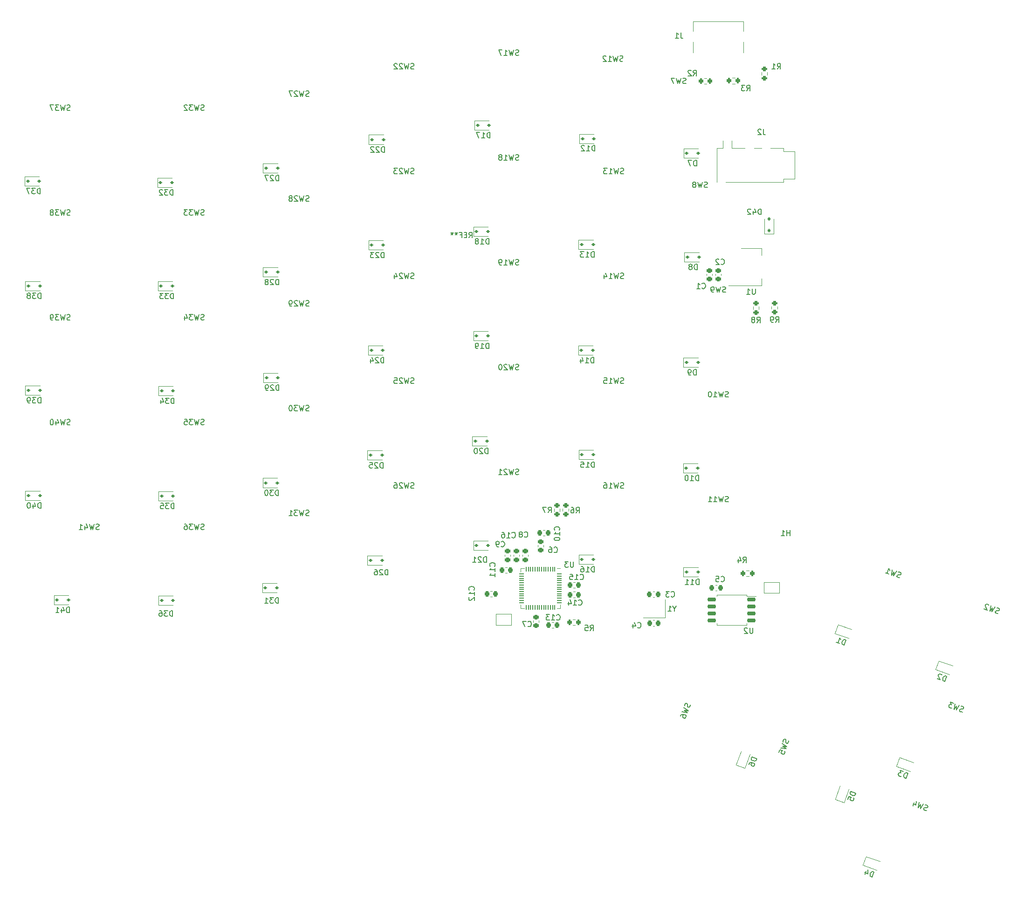
<source format=gbo>
G04 #@! TF.GenerationSoftware,KiCad,Pcbnew,7.0.5*
G04 #@! TF.CreationDate,2025-01-08T15:51:09-05:00*
G04 #@! TF.ProjectId,JasonSplitErgoKeyboard_Left,4a61736f-6e53-4706-9c69-744572676f4b,rev?*
G04 #@! TF.SameCoordinates,Original*
G04 #@! TF.FileFunction,Legend,Bot*
G04 #@! TF.FilePolarity,Positive*
%FSLAX46Y46*%
G04 Gerber Fmt 4.6, Leading zero omitted, Abs format (unit mm)*
G04 Created by KiCad (PCBNEW 7.0.5) date 2025-01-08 15:51:09*
%MOMM*%
%LPD*%
G01*
G04 APERTURE LIST*
G04 Aperture macros list*
%AMRoundRect*
0 Rectangle with rounded corners*
0 $1 Rounding radius*
0 $2 $3 $4 $5 $6 $7 $8 $9 X,Y pos of 4 corners*
0 Add a 4 corners polygon primitive as box body*
4,1,4,$2,$3,$4,$5,$6,$7,$8,$9,$2,$3,0*
0 Add four circle primitives for the rounded corners*
1,1,$1+$1,$2,$3*
1,1,$1+$1,$4,$5*
1,1,$1+$1,$6,$7*
1,1,$1+$1,$8,$9*
0 Add four rect primitives between the rounded corners*
20,1,$1+$1,$2,$3,$4,$5,0*
20,1,$1+$1,$4,$5,$6,$7,0*
20,1,$1+$1,$6,$7,$8,$9,0*
20,1,$1+$1,$8,$9,$2,$3,0*%
G04 Aperture macros list end*
%ADD10C,0.160000*%
%ADD11C,0.150000*%
%ADD12C,0.120000*%
%ADD13C,0.100000*%
%ADD14C,2.700000*%
%ADD15C,1.700000*%
%ADD16C,4.000000*%
%ADD17C,2.200000*%
%ADD18C,3.050000*%
%ADD19RoundRect,0.200000X0.275000X-0.200000X0.275000X0.200000X-0.275000X0.200000X-0.275000X-0.200000X0*%
%ADD20RoundRect,0.112500X-0.187500X-0.112500X0.187500X-0.112500X0.187500X0.112500X-0.187500X0.112500X0*%
%ADD21RoundRect,0.200000X0.200000X0.275000X-0.200000X0.275000X-0.200000X-0.275000X0.200000X-0.275000X0*%
%ADD22RoundRect,0.225000X-0.225000X-0.250000X0.225000X-0.250000X0.225000X0.250000X-0.225000X0.250000X0*%
%ADD23RoundRect,0.225000X-0.250000X0.225000X-0.250000X-0.225000X0.250000X-0.225000X0.250000X0.225000X0*%
%ADD24RoundRect,0.050000X0.350000X0.050000X-0.350000X0.050000X-0.350000X-0.050000X0.350000X-0.050000X0*%
%ADD25RoundRect,0.050000X0.050000X0.350000X-0.050000X0.350000X-0.050000X-0.350000X0.050000X-0.350000X0*%
%ADD26R,4.000000X4.000000*%
%ADD27RoundRect,0.200000X-0.275000X0.200000X-0.275000X-0.200000X0.275000X-0.200000X0.275000X0.200000X0*%
%ADD28RoundRect,0.225000X0.250000X-0.225000X0.250000X0.225000X-0.250000X0.225000X-0.250000X-0.225000X0*%
%ADD29RoundRect,0.112500X0.041587X-0.214670X0.169844X0.137715X-0.041587X0.214670X-0.169844X-0.137715X0*%
%ADD30R,0.800000X2.000000*%
%ADD31C,3.800000*%
%ADD32RoundRect,0.112500X-0.214670X-0.041587X0.137715X-0.169844X0.214670X0.041587X-0.137715X0.169844X0*%
%ADD33C,0.650000*%
%ADD34R,0.600000X1.240000*%
%ADD35R,0.300000X1.240000*%
%ADD36O,1.000000X1.800000*%
%ADD37O,1.000000X2.100000*%
%ADD38RoundRect,0.112500X0.112500X-0.187500X0.112500X0.187500X-0.112500X0.187500X-0.112500X-0.187500X0*%
%ADD39R,1.400000X1.200000*%
%ADD40R,2.000000X1.500000*%
%ADD41R,2.000000X3.800000*%
%ADD42RoundRect,0.150000X0.650000X0.150000X-0.650000X0.150000X-0.650000X-0.150000X0.650000X-0.150000X0*%
%ADD43RoundRect,0.200000X-0.200000X-0.275000X0.200000X-0.275000X0.200000X0.275000X-0.200000X0.275000X0*%
%ADD44C,1.500000*%
%ADD45R,1.200000X2.500000*%
%ADD46RoundRect,0.225000X0.225000X0.250000X-0.225000X0.250000X-0.225000X-0.250000X0.225000X-0.250000X0*%
G04 APERTURE END LIST*
D10*
X234443332Y-64086680D02*
X234300475Y-64134299D01*
X234300475Y-64134299D02*
X234062380Y-64134299D01*
X234062380Y-64134299D02*
X233967142Y-64086680D01*
X233967142Y-64086680D02*
X233919523Y-64039060D01*
X233919523Y-64039060D02*
X233871904Y-63943822D01*
X233871904Y-63943822D02*
X233871904Y-63848584D01*
X233871904Y-63848584D02*
X233919523Y-63753346D01*
X233919523Y-63753346D02*
X233967142Y-63705727D01*
X233967142Y-63705727D02*
X234062380Y-63658108D01*
X234062380Y-63658108D02*
X234252856Y-63610489D01*
X234252856Y-63610489D02*
X234348094Y-63562870D01*
X234348094Y-63562870D02*
X234395713Y-63515251D01*
X234395713Y-63515251D02*
X234443332Y-63420013D01*
X234443332Y-63420013D02*
X234443332Y-63324775D01*
X234443332Y-63324775D02*
X234395713Y-63229537D01*
X234395713Y-63229537D02*
X234348094Y-63181918D01*
X234348094Y-63181918D02*
X234252856Y-63134299D01*
X234252856Y-63134299D02*
X234014761Y-63134299D01*
X234014761Y-63134299D02*
X233871904Y-63181918D01*
X233538570Y-63134299D02*
X233300475Y-64134299D01*
X233300475Y-64134299D02*
X233109999Y-63420013D01*
X233109999Y-63420013D02*
X232919523Y-64134299D01*
X232919523Y-64134299D02*
X232681428Y-63134299D01*
X232395713Y-63134299D02*
X231729047Y-63134299D01*
X231729047Y-63134299D02*
X232157618Y-64134299D01*
X185039523Y-137642680D02*
X184896666Y-137690299D01*
X184896666Y-137690299D02*
X184658571Y-137690299D01*
X184658571Y-137690299D02*
X184563333Y-137642680D01*
X184563333Y-137642680D02*
X184515714Y-137595060D01*
X184515714Y-137595060D02*
X184468095Y-137499822D01*
X184468095Y-137499822D02*
X184468095Y-137404584D01*
X184468095Y-137404584D02*
X184515714Y-137309346D01*
X184515714Y-137309346D02*
X184563333Y-137261727D01*
X184563333Y-137261727D02*
X184658571Y-137214108D01*
X184658571Y-137214108D02*
X184849047Y-137166489D01*
X184849047Y-137166489D02*
X184944285Y-137118870D01*
X184944285Y-137118870D02*
X184991904Y-137071251D01*
X184991904Y-137071251D02*
X185039523Y-136976013D01*
X185039523Y-136976013D02*
X185039523Y-136880775D01*
X185039523Y-136880775D02*
X184991904Y-136785537D01*
X184991904Y-136785537D02*
X184944285Y-136737918D01*
X184944285Y-136737918D02*
X184849047Y-136690299D01*
X184849047Y-136690299D02*
X184610952Y-136690299D01*
X184610952Y-136690299D02*
X184468095Y-136737918D01*
X184134761Y-136690299D02*
X183896666Y-137690299D01*
X183896666Y-137690299D02*
X183706190Y-136976013D01*
X183706190Y-136976013D02*
X183515714Y-137690299D01*
X183515714Y-137690299D02*
X183277619Y-136690299D01*
X182944285Y-136785537D02*
X182896666Y-136737918D01*
X182896666Y-136737918D02*
X182801428Y-136690299D01*
X182801428Y-136690299D02*
X182563333Y-136690299D01*
X182563333Y-136690299D02*
X182468095Y-136737918D01*
X182468095Y-136737918D02*
X182420476Y-136785537D01*
X182420476Y-136785537D02*
X182372857Y-136880775D01*
X182372857Y-136880775D02*
X182372857Y-136976013D01*
X182372857Y-136976013D02*
X182420476Y-137118870D01*
X182420476Y-137118870D02*
X182991904Y-137690299D01*
X182991904Y-137690299D02*
X182372857Y-137690299D01*
X181515714Y-136690299D02*
X181706190Y-136690299D01*
X181706190Y-136690299D02*
X181801428Y-136737918D01*
X181801428Y-136737918D02*
X181849047Y-136785537D01*
X181849047Y-136785537D02*
X181944285Y-136928394D01*
X181944285Y-136928394D02*
X181991904Y-137118870D01*
X181991904Y-137118870D02*
X181991904Y-137499822D01*
X181991904Y-137499822D02*
X181944285Y-137595060D01*
X181944285Y-137595060D02*
X181896666Y-137642680D01*
X181896666Y-137642680D02*
X181801428Y-137690299D01*
X181801428Y-137690299D02*
X181610952Y-137690299D01*
X181610952Y-137690299D02*
X181515714Y-137642680D01*
X181515714Y-137642680D02*
X181468095Y-137595060D01*
X181468095Y-137595060D02*
X181420476Y-137499822D01*
X181420476Y-137499822D02*
X181420476Y-137261727D01*
X181420476Y-137261727D02*
X181468095Y-137166489D01*
X181468095Y-137166489D02*
X181515714Y-137118870D01*
X181515714Y-137118870D02*
X181610952Y-137071251D01*
X181610952Y-137071251D02*
X181801428Y-137071251D01*
X181801428Y-137071251D02*
X181896666Y-137118870D01*
X181896666Y-137118870D02*
X181944285Y-137166489D01*
X181944285Y-137166489D02*
X181991904Y-137261727D01*
X146919523Y-68942680D02*
X146776666Y-68990299D01*
X146776666Y-68990299D02*
X146538571Y-68990299D01*
X146538571Y-68990299D02*
X146443333Y-68942680D01*
X146443333Y-68942680D02*
X146395714Y-68895060D01*
X146395714Y-68895060D02*
X146348095Y-68799822D01*
X146348095Y-68799822D02*
X146348095Y-68704584D01*
X146348095Y-68704584D02*
X146395714Y-68609346D01*
X146395714Y-68609346D02*
X146443333Y-68561727D01*
X146443333Y-68561727D02*
X146538571Y-68514108D01*
X146538571Y-68514108D02*
X146729047Y-68466489D01*
X146729047Y-68466489D02*
X146824285Y-68418870D01*
X146824285Y-68418870D02*
X146871904Y-68371251D01*
X146871904Y-68371251D02*
X146919523Y-68276013D01*
X146919523Y-68276013D02*
X146919523Y-68180775D01*
X146919523Y-68180775D02*
X146871904Y-68085537D01*
X146871904Y-68085537D02*
X146824285Y-68037918D01*
X146824285Y-68037918D02*
X146729047Y-67990299D01*
X146729047Y-67990299D02*
X146490952Y-67990299D01*
X146490952Y-67990299D02*
X146348095Y-68037918D01*
X146014761Y-67990299D02*
X145776666Y-68990299D01*
X145776666Y-68990299D02*
X145586190Y-68276013D01*
X145586190Y-68276013D02*
X145395714Y-68990299D01*
X145395714Y-68990299D02*
X145157619Y-67990299D01*
X144871904Y-67990299D02*
X144252857Y-67990299D01*
X144252857Y-67990299D02*
X144586190Y-68371251D01*
X144586190Y-68371251D02*
X144443333Y-68371251D01*
X144443333Y-68371251D02*
X144348095Y-68418870D01*
X144348095Y-68418870D02*
X144300476Y-68466489D01*
X144300476Y-68466489D02*
X144252857Y-68561727D01*
X144252857Y-68561727D02*
X144252857Y-68799822D01*
X144252857Y-68799822D02*
X144300476Y-68895060D01*
X144300476Y-68895060D02*
X144348095Y-68942680D01*
X144348095Y-68942680D02*
X144443333Y-68990299D01*
X144443333Y-68990299D02*
X144729047Y-68990299D01*
X144729047Y-68990299D02*
X144824285Y-68942680D01*
X144824285Y-68942680D02*
X144871904Y-68895060D01*
X143871904Y-68085537D02*
X143824285Y-68037918D01*
X143824285Y-68037918D02*
X143729047Y-67990299D01*
X143729047Y-67990299D02*
X143490952Y-67990299D01*
X143490952Y-67990299D02*
X143395714Y-68037918D01*
X143395714Y-68037918D02*
X143348095Y-68085537D01*
X143348095Y-68085537D02*
X143300476Y-68180775D01*
X143300476Y-68180775D02*
X143300476Y-68276013D01*
X143300476Y-68276013D02*
X143348095Y-68418870D01*
X143348095Y-68418870D02*
X143919523Y-68990299D01*
X143919523Y-68990299D02*
X143300476Y-68990299D01*
X242149523Y-121072680D02*
X242006666Y-121120299D01*
X242006666Y-121120299D02*
X241768571Y-121120299D01*
X241768571Y-121120299D02*
X241673333Y-121072680D01*
X241673333Y-121072680D02*
X241625714Y-121025060D01*
X241625714Y-121025060D02*
X241578095Y-120929822D01*
X241578095Y-120929822D02*
X241578095Y-120834584D01*
X241578095Y-120834584D02*
X241625714Y-120739346D01*
X241625714Y-120739346D02*
X241673333Y-120691727D01*
X241673333Y-120691727D02*
X241768571Y-120644108D01*
X241768571Y-120644108D02*
X241959047Y-120596489D01*
X241959047Y-120596489D02*
X242054285Y-120548870D01*
X242054285Y-120548870D02*
X242101904Y-120501251D01*
X242101904Y-120501251D02*
X242149523Y-120406013D01*
X242149523Y-120406013D02*
X242149523Y-120310775D01*
X242149523Y-120310775D02*
X242101904Y-120215537D01*
X242101904Y-120215537D02*
X242054285Y-120167918D01*
X242054285Y-120167918D02*
X241959047Y-120120299D01*
X241959047Y-120120299D02*
X241720952Y-120120299D01*
X241720952Y-120120299D02*
X241578095Y-120167918D01*
X241244761Y-120120299D02*
X241006666Y-121120299D01*
X241006666Y-121120299D02*
X240816190Y-120406013D01*
X240816190Y-120406013D02*
X240625714Y-121120299D01*
X240625714Y-121120299D02*
X240387619Y-120120299D01*
X239482857Y-121120299D02*
X240054285Y-121120299D01*
X239768571Y-121120299D02*
X239768571Y-120120299D01*
X239768571Y-120120299D02*
X239863809Y-120263156D01*
X239863809Y-120263156D02*
X239959047Y-120358394D01*
X239959047Y-120358394D02*
X240054285Y-120406013D01*
X238863809Y-120120299D02*
X238768571Y-120120299D01*
X238768571Y-120120299D02*
X238673333Y-120167918D01*
X238673333Y-120167918D02*
X238625714Y-120215537D01*
X238625714Y-120215537D02*
X238578095Y-120310775D01*
X238578095Y-120310775D02*
X238530476Y-120501251D01*
X238530476Y-120501251D02*
X238530476Y-120739346D01*
X238530476Y-120739346D02*
X238578095Y-120929822D01*
X238578095Y-120929822D02*
X238625714Y-121025060D01*
X238625714Y-121025060D02*
X238673333Y-121072680D01*
X238673333Y-121072680D02*
X238768571Y-121120299D01*
X238768571Y-121120299D02*
X238863809Y-121120299D01*
X238863809Y-121120299D02*
X238959047Y-121072680D01*
X238959047Y-121072680D02*
X239006666Y-121025060D01*
X239006666Y-121025060D02*
X239054285Y-120929822D01*
X239054285Y-120929822D02*
X239101904Y-120739346D01*
X239101904Y-120739346D02*
X239101904Y-120501251D01*
X239101904Y-120501251D02*
X239054285Y-120310775D01*
X239054285Y-120310775D02*
X239006666Y-120215537D01*
X239006666Y-120215537D02*
X238959047Y-120167918D01*
X238959047Y-120167918D02*
X238863809Y-120120299D01*
X146919523Y-145142680D02*
X146776666Y-145190299D01*
X146776666Y-145190299D02*
X146538571Y-145190299D01*
X146538571Y-145190299D02*
X146443333Y-145142680D01*
X146443333Y-145142680D02*
X146395714Y-145095060D01*
X146395714Y-145095060D02*
X146348095Y-144999822D01*
X146348095Y-144999822D02*
X146348095Y-144904584D01*
X146348095Y-144904584D02*
X146395714Y-144809346D01*
X146395714Y-144809346D02*
X146443333Y-144761727D01*
X146443333Y-144761727D02*
X146538571Y-144714108D01*
X146538571Y-144714108D02*
X146729047Y-144666489D01*
X146729047Y-144666489D02*
X146824285Y-144618870D01*
X146824285Y-144618870D02*
X146871904Y-144571251D01*
X146871904Y-144571251D02*
X146919523Y-144476013D01*
X146919523Y-144476013D02*
X146919523Y-144380775D01*
X146919523Y-144380775D02*
X146871904Y-144285537D01*
X146871904Y-144285537D02*
X146824285Y-144237918D01*
X146824285Y-144237918D02*
X146729047Y-144190299D01*
X146729047Y-144190299D02*
X146490952Y-144190299D01*
X146490952Y-144190299D02*
X146348095Y-144237918D01*
X146014761Y-144190299D02*
X145776666Y-145190299D01*
X145776666Y-145190299D02*
X145586190Y-144476013D01*
X145586190Y-144476013D02*
X145395714Y-145190299D01*
X145395714Y-145190299D02*
X145157619Y-144190299D01*
X144871904Y-144190299D02*
X144252857Y-144190299D01*
X144252857Y-144190299D02*
X144586190Y-144571251D01*
X144586190Y-144571251D02*
X144443333Y-144571251D01*
X144443333Y-144571251D02*
X144348095Y-144618870D01*
X144348095Y-144618870D02*
X144300476Y-144666489D01*
X144300476Y-144666489D02*
X144252857Y-144761727D01*
X144252857Y-144761727D02*
X144252857Y-144999822D01*
X144252857Y-144999822D02*
X144300476Y-145095060D01*
X144300476Y-145095060D02*
X144348095Y-145142680D01*
X144348095Y-145142680D02*
X144443333Y-145190299D01*
X144443333Y-145190299D02*
X144729047Y-145190299D01*
X144729047Y-145190299D02*
X144824285Y-145142680D01*
X144824285Y-145142680D02*
X144871904Y-145095060D01*
X143395714Y-144190299D02*
X143586190Y-144190299D01*
X143586190Y-144190299D02*
X143681428Y-144237918D01*
X143681428Y-144237918D02*
X143729047Y-144285537D01*
X143729047Y-144285537D02*
X143824285Y-144428394D01*
X143824285Y-144428394D02*
X143871904Y-144618870D01*
X143871904Y-144618870D02*
X143871904Y-144999822D01*
X143871904Y-144999822D02*
X143824285Y-145095060D01*
X143824285Y-145095060D02*
X143776666Y-145142680D01*
X143776666Y-145142680D02*
X143681428Y-145190299D01*
X143681428Y-145190299D02*
X143490952Y-145190299D01*
X143490952Y-145190299D02*
X143395714Y-145142680D01*
X143395714Y-145142680D02*
X143348095Y-145095060D01*
X143348095Y-145095060D02*
X143300476Y-144999822D01*
X143300476Y-144999822D02*
X143300476Y-144761727D01*
X143300476Y-144761727D02*
X143348095Y-144666489D01*
X143348095Y-144666489D02*
X143395714Y-144618870D01*
X143395714Y-144618870D02*
X143490952Y-144571251D01*
X143490952Y-144571251D02*
X143681428Y-144571251D01*
X143681428Y-144571251D02*
X143776666Y-144618870D01*
X143776666Y-144618870D02*
X143824285Y-144666489D01*
X143824285Y-144666489D02*
X143871904Y-144761727D01*
X242149523Y-140122680D02*
X242006666Y-140170299D01*
X242006666Y-140170299D02*
X241768571Y-140170299D01*
X241768571Y-140170299D02*
X241673333Y-140122680D01*
X241673333Y-140122680D02*
X241625714Y-140075060D01*
X241625714Y-140075060D02*
X241578095Y-139979822D01*
X241578095Y-139979822D02*
X241578095Y-139884584D01*
X241578095Y-139884584D02*
X241625714Y-139789346D01*
X241625714Y-139789346D02*
X241673333Y-139741727D01*
X241673333Y-139741727D02*
X241768571Y-139694108D01*
X241768571Y-139694108D02*
X241959047Y-139646489D01*
X241959047Y-139646489D02*
X242054285Y-139598870D01*
X242054285Y-139598870D02*
X242101904Y-139551251D01*
X242101904Y-139551251D02*
X242149523Y-139456013D01*
X242149523Y-139456013D02*
X242149523Y-139360775D01*
X242149523Y-139360775D02*
X242101904Y-139265537D01*
X242101904Y-139265537D02*
X242054285Y-139217918D01*
X242054285Y-139217918D02*
X241959047Y-139170299D01*
X241959047Y-139170299D02*
X241720952Y-139170299D01*
X241720952Y-139170299D02*
X241578095Y-139217918D01*
X241244761Y-139170299D02*
X241006666Y-140170299D01*
X241006666Y-140170299D02*
X240816190Y-139456013D01*
X240816190Y-139456013D02*
X240625714Y-140170299D01*
X240625714Y-140170299D02*
X240387619Y-139170299D01*
X239482857Y-140170299D02*
X240054285Y-140170299D01*
X239768571Y-140170299D02*
X239768571Y-139170299D01*
X239768571Y-139170299D02*
X239863809Y-139313156D01*
X239863809Y-139313156D02*
X239959047Y-139408394D01*
X239959047Y-139408394D02*
X240054285Y-139456013D01*
X238530476Y-140170299D02*
X239101904Y-140170299D01*
X238816190Y-140170299D02*
X238816190Y-139170299D01*
X238816190Y-139170299D02*
X238911428Y-139313156D01*
X238911428Y-139313156D02*
X239006666Y-139408394D01*
X239006666Y-139408394D02*
X239101904Y-139456013D01*
X185039523Y-99542680D02*
X184896666Y-99590299D01*
X184896666Y-99590299D02*
X184658571Y-99590299D01*
X184658571Y-99590299D02*
X184563333Y-99542680D01*
X184563333Y-99542680D02*
X184515714Y-99495060D01*
X184515714Y-99495060D02*
X184468095Y-99399822D01*
X184468095Y-99399822D02*
X184468095Y-99304584D01*
X184468095Y-99304584D02*
X184515714Y-99209346D01*
X184515714Y-99209346D02*
X184563333Y-99161727D01*
X184563333Y-99161727D02*
X184658571Y-99114108D01*
X184658571Y-99114108D02*
X184849047Y-99066489D01*
X184849047Y-99066489D02*
X184944285Y-99018870D01*
X184944285Y-99018870D02*
X184991904Y-98971251D01*
X184991904Y-98971251D02*
X185039523Y-98876013D01*
X185039523Y-98876013D02*
X185039523Y-98780775D01*
X185039523Y-98780775D02*
X184991904Y-98685537D01*
X184991904Y-98685537D02*
X184944285Y-98637918D01*
X184944285Y-98637918D02*
X184849047Y-98590299D01*
X184849047Y-98590299D02*
X184610952Y-98590299D01*
X184610952Y-98590299D02*
X184468095Y-98637918D01*
X184134761Y-98590299D02*
X183896666Y-99590299D01*
X183896666Y-99590299D02*
X183706190Y-98876013D01*
X183706190Y-98876013D02*
X183515714Y-99590299D01*
X183515714Y-99590299D02*
X183277619Y-98590299D01*
X182944285Y-98685537D02*
X182896666Y-98637918D01*
X182896666Y-98637918D02*
X182801428Y-98590299D01*
X182801428Y-98590299D02*
X182563333Y-98590299D01*
X182563333Y-98590299D02*
X182468095Y-98637918D01*
X182468095Y-98637918D02*
X182420476Y-98685537D01*
X182420476Y-98685537D02*
X182372857Y-98780775D01*
X182372857Y-98780775D02*
X182372857Y-98876013D01*
X182372857Y-98876013D02*
X182420476Y-99018870D01*
X182420476Y-99018870D02*
X182991904Y-99590299D01*
X182991904Y-99590299D02*
X182372857Y-99590299D01*
X181515714Y-98923632D02*
X181515714Y-99590299D01*
X181753809Y-98542680D02*
X181991904Y-99256965D01*
X181991904Y-99256965D02*
X181372857Y-99256965D01*
X284646897Y-178359041D02*
X284496368Y-178354929D01*
X284496368Y-178354929D02*
X284272632Y-178273495D01*
X284272632Y-178273495D02*
X284199424Y-178196175D01*
X284199424Y-178196175D02*
X284170963Y-178135141D01*
X284170963Y-178135141D02*
X284158790Y-178029359D01*
X284158790Y-178029359D02*
X284191363Y-177939865D01*
X284191363Y-177939865D02*
X284268684Y-177866657D01*
X284268684Y-177866657D02*
X284329717Y-177838196D01*
X284329717Y-177838196D02*
X284435499Y-177826023D01*
X284435499Y-177826023D02*
X284630774Y-177846422D01*
X284630774Y-177846422D02*
X284736556Y-177834248D01*
X284736556Y-177834248D02*
X284797590Y-177805787D01*
X284797590Y-177805787D02*
X284874910Y-177732580D01*
X284874910Y-177732580D02*
X284907484Y-177643085D01*
X284907484Y-177643085D02*
X284895310Y-177537304D01*
X284895310Y-177537304D02*
X284866849Y-177476270D01*
X284866849Y-177476270D02*
X284793641Y-177398949D01*
X284793641Y-177398949D02*
X284569905Y-177317516D01*
X284569905Y-177317516D02*
X284419376Y-177313403D01*
X284122432Y-177154649D02*
X283556676Y-178012908D01*
X283556676Y-178012908D02*
X283621987Y-177276553D01*
X283621987Y-177276553D02*
X283198697Y-177882615D01*
X283198697Y-177882615D02*
X283316981Y-176861489D01*
X283048498Y-176763769D02*
X282466783Y-176552042D01*
X282466783Y-176552042D02*
X282649721Y-177024027D01*
X282649721Y-177024027D02*
X282515479Y-176975167D01*
X282515479Y-176975167D02*
X282409698Y-176987341D01*
X282409698Y-176987341D02*
X282348664Y-177015802D01*
X282348664Y-177015802D02*
X282271343Y-177089010D01*
X282271343Y-177089010D02*
X282189910Y-177312746D01*
X282189910Y-177312746D02*
X282202084Y-177418527D01*
X282202084Y-177418527D02*
X282230544Y-177479561D01*
X282230544Y-177479561D02*
X282303752Y-177556882D01*
X282303752Y-177556882D02*
X282572236Y-177654602D01*
X282572236Y-177654602D02*
X282678017Y-177642428D01*
X282678017Y-177642428D02*
X282739051Y-177613967D01*
X241673332Y-102022680D02*
X241530475Y-102070299D01*
X241530475Y-102070299D02*
X241292380Y-102070299D01*
X241292380Y-102070299D02*
X241197142Y-102022680D01*
X241197142Y-102022680D02*
X241149523Y-101975060D01*
X241149523Y-101975060D02*
X241101904Y-101879822D01*
X241101904Y-101879822D02*
X241101904Y-101784584D01*
X241101904Y-101784584D02*
X241149523Y-101689346D01*
X241149523Y-101689346D02*
X241197142Y-101641727D01*
X241197142Y-101641727D02*
X241292380Y-101594108D01*
X241292380Y-101594108D02*
X241482856Y-101546489D01*
X241482856Y-101546489D02*
X241578094Y-101498870D01*
X241578094Y-101498870D02*
X241625713Y-101451251D01*
X241625713Y-101451251D02*
X241673332Y-101356013D01*
X241673332Y-101356013D02*
X241673332Y-101260775D01*
X241673332Y-101260775D02*
X241625713Y-101165537D01*
X241625713Y-101165537D02*
X241578094Y-101117918D01*
X241578094Y-101117918D02*
X241482856Y-101070299D01*
X241482856Y-101070299D02*
X241244761Y-101070299D01*
X241244761Y-101070299D02*
X241101904Y-101117918D01*
X240768570Y-101070299D02*
X240530475Y-102070299D01*
X240530475Y-102070299D02*
X240339999Y-101356013D01*
X240339999Y-101356013D02*
X240149523Y-102070299D01*
X240149523Y-102070299D02*
X239911428Y-101070299D01*
X239482856Y-102070299D02*
X239292380Y-102070299D01*
X239292380Y-102070299D02*
X239197142Y-102022680D01*
X239197142Y-102022680D02*
X239149523Y-101975060D01*
X239149523Y-101975060D02*
X239054285Y-101832203D01*
X239054285Y-101832203D02*
X239006666Y-101641727D01*
X239006666Y-101641727D02*
X239006666Y-101260775D01*
X239006666Y-101260775D02*
X239054285Y-101165537D01*
X239054285Y-101165537D02*
X239101904Y-101117918D01*
X239101904Y-101117918D02*
X239197142Y-101070299D01*
X239197142Y-101070299D02*
X239387618Y-101070299D01*
X239387618Y-101070299D02*
X239482856Y-101117918D01*
X239482856Y-101117918D02*
X239530475Y-101165537D01*
X239530475Y-101165537D02*
X239578094Y-101260775D01*
X239578094Y-101260775D02*
X239578094Y-101498870D01*
X239578094Y-101498870D02*
X239530475Y-101594108D01*
X239530475Y-101594108D02*
X239482856Y-101641727D01*
X239482856Y-101641727D02*
X239387618Y-101689346D01*
X239387618Y-101689346D02*
X239197142Y-101689346D01*
X239197142Y-101689346D02*
X239101904Y-101641727D01*
X239101904Y-101641727D02*
X239054285Y-101594108D01*
X239054285Y-101594108D02*
X239006666Y-101498870D01*
X204069523Y-97052680D02*
X203926666Y-97100299D01*
X203926666Y-97100299D02*
X203688571Y-97100299D01*
X203688571Y-97100299D02*
X203593333Y-97052680D01*
X203593333Y-97052680D02*
X203545714Y-97005060D01*
X203545714Y-97005060D02*
X203498095Y-96909822D01*
X203498095Y-96909822D02*
X203498095Y-96814584D01*
X203498095Y-96814584D02*
X203545714Y-96719346D01*
X203545714Y-96719346D02*
X203593333Y-96671727D01*
X203593333Y-96671727D02*
X203688571Y-96624108D01*
X203688571Y-96624108D02*
X203879047Y-96576489D01*
X203879047Y-96576489D02*
X203974285Y-96528870D01*
X203974285Y-96528870D02*
X204021904Y-96481251D01*
X204021904Y-96481251D02*
X204069523Y-96386013D01*
X204069523Y-96386013D02*
X204069523Y-96290775D01*
X204069523Y-96290775D02*
X204021904Y-96195537D01*
X204021904Y-96195537D02*
X203974285Y-96147918D01*
X203974285Y-96147918D02*
X203879047Y-96100299D01*
X203879047Y-96100299D02*
X203640952Y-96100299D01*
X203640952Y-96100299D02*
X203498095Y-96147918D01*
X203164761Y-96100299D02*
X202926666Y-97100299D01*
X202926666Y-97100299D02*
X202736190Y-96386013D01*
X202736190Y-96386013D02*
X202545714Y-97100299D01*
X202545714Y-97100299D02*
X202307619Y-96100299D01*
X201402857Y-97100299D02*
X201974285Y-97100299D01*
X201688571Y-97100299D02*
X201688571Y-96100299D01*
X201688571Y-96100299D02*
X201783809Y-96243156D01*
X201783809Y-96243156D02*
X201879047Y-96338394D01*
X201879047Y-96338394D02*
X201974285Y-96386013D01*
X200926666Y-97100299D02*
X200736190Y-97100299D01*
X200736190Y-97100299D02*
X200640952Y-97052680D01*
X200640952Y-97052680D02*
X200593333Y-97005060D01*
X200593333Y-97005060D02*
X200498095Y-96862203D01*
X200498095Y-96862203D02*
X200450476Y-96671727D01*
X200450476Y-96671727D02*
X200450476Y-96290775D01*
X200450476Y-96290775D02*
X200498095Y-96195537D01*
X200498095Y-96195537D02*
X200545714Y-96147918D01*
X200545714Y-96147918D02*
X200640952Y-96100299D01*
X200640952Y-96100299D02*
X200831428Y-96100299D01*
X200831428Y-96100299D02*
X200926666Y-96147918D01*
X200926666Y-96147918D02*
X200974285Y-96195537D01*
X200974285Y-96195537D02*
X201021904Y-96290775D01*
X201021904Y-96290775D02*
X201021904Y-96528870D01*
X201021904Y-96528870D02*
X200974285Y-96624108D01*
X200974285Y-96624108D02*
X200926666Y-96671727D01*
X200926666Y-96671727D02*
X200831428Y-96719346D01*
X200831428Y-96719346D02*
X200640952Y-96719346D01*
X200640952Y-96719346D02*
X200545714Y-96671727D01*
X200545714Y-96671727D02*
X200498095Y-96624108D01*
X200498095Y-96624108D02*
X200450476Y-96528870D01*
X204069523Y-78002680D02*
X203926666Y-78050299D01*
X203926666Y-78050299D02*
X203688571Y-78050299D01*
X203688571Y-78050299D02*
X203593333Y-78002680D01*
X203593333Y-78002680D02*
X203545714Y-77955060D01*
X203545714Y-77955060D02*
X203498095Y-77859822D01*
X203498095Y-77859822D02*
X203498095Y-77764584D01*
X203498095Y-77764584D02*
X203545714Y-77669346D01*
X203545714Y-77669346D02*
X203593333Y-77621727D01*
X203593333Y-77621727D02*
X203688571Y-77574108D01*
X203688571Y-77574108D02*
X203879047Y-77526489D01*
X203879047Y-77526489D02*
X203974285Y-77478870D01*
X203974285Y-77478870D02*
X204021904Y-77431251D01*
X204021904Y-77431251D02*
X204069523Y-77336013D01*
X204069523Y-77336013D02*
X204069523Y-77240775D01*
X204069523Y-77240775D02*
X204021904Y-77145537D01*
X204021904Y-77145537D02*
X203974285Y-77097918D01*
X203974285Y-77097918D02*
X203879047Y-77050299D01*
X203879047Y-77050299D02*
X203640952Y-77050299D01*
X203640952Y-77050299D02*
X203498095Y-77097918D01*
X203164761Y-77050299D02*
X202926666Y-78050299D01*
X202926666Y-78050299D02*
X202736190Y-77336013D01*
X202736190Y-77336013D02*
X202545714Y-78050299D01*
X202545714Y-78050299D02*
X202307619Y-77050299D01*
X201402857Y-78050299D02*
X201974285Y-78050299D01*
X201688571Y-78050299D02*
X201688571Y-77050299D01*
X201688571Y-77050299D02*
X201783809Y-77193156D01*
X201783809Y-77193156D02*
X201879047Y-77288394D01*
X201879047Y-77288394D02*
X201974285Y-77336013D01*
X200831428Y-77478870D02*
X200926666Y-77431251D01*
X200926666Y-77431251D02*
X200974285Y-77383632D01*
X200974285Y-77383632D02*
X201021904Y-77288394D01*
X201021904Y-77288394D02*
X201021904Y-77240775D01*
X201021904Y-77240775D02*
X200974285Y-77145537D01*
X200974285Y-77145537D02*
X200926666Y-77097918D01*
X200926666Y-77097918D02*
X200831428Y-77050299D01*
X200831428Y-77050299D02*
X200640952Y-77050299D01*
X200640952Y-77050299D02*
X200545714Y-77097918D01*
X200545714Y-77097918D02*
X200498095Y-77145537D01*
X200498095Y-77145537D02*
X200450476Y-77240775D01*
X200450476Y-77240775D02*
X200450476Y-77288394D01*
X200450476Y-77288394D02*
X200498095Y-77383632D01*
X200498095Y-77383632D02*
X200545714Y-77431251D01*
X200545714Y-77431251D02*
X200640952Y-77478870D01*
X200640952Y-77478870D02*
X200831428Y-77478870D01*
X200831428Y-77478870D02*
X200926666Y-77526489D01*
X200926666Y-77526489D02*
X200974285Y-77574108D01*
X200974285Y-77574108D02*
X201021904Y-77669346D01*
X201021904Y-77669346D02*
X201021904Y-77859822D01*
X201021904Y-77859822D02*
X200974285Y-77955060D01*
X200974285Y-77955060D02*
X200926666Y-78002680D01*
X200926666Y-78002680D02*
X200831428Y-78050299D01*
X200831428Y-78050299D02*
X200640952Y-78050299D01*
X200640952Y-78050299D02*
X200545714Y-78002680D01*
X200545714Y-78002680D02*
X200498095Y-77955060D01*
X200498095Y-77955060D02*
X200450476Y-77859822D01*
X200450476Y-77859822D02*
X200450476Y-77669346D01*
X200450476Y-77669346D02*
X200498095Y-77574108D01*
X200498095Y-77574108D02*
X200545714Y-77526489D01*
X200545714Y-77526489D02*
X200640952Y-77478870D01*
X222989523Y-60036680D02*
X222846666Y-60084299D01*
X222846666Y-60084299D02*
X222608571Y-60084299D01*
X222608571Y-60084299D02*
X222513333Y-60036680D01*
X222513333Y-60036680D02*
X222465714Y-59989060D01*
X222465714Y-59989060D02*
X222418095Y-59893822D01*
X222418095Y-59893822D02*
X222418095Y-59798584D01*
X222418095Y-59798584D02*
X222465714Y-59703346D01*
X222465714Y-59703346D02*
X222513333Y-59655727D01*
X222513333Y-59655727D02*
X222608571Y-59608108D01*
X222608571Y-59608108D02*
X222799047Y-59560489D01*
X222799047Y-59560489D02*
X222894285Y-59512870D01*
X222894285Y-59512870D02*
X222941904Y-59465251D01*
X222941904Y-59465251D02*
X222989523Y-59370013D01*
X222989523Y-59370013D02*
X222989523Y-59274775D01*
X222989523Y-59274775D02*
X222941904Y-59179537D01*
X222941904Y-59179537D02*
X222894285Y-59131918D01*
X222894285Y-59131918D02*
X222799047Y-59084299D01*
X222799047Y-59084299D02*
X222560952Y-59084299D01*
X222560952Y-59084299D02*
X222418095Y-59131918D01*
X222084761Y-59084299D02*
X221846666Y-60084299D01*
X221846666Y-60084299D02*
X221656190Y-59370013D01*
X221656190Y-59370013D02*
X221465714Y-60084299D01*
X221465714Y-60084299D02*
X221227619Y-59084299D01*
X220322857Y-60084299D02*
X220894285Y-60084299D01*
X220608571Y-60084299D02*
X220608571Y-59084299D01*
X220608571Y-59084299D02*
X220703809Y-59227156D01*
X220703809Y-59227156D02*
X220799047Y-59322394D01*
X220799047Y-59322394D02*
X220894285Y-59370013D01*
X219941904Y-59179537D02*
X219894285Y-59131918D01*
X219894285Y-59131918D02*
X219799047Y-59084299D01*
X219799047Y-59084299D02*
X219560952Y-59084299D01*
X219560952Y-59084299D02*
X219465714Y-59131918D01*
X219465714Y-59131918D02*
X219418095Y-59179537D01*
X219418095Y-59179537D02*
X219370476Y-59274775D01*
X219370476Y-59274775D02*
X219370476Y-59370013D01*
X219370476Y-59370013D02*
X219418095Y-59512870D01*
X219418095Y-59512870D02*
X219989523Y-60084299D01*
X219989523Y-60084299D02*
X219370476Y-60084299D01*
X223139523Y-118592680D02*
X222996666Y-118640299D01*
X222996666Y-118640299D02*
X222758571Y-118640299D01*
X222758571Y-118640299D02*
X222663333Y-118592680D01*
X222663333Y-118592680D02*
X222615714Y-118545060D01*
X222615714Y-118545060D02*
X222568095Y-118449822D01*
X222568095Y-118449822D02*
X222568095Y-118354584D01*
X222568095Y-118354584D02*
X222615714Y-118259346D01*
X222615714Y-118259346D02*
X222663333Y-118211727D01*
X222663333Y-118211727D02*
X222758571Y-118164108D01*
X222758571Y-118164108D02*
X222949047Y-118116489D01*
X222949047Y-118116489D02*
X223044285Y-118068870D01*
X223044285Y-118068870D02*
X223091904Y-118021251D01*
X223091904Y-118021251D02*
X223139523Y-117926013D01*
X223139523Y-117926013D02*
X223139523Y-117830775D01*
X223139523Y-117830775D02*
X223091904Y-117735537D01*
X223091904Y-117735537D02*
X223044285Y-117687918D01*
X223044285Y-117687918D02*
X222949047Y-117640299D01*
X222949047Y-117640299D02*
X222710952Y-117640299D01*
X222710952Y-117640299D02*
X222568095Y-117687918D01*
X222234761Y-117640299D02*
X221996666Y-118640299D01*
X221996666Y-118640299D02*
X221806190Y-117926013D01*
X221806190Y-117926013D02*
X221615714Y-118640299D01*
X221615714Y-118640299D02*
X221377619Y-117640299D01*
X220472857Y-118640299D02*
X221044285Y-118640299D01*
X220758571Y-118640299D02*
X220758571Y-117640299D01*
X220758571Y-117640299D02*
X220853809Y-117783156D01*
X220853809Y-117783156D02*
X220949047Y-117878394D01*
X220949047Y-117878394D02*
X221044285Y-117926013D01*
X219568095Y-117640299D02*
X220044285Y-117640299D01*
X220044285Y-117640299D02*
X220091904Y-118116489D01*
X220091904Y-118116489D02*
X220044285Y-118068870D01*
X220044285Y-118068870D02*
X219949047Y-118021251D01*
X219949047Y-118021251D02*
X219710952Y-118021251D01*
X219710952Y-118021251D02*
X219615714Y-118068870D01*
X219615714Y-118068870D02*
X219568095Y-118116489D01*
X219568095Y-118116489D02*
X219520476Y-118211727D01*
X219520476Y-118211727D02*
X219520476Y-118449822D01*
X219520476Y-118449822D02*
X219568095Y-118545060D01*
X219568095Y-118545060D02*
X219615714Y-118592680D01*
X219615714Y-118592680D02*
X219710952Y-118640299D01*
X219710952Y-118640299D02*
X219949047Y-118640299D01*
X219949047Y-118640299D02*
X220044285Y-118592680D01*
X220044285Y-118592680D02*
X220091904Y-118545060D01*
X146919523Y-126092680D02*
X146776666Y-126140299D01*
X146776666Y-126140299D02*
X146538571Y-126140299D01*
X146538571Y-126140299D02*
X146443333Y-126092680D01*
X146443333Y-126092680D02*
X146395714Y-126045060D01*
X146395714Y-126045060D02*
X146348095Y-125949822D01*
X146348095Y-125949822D02*
X146348095Y-125854584D01*
X146348095Y-125854584D02*
X146395714Y-125759346D01*
X146395714Y-125759346D02*
X146443333Y-125711727D01*
X146443333Y-125711727D02*
X146538571Y-125664108D01*
X146538571Y-125664108D02*
X146729047Y-125616489D01*
X146729047Y-125616489D02*
X146824285Y-125568870D01*
X146824285Y-125568870D02*
X146871904Y-125521251D01*
X146871904Y-125521251D02*
X146919523Y-125426013D01*
X146919523Y-125426013D02*
X146919523Y-125330775D01*
X146919523Y-125330775D02*
X146871904Y-125235537D01*
X146871904Y-125235537D02*
X146824285Y-125187918D01*
X146824285Y-125187918D02*
X146729047Y-125140299D01*
X146729047Y-125140299D02*
X146490952Y-125140299D01*
X146490952Y-125140299D02*
X146348095Y-125187918D01*
X146014761Y-125140299D02*
X145776666Y-126140299D01*
X145776666Y-126140299D02*
X145586190Y-125426013D01*
X145586190Y-125426013D02*
X145395714Y-126140299D01*
X145395714Y-126140299D02*
X145157619Y-125140299D01*
X144871904Y-125140299D02*
X144252857Y-125140299D01*
X144252857Y-125140299D02*
X144586190Y-125521251D01*
X144586190Y-125521251D02*
X144443333Y-125521251D01*
X144443333Y-125521251D02*
X144348095Y-125568870D01*
X144348095Y-125568870D02*
X144300476Y-125616489D01*
X144300476Y-125616489D02*
X144252857Y-125711727D01*
X144252857Y-125711727D02*
X144252857Y-125949822D01*
X144252857Y-125949822D02*
X144300476Y-126045060D01*
X144300476Y-126045060D02*
X144348095Y-126092680D01*
X144348095Y-126092680D02*
X144443333Y-126140299D01*
X144443333Y-126140299D02*
X144729047Y-126140299D01*
X144729047Y-126140299D02*
X144824285Y-126092680D01*
X144824285Y-126092680D02*
X144871904Y-126045060D01*
X143348095Y-125140299D02*
X143824285Y-125140299D01*
X143824285Y-125140299D02*
X143871904Y-125616489D01*
X143871904Y-125616489D02*
X143824285Y-125568870D01*
X143824285Y-125568870D02*
X143729047Y-125521251D01*
X143729047Y-125521251D02*
X143490952Y-125521251D01*
X143490952Y-125521251D02*
X143395714Y-125568870D01*
X143395714Y-125568870D02*
X143348095Y-125616489D01*
X143348095Y-125616489D02*
X143300476Y-125711727D01*
X143300476Y-125711727D02*
X143300476Y-125949822D01*
X143300476Y-125949822D02*
X143348095Y-126045060D01*
X143348095Y-126045060D02*
X143395714Y-126092680D01*
X143395714Y-126092680D02*
X143490952Y-126140299D01*
X143490952Y-126140299D02*
X143729047Y-126140299D01*
X143729047Y-126140299D02*
X143824285Y-126092680D01*
X143824285Y-126092680D02*
X143871904Y-126045060D01*
X165979523Y-66432680D02*
X165836666Y-66480299D01*
X165836666Y-66480299D02*
X165598571Y-66480299D01*
X165598571Y-66480299D02*
X165503333Y-66432680D01*
X165503333Y-66432680D02*
X165455714Y-66385060D01*
X165455714Y-66385060D02*
X165408095Y-66289822D01*
X165408095Y-66289822D02*
X165408095Y-66194584D01*
X165408095Y-66194584D02*
X165455714Y-66099346D01*
X165455714Y-66099346D02*
X165503333Y-66051727D01*
X165503333Y-66051727D02*
X165598571Y-66004108D01*
X165598571Y-66004108D02*
X165789047Y-65956489D01*
X165789047Y-65956489D02*
X165884285Y-65908870D01*
X165884285Y-65908870D02*
X165931904Y-65861251D01*
X165931904Y-65861251D02*
X165979523Y-65766013D01*
X165979523Y-65766013D02*
X165979523Y-65670775D01*
X165979523Y-65670775D02*
X165931904Y-65575537D01*
X165931904Y-65575537D02*
X165884285Y-65527918D01*
X165884285Y-65527918D02*
X165789047Y-65480299D01*
X165789047Y-65480299D02*
X165550952Y-65480299D01*
X165550952Y-65480299D02*
X165408095Y-65527918D01*
X165074761Y-65480299D02*
X164836666Y-66480299D01*
X164836666Y-66480299D02*
X164646190Y-65766013D01*
X164646190Y-65766013D02*
X164455714Y-66480299D01*
X164455714Y-66480299D02*
X164217619Y-65480299D01*
X163884285Y-65575537D02*
X163836666Y-65527918D01*
X163836666Y-65527918D02*
X163741428Y-65480299D01*
X163741428Y-65480299D02*
X163503333Y-65480299D01*
X163503333Y-65480299D02*
X163408095Y-65527918D01*
X163408095Y-65527918D02*
X163360476Y-65575537D01*
X163360476Y-65575537D02*
X163312857Y-65670775D01*
X163312857Y-65670775D02*
X163312857Y-65766013D01*
X163312857Y-65766013D02*
X163360476Y-65908870D01*
X163360476Y-65908870D02*
X163931904Y-66480299D01*
X163931904Y-66480299D02*
X163312857Y-66480299D01*
X162979523Y-65480299D02*
X162312857Y-65480299D01*
X162312857Y-65480299D02*
X162741428Y-66480299D01*
X204069523Y-58952680D02*
X203926666Y-59000299D01*
X203926666Y-59000299D02*
X203688571Y-59000299D01*
X203688571Y-59000299D02*
X203593333Y-58952680D01*
X203593333Y-58952680D02*
X203545714Y-58905060D01*
X203545714Y-58905060D02*
X203498095Y-58809822D01*
X203498095Y-58809822D02*
X203498095Y-58714584D01*
X203498095Y-58714584D02*
X203545714Y-58619346D01*
X203545714Y-58619346D02*
X203593333Y-58571727D01*
X203593333Y-58571727D02*
X203688571Y-58524108D01*
X203688571Y-58524108D02*
X203879047Y-58476489D01*
X203879047Y-58476489D02*
X203974285Y-58428870D01*
X203974285Y-58428870D02*
X204021904Y-58381251D01*
X204021904Y-58381251D02*
X204069523Y-58286013D01*
X204069523Y-58286013D02*
X204069523Y-58190775D01*
X204069523Y-58190775D02*
X204021904Y-58095537D01*
X204021904Y-58095537D02*
X203974285Y-58047918D01*
X203974285Y-58047918D02*
X203879047Y-58000299D01*
X203879047Y-58000299D02*
X203640952Y-58000299D01*
X203640952Y-58000299D02*
X203498095Y-58047918D01*
X203164761Y-58000299D02*
X202926666Y-59000299D01*
X202926666Y-59000299D02*
X202736190Y-58286013D01*
X202736190Y-58286013D02*
X202545714Y-59000299D01*
X202545714Y-59000299D02*
X202307619Y-58000299D01*
X201402857Y-59000299D02*
X201974285Y-59000299D01*
X201688571Y-59000299D02*
X201688571Y-58000299D01*
X201688571Y-58000299D02*
X201783809Y-58143156D01*
X201783809Y-58143156D02*
X201879047Y-58238394D01*
X201879047Y-58238394D02*
X201974285Y-58286013D01*
X201069523Y-58000299D02*
X200402857Y-58000299D01*
X200402857Y-58000299D02*
X200831428Y-59000299D01*
X165979523Y-104532680D02*
X165836666Y-104580299D01*
X165836666Y-104580299D02*
X165598571Y-104580299D01*
X165598571Y-104580299D02*
X165503333Y-104532680D01*
X165503333Y-104532680D02*
X165455714Y-104485060D01*
X165455714Y-104485060D02*
X165408095Y-104389822D01*
X165408095Y-104389822D02*
X165408095Y-104294584D01*
X165408095Y-104294584D02*
X165455714Y-104199346D01*
X165455714Y-104199346D02*
X165503333Y-104151727D01*
X165503333Y-104151727D02*
X165598571Y-104104108D01*
X165598571Y-104104108D02*
X165789047Y-104056489D01*
X165789047Y-104056489D02*
X165884285Y-104008870D01*
X165884285Y-104008870D02*
X165931904Y-103961251D01*
X165931904Y-103961251D02*
X165979523Y-103866013D01*
X165979523Y-103866013D02*
X165979523Y-103770775D01*
X165979523Y-103770775D02*
X165931904Y-103675537D01*
X165931904Y-103675537D02*
X165884285Y-103627918D01*
X165884285Y-103627918D02*
X165789047Y-103580299D01*
X165789047Y-103580299D02*
X165550952Y-103580299D01*
X165550952Y-103580299D02*
X165408095Y-103627918D01*
X165074761Y-103580299D02*
X164836666Y-104580299D01*
X164836666Y-104580299D02*
X164646190Y-103866013D01*
X164646190Y-103866013D02*
X164455714Y-104580299D01*
X164455714Y-104580299D02*
X164217619Y-103580299D01*
X163884285Y-103675537D02*
X163836666Y-103627918D01*
X163836666Y-103627918D02*
X163741428Y-103580299D01*
X163741428Y-103580299D02*
X163503333Y-103580299D01*
X163503333Y-103580299D02*
X163408095Y-103627918D01*
X163408095Y-103627918D02*
X163360476Y-103675537D01*
X163360476Y-103675537D02*
X163312857Y-103770775D01*
X163312857Y-103770775D02*
X163312857Y-103866013D01*
X163312857Y-103866013D02*
X163360476Y-104008870D01*
X163360476Y-104008870D02*
X163931904Y-104580299D01*
X163931904Y-104580299D02*
X163312857Y-104580299D01*
X162836666Y-104580299D02*
X162646190Y-104580299D01*
X162646190Y-104580299D02*
X162550952Y-104532680D01*
X162550952Y-104532680D02*
X162503333Y-104485060D01*
X162503333Y-104485060D02*
X162408095Y-104342203D01*
X162408095Y-104342203D02*
X162360476Y-104151727D01*
X162360476Y-104151727D02*
X162360476Y-103770775D01*
X162360476Y-103770775D02*
X162408095Y-103675537D01*
X162408095Y-103675537D02*
X162455714Y-103627918D01*
X162455714Y-103627918D02*
X162550952Y-103580299D01*
X162550952Y-103580299D02*
X162741428Y-103580299D01*
X162741428Y-103580299D02*
X162836666Y-103627918D01*
X162836666Y-103627918D02*
X162884285Y-103675537D01*
X162884285Y-103675537D02*
X162931904Y-103770775D01*
X162931904Y-103770775D02*
X162931904Y-104008870D01*
X162931904Y-104008870D02*
X162884285Y-104104108D01*
X162884285Y-104104108D02*
X162836666Y-104151727D01*
X162836666Y-104151727D02*
X162741428Y-104199346D01*
X162741428Y-104199346D02*
X162550952Y-104199346D01*
X162550952Y-104199346D02*
X162455714Y-104151727D01*
X162455714Y-104151727D02*
X162408095Y-104104108D01*
X162408095Y-104104108D02*
X162360476Y-104008870D01*
X122589523Y-88022680D02*
X122446666Y-88070299D01*
X122446666Y-88070299D02*
X122208571Y-88070299D01*
X122208571Y-88070299D02*
X122113333Y-88022680D01*
X122113333Y-88022680D02*
X122065714Y-87975060D01*
X122065714Y-87975060D02*
X122018095Y-87879822D01*
X122018095Y-87879822D02*
X122018095Y-87784584D01*
X122018095Y-87784584D02*
X122065714Y-87689346D01*
X122065714Y-87689346D02*
X122113333Y-87641727D01*
X122113333Y-87641727D02*
X122208571Y-87594108D01*
X122208571Y-87594108D02*
X122399047Y-87546489D01*
X122399047Y-87546489D02*
X122494285Y-87498870D01*
X122494285Y-87498870D02*
X122541904Y-87451251D01*
X122541904Y-87451251D02*
X122589523Y-87356013D01*
X122589523Y-87356013D02*
X122589523Y-87260775D01*
X122589523Y-87260775D02*
X122541904Y-87165537D01*
X122541904Y-87165537D02*
X122494285Y-87117918D01*
X122494285Y-87117918D02*
X122399047Y-87070299D01*
X122399047Y-87070299D02*
X122160952Y-87070299D01*
X122160952Y-87070299D02*
X122018095Y-87117918D01*
X121684761Y-87070299D02*
X121446666Y-88070299D01*
X121446666Y-88070299D02*
X121256190Y-87356013D01*
X121256190Y-87356013D02*
X121065714Y-88070299D01*
X121065714Y-88070299D02*
X120827619Y-87070299D01*
X120541904Y-87070299D02*
X119922857Y-87070299D01*
X119922857Y-87070299D02*
X120256190Y-87451251D01*
X120256190Y-87451251D02*
X120113333Y-87451251D01*
X120113333Y-87451251D02*
X120018095Y-87498870D01*
X120018095Y-87498870D02*
X119970476Y-87546489D01*
X119970476Y-87546489D02*
X119922857Y-87641727D01*
X119922857Y-87641727D02*
X119922857Y-87879822D01*
X119922857Y-87879822D02*
X119970476Y-87975060D01*
X119970476Y-87975060D02*
X120018095Y-88022680D01*
X120018095Y-88022680D02*
X120113333Y-88070299D01*
X120113333Y-88070299D02*
X120399047Y-88070299D01*
X120399047Y-88070299D02*
X120494285Y-88022680D01*
X120494285Y-88022680D02*
X120541904Y-87975060D01*
X119351428Y-87498870D02*
X119446666Y-87451251D01*
X119446666Y-87451251D02*
X119494285Y-87403632D01*
X119494285Y-87403632D02*
X119541904Y-87308394D01*
X119541904Y-87308394D02*
X119541904Y-87260775D01*
X119541904Y-87260775D02*
X119494285Y-87165537D01*
X119494285Y-87165537D02*
X119446666Y-87117918D01*
X119446666Y-87117918D02*
X119351428Y-87070299D01*
X119351428Y-87070299D02*
X119160952Y-87070299D01*
X119160952Y-87070299D02*
X119065714Y-87117918D01*
X119065714Y-87117918D02*
X119018095Y-87165537D01*
X119018095Y-87165537D02*
X118970476Y-87260775D01*
X118970476Y-87260775D02*
X118970476Y-87308394D01*
X118970476Y-87308394D02*
X119018095Y-87403632D01*
X119018095Y-87403632D02*
X119065714Y-87451251D01*
X119065714Y-87451251D02*
X119160952Y-87498870D01*
X119160952Y-87498870D02*
X119351428Y-87498870D01*
X119351428Y-87498870D02*
X119446666Y-87546489D01*
X119446666Y-87546489D02*
X119494285Y-87594108D01*
X119494285Y-87594108D02*
X119541904Y-87689346D01*
X119541904Y-87689346D02*
X119541904Y-87879822D01*
X119541904Y-87879822D02*
X119494285Y-87975060D01*
X119494285Y-87975060D02*
X119446666Y-88022680D01*
X119446666Y-88022680D02*
X119351428Y-88070299D01*
X119351428Y-88070299D02*
X119160952Y-88070299D01*
X119160952Y-88070299D02*
X119065714Y-88022680D01*
X119065714Y-88022680D02*
X119018095Y-87975060D01*
X119018095Y-87975060D02*
X118970476Y-87879822D01*
X118970476Y-87879822D02*
X118970476Y-87689346D01*
X118970476Y-87689346D02*
X119018095Y-87594108D01*
X119018095Y-87594108D02*
X119065714Y-87546489D01*
X119065714Y-87546489D02*
X119160952Y-87498870D01*
X127849523Y-145142680D02*
X127706666Y-145190299D01*
X127706666Y-145190299D02*
X127468571Y-145190299D01*
X127468571Y-145190299D02*
X127373333Y-145142680D01*
X127373333Y-145142680D02*
X127325714Y-145095060D01*
X127325714Y-145095060D02*
X127278095Y-144999822D01*
X127278095Y-144999822D02*
X127278095Y-144904584D01*
X127278095Y-144904584D02*
X127325714Y-144809346D01*
X127325714Y-144809346D02*
X127373333Y-144761727D01*
X127373333Y-144761727D02*
X127468571Y-144714108D01*
X127468571Y-144714108D02*
X127659047Y-144666489D01*
X127659047Y-144666489D02*
X127754285Y-144618870D01*
X127754285Y-144618870D02*
X127801904Y-144571251D01*
X127801904Y-144571251D02*
X127849523Y-144476013D01*
X127849523Y-144476013D02*
X127849523Y-144380775D01*
X127849523Y-144380775D02*
X127801904Y-144285537D01*
X127801904Y-144285537D02*
X127754285Y-144237918D01*
X127754285Y-144237918D02*
X127659047Y-144190299D01*
X127659047Y-144190299D02*
X127420952Y-144190299D01*
X127420952Y-144190299D02*
X127278095Y-144237918D01*
X126944761Y-144190299D02*
X126706666Y-145190299D01*
X126706666Y-145190299D02*
X126516190Y-144476013D01*
X126516190Y-144476013D02*
X126325714Y-145190299D01*
X126325714Y-145190299D02*
X126087619Y-144190299D01*
X125278095Y-144523632D02*
X125278095Y-145190299D01*
X125516190Y-144142680D02*
X125754285Y-144856965D01*
X125754285Y-144856965D02*
X125135238Y-144856965D01*
X124230476Y-145190299D02*
X124801904Y-145190299D01*
X124516190Y-145190299D02*
X124516190Y-144190299D01*
X124516190Y-144190299D02*
X124611428Y-144333156D01*
X124611428Y-144333156D02*
X124706666Y-144428394D01*
X124706666Y-144428394D02*
X124801904Y-144476013D01*
X235228957Y-177011605D02*
X235224845Y-177162134D01*
X235224845Y-177162134D02*
X235143411Y-177385870D01*
X235143411Y-177385870D02*
X235066091Y-177459078D01*
X235066091Y-177459078D02*
X235005057Y-177487539D01*
X235005057Y-177487539D02*
X234899275Y-177499712D01*
X234899275Y-177499712D02*
X234809781Y-177467139D01*
X234809781Y-177467139D02*
X234736573Y-177389818D01*
X234736573Y-177389818D02*
X234708112Y-177328785D01*
X234708112Y-177328785D02*
X234695939Y-177223003D01*
X234695939Y-177223003D02*
X234716338Y-177027728D01*
X234716338Y-177027728D02*
X234704164Y-176921946D01*
X234704164Y-176921946D02*
X234675703Y-176860912D01*
X234675703Y-176860912D02*
X234602496Y-176783592D01*
X234602496Y-176783592D02*
X234513001Y-176751018D01*
X234513001Y-176751018D02*
X234407220Y-176763192D01*
X234407220Y-176763192D02*
X234346186Y-176791653D01*
X234346186Y-176791653D02*
X234268865Y-176864861D01*
X234268865Y-176864861D02*
X234187432Y-177088597D01*
X234187432Y-177088597D02*
X234183319Y-177239126D01*
X234024565Y-177536070D02*
X234882824Y-178101826D01*
X234882824Y-178101826D02*
X234146469Y-178036515D01*
X234146469Y-178036515D02*
X234752531Y-178459805D01*
X234752531Y-178459805D02*
X233731405Y-178341521D01*
X233454532Y-179102224D02*
X233519678Y-178923235D01*
X233519678Y-178923235D02*
X233596999Y-178850027D01*
X233596999Y-178850027D02*
X233658033Y-178821567D01*
X233658033Y-178821567D02*
X233824848Y-178780932D01*
X233824848Y-178780932D02*
X234020124Y-178801332D01*
X234020124Y-178801332D02*
X234378102Y-178931625D01*
X234378102Y-178931625D02*
X234451310Y-179008946D01*
X234451310Y-179008946D02*
X234479770Y-179069979D01*
X234479770Y-179069979D02*
X234491944Y-179175761D01*
X234491944Y-179175761D02*
X234426798Y-179354750D01*
X234426798Y-179354750D02*
X234349477Y-179427958D01*
X234349477Y-179427958D02*
X234288443Y-179456418D01*
X234288443Y-179456418D02*
X234182662Y-179468592D01*
X234182662Y-179468592D02*
X233958926Y-179387159D01*
X233958926Y-179387159D02*
X233885718Y-179309838D01*
X233885718Y-179309838D02*
X233857257Y-179248804D01*
X233857257Y-179248804D02*
X233845083Y-179143023D01*
X233845083Y-179143023D02*
X233910230Y-178964034D01*
X233910230Y-178964034D02*
X233987550Y-178890826D01*
X233987550Y-178890826D02*
X234048584Y-178862365D01*
X234048584Y-178862365D02*
X234154366Y-178850192D01*
X223139523Y-137642680D02*
X222996666Y-137690299D01*
X222996666Y-137690299D02*
X222758571Y-137690299D01*
X222758571Y-137690299D02*
X222663333Y-137642680D01*
X222663333Y-137642680D02*
X222615714Y-137595060D01*
X222615714Y-137595060D02*
X222568095Y-137499822D01*
X222568095Y-137499822D02*
X222568095Y-137404584D01*
X222568095Y-137404584D02*
X222615714Y-137309346D01*
X222615714Y-137309346D02*
X222663333Y-137261727D01*
X222663333Y-137261727D02*
X222758571Y-137214108D01*
X222758571Y-137214108D02*
X222949047Y-137166489D01*
X222949047Y-137166489D02*
X223044285Y-137118870D01*
X223044285Y-137118870D02*
X223091904Y-137071251D01*
X223091904Y-137071251D02*
X223139523Y-136976013D01*
X223139523Y-136976013D02*
X223139523Y-136880775D01*
X223139523Y-136880775D02*
X223091904Y-136785537D01*
X223091904Y-136785537D02*
X223044285Y-136737918D01*
X223044285Y-136737918D02*
X222949047Y-136690299D01*
X222949047Y-136690299D02*
X222710952Y-136690299D01*
X222710952Y-136690299D02*
X222568095Y-136737918D01*
X222234761Y-136690299D02*
X221996666Y-137690299D01*
X221996666Y-137690299D02*
X221806190Y-136976013D01*
X221806190Y-136976013D02*
X221615714Y-137690299D01*
X221615714Y-137690299D02*
X221377619Y-136690299D01*
X220472857Y-137690299D02*
X221044285Y-137690299D01*
X220758571Y-137690299D02*
X220758571Y-136690299D01*
X220758571Y-136690299D02*
X220853809Y-136833156D01*
X220853809Y-136833156D02*
X220949047Y-136928394D01*
X220949047Y-136928394D02*
X221044285Y-136976013D01*
X219615714Y-136690299D02*
X219806190Y-136690299D01*
X219806190Y-136690299D02*
X219901428Y-136737918D01*
X219901428Y-136737918D02*
X219949047Y-136785537D01*
X219949047Y-136785537D02*
X220044285Y-136928394D01*
X220044285Y-136928394D02*
X220091904Y-137118870D01*
X220091904Y-137118870D02*
X220091904Y-137499822D01*
X220091904Y-137499822D02*
X220044285Y-137595060D01*
X220044285Y-137595060D02*
X219996666Y-137642680D01*
X219996666Y-137642680D02*
X219901428Y-137690299D01*
X219901428Y-137690299D02*
X219710952Y-137690299D01*
X219710952Y-137690299D02*
X219615714Y-137642680D01*
X219615714Y-137642680D02*
X219568095Y-137595060D01*
X219568095Y-137595060D02*
X219520476Y-137499822D01*
X219520476Y-137499822D02*
X219520476Y-137261727D01*
X219520476Y-137261727D02*
X219568095Y-137166489D01*
X219568095Y-137166489D02*
X219615714Y-137118870D01*
X219615714Y-137118870D02*
X219710952Y-137071251D01*
X219710952Y-137071251D02*
X219901428Y-137071251D01*
X219901428Y-137071251D02*
X219996666Y-137118870D01*
X219996666Y-137118870D02*
X220044285Y-137166489D01*
X220044285Y-137166489D02*
X220091904Y-137261727D01*
X146919523Y-87992680D02*
X146776666Y-88040299D01*
X146776666Y-88040299D02*
X146538571Y-88040299D01*
X146538571Y-88040299D02*
X146443333Y-87992680D01*
X146443333Y-87992680D02*
X146395714Y-87945060D01*
X146395714Y-87945060D02*
X146348095Y-87849822D01*
X146348095Y-87849822D02*
X146348095Y-87754584D01*
X146348095Y-87754584D02*
X146395714Y-87659346D01*
X146395714Y-87659346D02*
X146443333Y-87611727D01*
X146443333Y-87611727D02*
X146538571Y-87564108D01*
X146538571Y-87564108D02*
X146729047Y-87516489D01*
X146729047Y-87516489D02*
X146824285Y-87468870D01*
X146824285Y-87468870D02*
X146871904Y-87421251D01*
X146871904Y-87421251D02*
X146919523Y-87326013D01*
X146919523Y-87326013D02*
X146919523Y-87230775D01*
X146919523Y-87230775D02*
X146871904Y-87135537D01*
X146871904Y-87135537D02*
X146824285Y-87087918D01*
X146824285Y-87087918D02*
X146729047Y-87040299D01*
X146729047Y-87040299D02*
X146490952Y-87040299D01*
X146490952Y-87040299D02*
X146348095Y-87087918D01*
X146014761Y-87040299D02*
X145776666Y-88040299D01*
X145776666Y-88040299D02*
X145586190Y-87326013D01*
X145586190Y-87326013D02*
X145395714Y-88040299D01*
X145395714Y-88040299D02*
X145157619Y-87040299D01*
X144871904Y-87040299D02*
X144252857Y-87040299D01*
X144252857Y-87040299D02*
X144586190Y-87421251D01*
X144586190Y-87421251D02*
X144443333Y-87421251D01*
X144443333Y-87421251D02*
X144348095Y-87468870D01*
X144348095Y-87468870D02*
X144300476Y-87516489D01*
X144300476Y-87516489D02*
X144252857Y-87611727D01*
X144252857Y-87611727D02*
X144252857Y-87849822D01*
X144252857Y-87849822D02*
X144300476Y-87945060D01*
X144300476Y-87945060D02*
X144348095Y-87992680D01*
X144348095Y-87992680D02*
X144443333Y-88040299D01*
X144443333Y-88040299D02*
X144729047Y-88040299D01*
X144729047Y-88040299D02*
X144824285Y-87992680D01*
X144824285Y-87992680D02*
X144871904Y-87945060D01*
X143919523Y-87040299D02*
X143300476Y-87040299D01*
X143300476Y-87040299D02*
X143633809Y-87421251D01*
X143633809Y-87421251D02*
X143490952Y-87421251D01*
X143490952Y-87421251D02*
X143395714Y-87468870D01*
X143395714Y-87468870D02*
X143348095Y-87516489D01*
X143348095Y-87516489D02*
X143300476Y-87611727D01*
X143300476Y-87611727D02*
X143300476Y-87849822D01*
X143300476Y-87849822D02*
X143348095Y-87945060D01*
X143348095Y-87945060D02*
X143395714Y-87992680D01*
X143395714Y-87992680D02*
X143490952Y-88040299D01*
X143490952Y-88040299D02*
X143776666Y-88040299D01*
X143776666Y-88040299D02*
X143871904Y-87992680D01*
X143871904Y-87992680D02*
X143919523Y-87945060D01*
X122589523Y-107072680D02*
X122446666Y-107120299D01*
X122446666Y-107120299D02*
X122208571Y-107120299D01*
X122208571Y-107120299D02*
X122113333Y-107072680D01*
X122113333Y-107072680D02*
X122065714Y-107025060D01*
X122065714Y-107025060D02*
X122018095Y-106929822D01*
X122018095Y-106929822D02*
X122018095Y-106834584D01*
X122018095Y-106834584D02*
X122065714Y-106739346D01*
X122065714Y-106739346D02*
X122113333Y-106691727D01*
X122113333Y-106691727D02*
X122208571Y-106644108D01*
X122208571Y-106644108D02*
X122399047Y-106596489D01*
X122399047Y-106596489D02*
X122494285Y-106548870D01*
X122494285Y-106548870D02*
X122541904Y-106501251D01*
X122541904Y-106501251D02*
X122589523Y-106406013D01*
X122589523Y-106406013D02*
X122589523Y-106310775D01*
X122589523Y-106310775D02*
X122541904Y-106215537D01*
X122541904Y-106215537D02*
X122494285Y-106167918D01*
X122494285Y-106167918D02*
X122399047Y-106120299D01*
X122399047Y-106120299D02*
X122160952Y-106120299D01*
X122160952Y-106120299D02*
X122018095Y-106167918D01*
X121684761Y-106120299D02*
X121446666Y-107120299D01*
X121446666Y-107120299D02*
X121256190Y-106406013D01*
X121256190Y-106406013D02*
X121065714Y-107120299D01*
X121065714Y-107120299D02*
X120827619Y-106120299D01*
X120541904Y-106120299D02*
X119922857Y-106120299D01*
X119922857Y-106120299D02*
X120256190Y-106501251D01*
X120256190Y-106501251D02*
X120113333Y-106501251D01*
X120113333Y-106501251D02*
X120018095Y-106548870D01*
X120018095Y-106548870D02*
X119970476Y-106596489D01*
X119970476Y-106596489D02*
X119922857Y-106691727D01*
X119922857Y-106691727D02*
X119922857Y-106929822D01*
X119922857Y-106929822D02*
X119970476Y-107025060D01*
X119970476Y-107025060D02*
X120018095Y-107072680D01*
X120018095Y-107072680D02*
X120113333Y-107120299D01*
X120113333Y-107120299D02*
X120399047Y-107120299D01*
X120399047Y-107120299D02*
X120494285Y-107072680D01*
X120494285Y-107072680D02*
X120541904Y-107025060D01*
X119446666Y-107120299D02*
X119256190Y-107120299D01*
X119256190Y-107120299D02*
X119160952Y-107072680D01*
X119160952Y-107072680D02*
X119113333Y-107025060D01*
X119113333Y-107025060D02*
X119018095Y-106882203D01*
X119018095Y-106882203D02*
X118970476Y-106691727D01*
X118970476Y-106691727D02*
X118970476Y-106310775D01*
X118970476Y-106310775D02*
X119018095Y-106215537D01*
X119018095Y-106215537D02*
X119065714Y-106167918D01*
X119065714Y-106167918D02*
X119160952Y-106120299D01*
X119160952Y-106120299D02*
X119351428Y-106120299D01*
X119351428Y-106120299D02*
X119446666Y-106167918D01*
X119446666Y-106167918D02*
X119494285Y-106215537D01*
X119494285Y-106215537D02*
X119541904Y-106310775D01*
X119541904Y-106310775D02*
X119541904Y-106548870D01*
X119541904Y-106548870D02*
X119494285Y-106644108D01*
X119494285Y-106644108D02*
X119446666Y-106691727D01*
X119446666Y-106691727D02*
X119351428Y-106739346D01*
X119351428Y-106739346D02*
X119160952Y-106739346D01*
X119160952Y-106739346D02*
X119065714Y-106691727D01*
X119065714Y-106691727D02*
X119018095Y-106644108D01*
X119018095Y-106644108D02*
X118970476Y-106548870D01*
X278126897Y-196269041D02*
X277976368Y-196264929D01*
X277976368Y-196264929D02*
X277752632Y-196183495D01*
X277752632Y-196183495D02*
X277679424Y-196106175D01*
X277679424Y-196106175D02*
X277650963Y-196045141D01*
X277650963Y-196045141D02*
X277638790Y-195939359D01*
X277638790Y-195939359D02*
X277671363Y-195849865D01*
X277671363Y-195849865D02*
X277748684Y-195776657D01*
X277748684Y-195776657D02*
X277809717Y-195748196D01*
X277809717Y-195748196D02*
X277915499Y-195736023D01*
X277915499Y-195736023D02*
X278110774Y-195756422D01*
X278110774Y-195756422D02*
X278216556Y-195744248D01*
X278216556Y-195744248D02*
X278277590Y-195715787D01*
X278277590Y-195715787D02*
X278354910Y-195642580D01*
X278354910Y-195642580D02*
X278387484Y-195553085D01*
X278387484Y-195553085D02*
X278375310Y-195447304D01*
X278375310Y-195447304D02*
X278346849Y-195386270D01*
X278346849Y-195386270D02*
X278273641Y-195308949D01*
X278273641Y-195308949D02*
X278049905Y-195227516D01*
X278049905Y-195227516D02*
X277899376Y-195223403D01*
X277602432Y-195064649D02*
X277036676Y-195922908D01*
X277036676Y-195922908D02*
X277101987Y-195186553D01*
X277101987Y-195186553D02*
X276678697Y-195792615D01*
X276678697Y-195792615D02*
X276796981Y-194771489D01*
X275922271Y-194807847D02*
X275694258Y-195434308D01*
X276276301Y-194531302D02*
X276255737Y-195283944D01*
X276255737Y-195283944D02*
X275674023Y-195072217D01*
X185039523Y-118592680D02*
X184896666Y-118640299D01*
X184896666Y-118640299D02*
X184658571Y-118640299D01*
X184658571Y-118640299D02*
X184563333Y-118592680D01*
X184563333Y-118592680D02*
X184515714Y-118545060D01*
X184515714Y-118545060D02*
X184468095Y-118449822D01*
X184468095Y-118449822D02*
X184468095Y-118354584D01*
X184468095Y-118354584D02*
X184515714Y-118259346D01*
X184515714Y-118259346D02*
X184563333Y-118211727D01*
X184563333Y-118211727D02*
X184658571Y-118164108D01*
X184658571Y-118164108D02*
X184849047Y-118116489D01*
X184849047Y-118116489D02*
X184944285Y-118068870D01*
X184944285Y-118068870D02*
X184991904Y-118021251D01*
X184991904Y-118021251D02*
X185039523Y-117926013D01*
X185039523Y-117926013D02*
X185039523Y-117830775D01*
X185039523Y-117830775D02*
X184991904Y-117735537D01*
X184991904Y-117735537D02*
X184944285Y-117687918D01*
X184944285Y-117687918D02*
X184849047Y-117640299D01*
X184849047Y-117640299D02*
X184610952Y-117640299D01*
X184610952Y-117640299D02*
X184468095Y-117687918D01*
X184134761Y-117640299D02*
X183896666Y-118640299D01*
X183896666Y-118640299D02*
X183706190Y-117926013D01*
X183706190Y-117926013D02*
X183515714Y-118640299D01*
X183515714Y-118640299D02*
X183277619Y-117640299D01*
X182944285Y-117735537D02*
X182896666Y-117687918D01*
X182896666Y-117687918D02*
X182801428Y-117640299D01*
X182801428Y-117640299D02*
X182563333Y-117640299D01*
X182563333Y-117640299D02*
X182468095Y-117687918D01*
X182468095Y-117687918D02*
X182420476Y-117735537D01*
X182420476Y-117735537D02*
X182372857Y-117830775D01*
X182372857Y-117830775D02*
X182372857Y-117926013D01*
X182372857Y-117926013D02*
X182420476Y-118068870D01*
X182420476Y-118068870D02*
X182991904Y-118640299D01*
X182991904Y-118640299D02*
X182372857Y-118640299D01*
X181468095Y-117640299D02*
X181944285Y-117640299D01*
X181944285Y-117640299D02*
X181991904Y-118116489D01*
X181991904Y-118116489D02*
X181944285Y-118068870D01*
X181944285Y-118068870D02*
X181849047Y-118021251D01*
X181849047Y-118021251D02*
X181610952Y-118021251D01*
X181610952Y-118021251D02*
X181515714Y-118068870D01*
X181515714Y-118068870D02*
X181468095Y-118116489D01*
X181468095Y-118116489D02*
X181420476Y-118211727D01*
X181420476Y-118211727D02*
X181420476Y-118449822D01*
X181420476Y-118449822D02*
X181468095Y-118545060D01*
X181468095Y-118545060D02*
X181515714Y-118592680D01*
X181515714Y-118592680D02*
X181610952Y-118640299D01*
X181610952Y-118640299D02*
X181849047Y-118640299D01*
X181849047Y-118640299D02*
X181944285Y-118592680D01*
X181944285Y-118592680D02*
X181991904Y-118545060D01*
X253129041Y-183563103D02*
X253124929Y-183713632D01*
X253124929Y-183713632D02*
X253043495Y-183937368D01*
X253043495Y-183937368D02*
X252966175Y-184010576D01*
X252966175Y-184010576D02*
X252905141Y-184039037D01*
X252905141Y-184039037D02*
X252799359Y-184051210D01*
X252799359Y-184051210D02*
X252709865Y-184018637D01*
X252709865Y-184018637D02*
X252636657Y-183941316D01*
X252636657Y-183941316D02*
X252608196Y-183880283D01*
X252608196Y-183880283D02*
X252596023Y-183774501D01*
X252596023Y-183774501D02*
X252616422Y-183579226D01*
X252616422Y-183579226D02*
X252604248Y-183473444D01*
X252604248Y-183473444D02*
X252575787Y-183412410D01*
X252575787Y-183412410D02*
X252502580Y-183335090D01*
X252502580Y-183335090D02*
X252413085Y-183302516D01*
X252413085Y-183302516D02*
X252307304Y-183314690D01*
X252307304Y-183314690D02*
X252246270Y-183343151D01*
X252246270Y-183343151D02*
X252168949Y-183416359D01*
X252168949Y-183416359D02*
X252087516Y-183640095D01*
X252087516Y-183640095D02*
X252083403Y-183790624D01*
X251924649Y-184087568D02*
X252782908Y-184653324D01*
X252782908Y-184653324D02*
X252046553Y-184588013D01*
X252046553Y-184588013D02*
X252652615Y-185011303D01*
X252652615Y-185011303D02*
X251631489Y-184893019D01*
X251338329Y-185698469D02*
X251501196Y-185250997D01*
X251501196Y-185250997D02*
X251964955Y-185369116D01*
X251964955Y-185369116D02*
X251903921Y-185397577D01*
X251903921Y-185397577D02*
X251826601Y-185470785D01*
X251826601Y-185470785D02*
X251745167Y-185694521D01*
X251745167Y-185694521D02*
X251757341Y-185800302D01*
X251757341Y-185800302D02*
X251785802Y-185861336D01*
X251785802Y-185861336D02*
X251859010Y-185938657D01*
X251859010Y-185938657D02*
X252082746Y-186020090D01*
X252082746Y-186020090D02*
X252188527Y-186007916D01*
X252188527Y-186007916D02*
X252249561Y-185979456D01*
X252249561Y-185979456D02*
X252326882Y-185906248D01*
X252326882Y-185906248D02*
X252408315Y-185682511D01*
X252408315Y-185682511D02*
X252396141Y-185576730D01*
X252396141Y-185576730D02*
X252367681Y-185515696D01*
X165979523Y-85482680D02*
X165836666Y-85530299D01*
X165836666Y-85530299D02*
X165598571Y-85530299D01*
X165598571Y-85530299D02*
X165503333Y-85482680D01*
X165503333Y-85482680D02*
X165455714Y-85435060D01*
X165455714Y-85435060D02*
X165408095Y-85339822D01*
X165408095Y-85339822D02*
X165408095Y-85244584D01*
X165408095Y-85244584D02*
X165455714Y-85149346D01*
X165455714Y-85149346D02*
X165503333Y-85101727D01*
X165503333Y-85101727D02*
X165598571Y-85054108D01*
X165598571Y-85054108D02*
X165789047Y-85006489D01*
X165789047Y-85006489D02*
X165884285Y-84958870D01*
X165884285Y-84958870D02*
X165931904Y-84911251D01*
X165931904Y-84911251D02*
X165979523Y-84816013D01*
X165979523Y-84816013D02*
X165979523Y-84720775D01*
X165979523Y-84720775D02*
X165931904Y-84625537D01*
X165931904Y-84625537D02*
X165884285Y-84577918D01*
X165884285Y-84577918D02*
X165789047Y-84530299D01*
X165789047Y-84530299D02*
X165550952Y-84530299D01*
X165550952Y-84530299D02*
X165408095Y-84577918D01*
X165074761Y-84530299D02*
X164836666Y-85530299D01*
X164836666Y-85530299D02*
X164646190Y-84816013D01*
X164646190Y-84816013D02*
X164455714Y-85530299D01*
X164455714Y-85530299D02*
X164217619Y-84530299D01*
X163884285Y-84625537D02*
X163836666Y-84577918D01*
X163836666Y-84577918D02*
X163741428Y-84530299D01*
X163741428Y-84530299D02*
X163503333Y-84530299D01*
X163503333Y-84530299D02*
X163408095Y-84577918D01*
X163408095Y-84577918D02*
X163360476Y-84625537D01*
X163360476Y-84625537D02*
X163312857Y-84720775D01*
X163312857Y-84720775D02*
X163312857Y-84816013D01*
X163312857Y-84816013D02*
X163360476Y-84958870D01*
X163360476Y-84958870D02*
X163931904Y-85530299D01*
X163931904Y-85530299D02*
X163312857Y-85530299D01*
X162741428Y-84958870D02*
X162836666Y-84911251D01*
X162836666Y-84911251D02*
X162884285Y-84863632D01*
X162884285Y-84863632D02*
X162931904Y-84768394D01*
X162931904Y-84768394D02*
X162931904Y-84720775D01*
X162931904Y-84720775D02*
X162884285Y-84625537D01*
X162884285Y-84625537D02*
X162836666Y-84577918D01*
X162836666Y-84577918D02*
X162741428Y-84530299D01*
X162741428Y-84530299D02*
X162550952Y-84530299D01*
X162550952Y-84530299D02*
X162455714Y-84577918D01*
X162455714Y-84577918D02*
X162408095Y-84625537D01*
X162408095Y-84625537D02*
X162360476Y-84720775D01*
X162360476Y-84720775D02*
X162360476Y-84768394D01*
X162360476Y-84768394D02*
X162408095Y-84863632D01*
X162408095Y-84863632D02*
X162455714Y-84911251D01*
X162455714Y-84911251D02*
X162550952Y-84958870D01*
X162550952Y-84958870D02*
X162741428Y-84958870D01*
X162741428Y-84958870D02*
X162836666Y-85006489D01*
X162836666Y-85006489D02*
X162884285Y-85054108D01*
X162884285Y-85054108D02*
X162931904Y-85149346D01*
X162931904Y-85149346D02*
X162931904Y-85339822D01*
X162931904Y-85339822D02*
X162884285Y-85435060D01*
X162884285Y-85435060D02*
X162836666Y-85482680D01*
X162836666Y-85482680D02*
X162741428Y-85530299D01*
X162741428Y-85530299D02*
X162550952Y-85530299D01*
X162550952Y-85530299D02*
X162455714Y-85482680D01*
X162455714Y-85482680D02*
X162408095Y-85435060D01*
X162408095Y-85435060D02*
X162360476Y-85339822D01*
X162360476Y-85339822D02*
X162360476Y-85149346D01*
X162360476Y-85149346D02*
X162408095Y-85054108D01*
X162408095Y-85054108D02*
X162455714Y-85006489D01*
X162455714Y-85006489D02*
X162550952Y-84958870D01*
X185039523Y-61442680D02*
X184896666Y-61490299D01*
X184896666Y-61490299D02*
X184658571Y-61490299D01*
X184658571Y-61490299D02*
X184563333Y-61442680D01*
X184563333Y-61442680D02*
X184515714Y-61395060D01*
X184515714Y-61395060D02*
X184468095Y-61299822D01*
X184468095Y-61299822D02*
X184468095Y-61204584D01*
X184468095Y-61204584D02*
X184515714Y-61109346D01*
X184515714Y-61109346D02*
X184563333Y-61061727D01*
X184563333Y-61061727D02*
X184658571Y-61014108D01*
X184658571Y-61014108D02*
X184849047Y-60966489D01*
X184849047Y-60966489D02*
X184944285Y-60918870D01*
X184944285Y-60918870D02*
X184991904Y-60871251D01*
X184991904Y-60871251D02*
X185039523Y-60776013D01*
X185039523Y-60776013D02*
X185039523Y-60680775D01*
X185039523Y-60680775D02*
X184991904Y-60585537D01*
X184991904Y-60585537D02*
X184944285Y-60537918D01*
X184944285Y-60537918D02*
X184849047Y-60490299D01*
X184849047Y-60490299D02*
X184610952Y-60490299D01*
X184610952Y-60490299D02*
X184468095Y-60537918D01*
X184134761Y-60490299D02*
X183896666Y-61490299D01*
X183896666Y-61490299D02*
X183706190Y-60776013D01*
X183706190Y-60776013D02*
X183515714Y-61490299D01*
X183515714Y-61490299D02*
X183277619Y-60490299D01*
X182944285Y-60585537D02*
X182896666Y-60537918D01*
X182896666Y-60537918D02*
X182801428Y-60490299D01*
X182801428Y-60490299D02*
X182563333Y-60490299D01*
X182563333Y-60490299D02*
X182468095Y-60537918D01*
X182468095Y-60537918D02*
X182420476Y-60585537D01*
X182420476Y-60585537D02*
X182372857Y-60680775D01*
X182372857Y-60680775D02*
X182372857Y-60776013D01*
X182372857Y-60776013D02*
X182420476Y-60918870D01*
X182420476Y-60918870D02*
X182991904Y-61490299D01*
X182991904Y-61490299D02*
X182372857Y-61490299D01*
X181991904Y-60585537D02*
X181944285Y-60537918D01*
X181944285Y-60537918D02*
X181849047Y-60490299D01*
X181849047Y-60490299D02*
X181610952Y-60490299D01*
X181610952Y-60490299D02*
X181515714Y-60537918D01*
X181515714Y-60537918D02*
X181468095Y-60585537D01*
X181468095Y-60585537D02*
X181420476Y-60680775D01*
X181420476Y-60680775D02*
X181420476Y-60776013D01*
X181420476Y-60776013D02*
X181468095Y-60918870D01*
X181468095Y-60918870D02*
X182039523Y-61490299D01*
X182039523Y-61490299D02*
X181420476Y-61490299D01*
X223139523Y-80492680D02*
X222996666Y-80540299D01*
X222996666Y-80540299D02*
X222758571Y-80540299D01*
X222758571Y-80540299D02*
X222663333Y-80492680D01*
X222663333Y-80492680D02*
X222615714Y-80445060D01*
X222615714Y-80445060D02*
X222568095Y-80349822D01*
X222568095Y-80349822D02*
X222568095Y-80254584D01*
X222568095Y-80254584D02*
X222615714Y-80159346D01*
X222615714Y-80159346D02*
X222663333Y-80111727D01*
X222663333Y-80111727D02*
X222758571Y-80064108D01*
X222758571Y-80064108D02*
X222949047Y-80016489D01*
X222949047Y-80016489D02*
X223044285Y-79968870D01*
X223044285Y-79968870D02*
X223091904Y-79921251D01*
X223091904Y-79921251D02*
X223139523Y-79826013D01*
X223139523Y-79826013D02*
X223139523Y-79730775D01*
X223139523Y-79730775D02*
X223091904Y-79635537D01*
X223091904Y-79635537D02*
X223044285Y-79587918D01*
X223044285Y-79587918D02*
X222949047Y-79540299D01*
X222949047Y-79540299D02*
X222710952Y-79540299D01*
X222710952Y-79540299D02*
X222568095Y-79587918D01*
X222234761Y-79540299D02*
X221996666Y-80540299D01*
X221996666Y-80540299D02*
X221806190Y-79826013D01*
X221806190Y-79826013D02*
X221615714Y-80540299D01*
X221615714Y-80540299D02*
X221377619Y-79540299D01*
X220472857Y-80540299D02*
X221044285Y-80540299D01*
X220758571Y-80540299D02*
X220758571Y-79540299D01*
X220758571Y-79540299D02*
X220853809Y-79683156D01*
X220853809Y-79683156D02*
X220949047Y-79778394D01*
X220949047Y-79778394D02*
X221044285Y-79826013D01*
X220139523Y-79540299D02*
X219520476Y-79540299D01*
X219520476Y-79540299D02*
X219853809Y-79921251D01*
X219853809Y-79921251D02*
X219710952Y-79921251D01*
X219710952Y-79921251D02*
X219615714Y-79968870D01*
X219615714Y-79968870D02*
X219568095Y-80016489D01*
X219568095Y-80016489D02*
X219520476Y-80111727D01*
X219520476Y-80111727D02*
X219520476Y-80349822D01*
X219520476Y-80349822D02*
X219568095Y-80445060D01*
X219568095Y-80445060D02*
X219615714Y-80492680D01*
X219615714Y-80492680D02*
X219710952Y-80540299D01*
X219710952Y-80540299D02*
X219996666Y-80540299D01*
X219996666Y-80540299D02*
X220091904Y-80492680D01*
X220091904Y-80492680D02*
X220139523Y-80445060D01*
X122589523Y-68972680D02*
X122446666Y-69020299D01*
X122446666Y-69020299D02*
X122208571Y-69020299D01*
X122208571Y-69020299D02*
X122113333Y-68972680D01*
X122113333Y-68972680D02*
X122065714Y-68925060D01*
X122065714Y-68925060D02*
X122018095Y-68829822D01*
X122018095Y-68829822D02*
X122018095Y-68734584D01*
X122018095Y-68734584D02*
X122065714Y-68639346D01*
X122065714Y-68639346D02*
X122113333Y-68591727D01*
X122113333Y-68591727D02*
X122208571Y-68544108D01*
X122208571Y-68544108D02*
X122399047Y-68496489D01*
X122399047Y-68496489D02*
X122494285Y-68448870D01*
X122494285Y-68448870D02*
X122541904Y-68401251D01*
X122541904Y-68401251D02*
X122589523Y-68306013D01*
X122589523Y-68306013D02*
X122589523Y-68210775D01*
X122589523Y-68210775D02*
X122541904Y-68115537D01*
X122541904Y-68115537D02*
X122494285Y-68067918D01*
X122494285Y-68067918D02*
X122399047Y-68020299D01*
X122399047Y-68020299D02*
X122160952Y-68020299D01*
X122160952Y-68020299D02*
X122018095Y-68067918D01*
X121684761Y-68020299D02*
X121446666Y-69020299D01*
X121446666Y-69020299D02*
X121256190Y-68306013D01*
X121256190Y-68306013D02*
X121065714Y-69020299D01*
X121065714Y-69020299D02*
X120827619Y-68020299D01*
X120541904Y-68020299D02*
X119922857Y-68020299D01*
X119922857Y-68020299D02*
X120256190Y-68401251D01*
X120256190Y-68401251D02*
X120113333Y-68401251D01*
X120113333Y-68401251D02*
X120018095Y-68448870D01*
X120018095Y-68448870D02*
X119970476Y-68496489D01*
X119970476Y-68496489D02*
X119922857Y-68591727D01*
X119922857Y-68591727D02*
X119922857Y-68829822D01*
X119922857Y-68829822D02*
X119970476Y-68925060D01*
X119970476Y-68925060D02*
X120018095Y-68972680D01*
X120018095Y-68972680D02*
X120113333Y-69020299D01*
X120113333Y-69020299D02*
X120399047Y-69020299D01*
X120399047Y-69020299D02*
X120494285Y-68972680D01*
X120494285Y-68972680D02*
X120541904Y-68925060D01*
X119589523Y-68020299D02*
X118922857Y-68020299D01*
X118922857Y-68020299D02*
X119351428Y-69020299D01*
X291140535Y-160486503D02*
X290990006Y-160482391D01*
X290990006Y-160482391D02*
X290766270Y-160400957D01*
X290766270Y-160400957D02*
X290693062Y-160323637D01*
X290693062Y-160323637D02*
X290664601Y-160262603D01*
X290664601Y-160262603D02*
X290652428Y-160156821D01*
X290652428Y-160156821D02*
X290685001Y-160067327D01*
X290685001Y-160067327D02*
X290762322Y-159994119D01*
X290762322Y-159994119D02*
X290823355Y-159965658D01*
X290823355Y-159965658D02*
X290929137Y-159953485D01*
X290929137Y-159953485D02*
X291124412Y-159973884D01*
X291124412Y-159973884D02*
X291230194Y-159961710D01*
X291230194Y-159961710D02*
X291291228Y-159933249D01*
X291291228Y-159933249D02*
X291368548Y-159860042D01*
X291368548Y-159860042D02*
X291401122Y-159770547D01*
X291401122Y-159770547D02*
X291388948Y-159664766D01*
X291388948Y-159664766D02*
X291360487Y-159603732D01*
X291360487Y-159603732D02*
X291287279Y-159526411D01*
X291287279Y-159526411D02*
X291063543Y-159444978D01*
X291063543Y-159444978D02*
X290913014Y-159440865D01*
X290616070Y-159282111D02*
X290050314Y-160140370D01*
X290050314Y-160140370D02*
X290115625Y-159404015D01*
X290115625Y-159404015D02*
X289692335Y-160010077D01*
X289692335Y-160010077D02*
X289810619Y-158988951D01*
X289464815Y-158964439D02*
X289436355Y-158903405D01*
X289436355Y-158903405D02*
X289363147Y-158826084D01*
X289363147Y-158826084D02*
X289139410Y-158744651D01*
X289139410Y-158744651D02*
X289033629Y-158756825D01*
X289033629Y-158756825D02*
X288972595Y-158785286D01*
X288972595Y-158785286D02*
X288895275Y-158858493D01*
X288895275Y-158858493D02*
X288862701Y-158947988D01*
X288862701Y-158947988D02*
X288858589Y-159098516D01*
X288858589Y-159098516D02*
X289200116Y-159830924D01*
X289200116Y-159830924D02*
X288618401Y-159619197D01*
X204069523Y-116102680D02*
X203926666Y-116150299D01*
X203926666Y-116150299D02*
X203688571Y-116150299D01*
X203688571Y-116150299D02*
X203593333Y-116102680D01*
X203593333Y-116102680D02*
X203545714Y-116055060D01*
X203545714Y-116055060D02*
X203498095Y-115959822D01*
X203498095Y-115959822D02*
X203498095Y-115864584D01*
X203498095Y-115864584D02*
X203545714Y-115769346D01*
X203545714Y-115769346D02*
X203593333Y-115721727D01*
X203593333Y-115721727D02*
X203688571Y-115674108D01*
X203688571Y-115674108D02*
X203879047Y-115626489D01*
X203879047Y-115626489D02*
X203974285Y-115578870D01*
X203974285Y-115578870D02*
X204021904Y-115531251D01*
X204021904Y-115531251D02*
X204069523Y-115436013D01*
X204069523Y-115436013D02*
X204069523Y-115340775D01*
X204069523Y-115340775D02*
X204021904Y-115245537D01*
X204021904Y-115245537D02*
X203974285Y-115197918D01*
X203974285Y-115197918D02*
X203879047Y-115150299D01*
X203879047Y-115150299D02*
X203640952Y-115150299D01*
X203640952Y-115150299D02*
X203498095Y-115197918D01*
X203164761Y-115150299D02*
X202926666Y-116150299D01*
X202926666Y-116150299D02*
X202736190Y-115436013D01*
X202736190Y-115436013D02*
X202545714Y-116150299D01*
X202545714Y-116150299D02*
X202307619Y-115150299D01*
X201974285Y-115245537D02*
X201926666Y-115197918D01*
X201926666Y-115197918D02*
X201831428Y-115150299D01*
X201831428Y-115150299D02*
X201593333Y-115150299D01*
X201593333Y-115150299D02*
X201498095Y-115197918D01*
X201498095Y-115197918D02*
X201450476Y-115245537D01*
X201450476Y-115245537D02*
X201402857Y-115340775D01*
X201402857Y-115340775D02*
X201402857Y-115436013D01*
X201402857Y-115436013D02*
X201450476Y-115578870D01*
X201450476Y-115578870D02*
X202021904Y-116150299D01*
X202021904Y-116150299D02*
X201402857Y-116150299D01*
X200783809Y-115150299D02*
X200688571Y-115150299D01*
X200688571Y-115150299D02*
X200593333Y-115197918D01*
X200593333Y-115197918D02*
X200545714Y-115245537D01*
X200545714Y-115245537D02*
X200498095Y-115340775D01*
X200498095Y-115340775D02*
X200450476Y-115531251D01*
X200450476Y-115531251D02*
X200450476Y-115769346D01*
X200450476Y-115769346D02*
X200498095Y-115959822D01*
X200498095Y-115959822D02*
X200545714Y-116055060D01*
X200545714Y-116055060D02*
X200593333Y-116102680D01*
X200593333Y-116102680D02*
X200688571Y-116150299D01*
X200688571Y-116150299D02*
X200783809Y-116150299D01*
X200783809Y-116150299D02*
X200879047Y-116102680D01*
X200879047Y-116102680D02*
X200926666Y-116055060D01*
X200926666Y-116055060D02*
X200974285Y-115959822D01*
X200974285Y-115959822D02*
X201021904Y-115769346D01*
X201021904Y-115769346D02*
X201021904Y-115531251D01*
X201021904Y-115531251D02*
X200974285Y-115340775D01*
X200974285Y-115340775D02*
X200926666Y-115245537D01*
X200926666Y-115245537D02*
X200879047Y-115197918D01*
X200879047Y-115197918D02*
X200783809Y-115150299D01*
X165979523Y-142632680D02*
X165836666Y-142680299D01*
X165836666Y-142680299D02*
X165598571Y-142680299D01*
X165598571Y-142680299D02*
X165503333Y-142632680D01*
X165503333Y-142632680D02*
X165455714Y-142585060D01*
X165455714Y-142585060D02*
X165408095Y-142489822D01*
X165408095Y-142489822D02*
X165408095Y-142394584D01*
X165408095Y-142394584D02*
X165455714Y-142299346D01*
X165455714Y-142299346D02*
X165503333Y-142251727D01*
X165503333Y-142251727D02*
X165598571Y-142204108D01*
X165598571Y-142204108D02*
X165789047Y-142156489D01*
X165789047Y-142156489D02*
X165884285Y-142108870D01*
X165884285Y-142108870D02*
X165931904Y-142061251D01*
X165931904Y-142061251D02*
X165979523Y-141966013D01*
X165979523Y-141966013D02*
X165979523Y-141870775D01*
X165979523Y-141870775D02*
X165931904Y-141775537D01*
X165931904Y-141775537D02*
X165884285Y-141727918D01*
X165884285Y-141727918D02*
X165789047Y-141680299D01*
X165789047Y-141680299D02*
X165550952Y-141680299D01*
X165550952Y-141680299D02*
X165408095Y-141727918D01*
X165074761Y-141680299D02*
X164836666Y-142680299D01*
X164836666Y-142680299D02*
X164646190Y-141966013D01*
X164646190Y-141966013D02*
X164455714Y-142680299D01*
X164455714Y-142680299D02*
X164217619Y-141680299D01*
X163931904Y-141680299D02*
X163312857Y-141680299D01*
X163312857Y-141680299D02*
X163646190Y-142061251D01*
X163646190Y-142061251D02*
X163503333Y-142061251D01*
X163503333Y-142061251D02*
X163408095Y-142108870D01*
X163408095Y-142108870D02*
X163360476Y-142156489D01*
X163360476Y-142156489D02*
X163312857Y-142251727D01*
X163312857Y-142251727D02*
X163312857Y-142489822D01*
X163312857Y-142489822D02*
X163360476Y-142585060D01*
X163360476Y-142585060D02*
X163408095Y-142632680D01*
X163408095Y-142632680D02*
X163503333Y-142680299D01*
X163503333Y-142680299D02*
X163789047Y-142680299D01*
X163789047Y-142680299D02*
X163884285Y-142632680D01*
X163884285Y-142632680D02*
X163931904Y-142585060D01*
X162360476Y-142680299D02*
X162931904Y-142680299D01*
X162646190Y-142680299D02*
X162646190Y-141680299D01*
X162646190Y-141680299D02*
X162741428Y-141823156D01*
X162741428Y-141823156D02*
X162836666Y-141918394D01*
X162836666Y-141918394D02*
X162931904Y-141966013D01*
X204069523Y-135152680D02*
X203926666Y-135200299D01*
X203926666Y-135200299D02*
X203688571Y-135200299D01*
X203688571Y-135200299D02*
X203593333Y-135152680D01*
X203593333Y-135152680D02*
X203545714Y-135105060D01*
X203545714Y-135105060D02*
X203498095Y-135009822D01*
X203498095Y-135009822D02*
X203498095Y-134914584D01*
X203498095Y-134914584D02*
X203545714Y-134819346D01*
X203545714Y-134819346D02*
X203593333Y-134771727D01*
X203593333Y-134771727D02*
X203688571Y-134724108D01*
X203688571Y-134724108D02*
X203879047Y-134676489D01*
X203879047Y-134676489D02*
X203974285Y-134628870D01*
X203974285Y-134628870D02*
X204021904Y-134581251D01*
X204021904Y-134581251D02*
X204069523Y-134486013D01*
X204069523Y-134486013D02*
X204069523Y-134390775D01*
X204069523Y-134390775D02*
X204021904Y-134295537D01*
X204021904Y-134295537D02*
X203974285Y-134247918D01*
X203974285Y-134247918D02*
X203879047Y-134200299D01*
X203879047Y-134200299D02*
X203640952Y-134200299D01*
X203640952Y-134200299D02*
X203498095Y-134247918D01*
X203164761Y-134200299D02*
X202926666Y-135200299D01*
X202926666Y-135200299D02*
X202736190Y-134486013D01*
X202736190Y-134486013D02*
X202545714Y-135200299D01*
X202545714Y-135200299D02*
X202307619Y-134200299D01*
X201974285Y-134295537D02*
X201926666Y-134247918D01*
X201926666Y-134247918D02*
X201831428Y-134200299D01*
X201831428Y-134200299D02*
X201593333Y-134200299D01*
X201593333Y-134200299D02*
X201498095Y-134247918D01*
X201498095Y-134247918D02*
X201450476Y-134295537D01*
X201450476Y-134295537D02*
X201402857Y-134390775D01*
X201402857Y-134390775D02*
X201402857Y-134486013D01*
X201402857Y-134486013D02*
X201450476Y-134628870D01*
X201450476Y-134628870D02*
X202021904Y-135200299D01*
X202021904Y-135200299D02*
X201402857Y-135200299D01*
X200450476Y-135200299D02*
X201021904Y-135200299D01*
X200736190Y-135200299D02*
X200736190Y-134200299D01*
X200736190Y-134200299D02*
X200831428Y-134343156D01*
X200831428Y-134343156D02*
X200926666Y-134438394D01*
X200926666Y-134438394D02*
X201021904Y-134486013D01*
X165979523Y-123582680D02*
X165836666Y-123630299D01*
X165836666Y-123630299D02*
X165598571Y-123630299D01*
X165598571Y-123630299D02*
X165503333Y-123582680D01*
X165503333Y-123582680D02*
X165455714Y-123535060D01*
X165455714Y-123535060D02*
X165408095Y-123439822D01*
X165408095Y-123439822D02*
X165408095Y-123344584D01*
X165408095Y-123344584D02*
X165455714Y-123249346D01*
X165455714Y-123249346D02*
X165503333Y-123201727D01*
X165503333Y-123201727D02*
X165598571Y-123154108D01*
X165598571Y-123154108D02*
X165789047Y-123106489D01*
X165789047Y-123106489D02*
X165884285Y-123058870D01*
X165884285Y-123058870D02*
X165931904Y-123011251D01*
X165931904Y-123011251D02*
X165979523Y-122916013D01*
X165979523Y-122916013D02*
X165979523Y-122820775D01*
X165979523Y-122820775D02*
X165931904Y-122725537D01*
X165931904Y-122725537D02*
X165884285Y-122677918D01*
X165884285Y-122677918D02*
X165789047Y-122630299D01*
X165789047Y-122630299D02*
X165550952Y-122630299D01*
X165550952Y-122630299D02*
X165408095Y-122677918D01*
X165074761Y-122630299D02*
X164836666Y-123630299D01*
X164836666Y-123630299D02*
X164646190Y-122916013D01*
X164646190Y-122916013D02*
X164455714Y-123630299D01*
X164455714Y-123630299D02*
X164217619Y-122630299D01*
X163931904Y-122630299D02*
X163312857Y-122630299D01*
X163312857Y-122630299D02*
X163646190Y-123011251D01*
X163646190Y-123011251D02*
X163503333Y-123011251D01*
X163503333Y-123011251D02*
X163408095Y-123058870D01*
X163408095Y-123058870D02*
X163360476Y-123106489D01*
X163360476Y-123106489D02*
X163312857Y-123201727D01*
X163312857Y-123201727D02*
X163312857Y-123439822D01*
X163312857Y-123439822D02*
X163360476Y-123535060D01*
X163360476Y-123535060D02*
X163408095Y-123582680D01*
X163408095Y-123582680D02*
X163503333Y-123630299D01*
X163503333Y-123630299D02*
X163789047Y-123630299D01*
X163789047Y-123630299D02*
X163884285Y-123582680D01*
X163884285Y-123582680D02*
X163931904Y-123535060D01*
X162693809Y-122630299D02*
X162598571Y-122630299D01*
X162598571Y-122630299D02*
X162503333Y-122677918D01*
X162503333Y-122677918D02*
X162455714Y-122725537D01*
X162455714Y-122725537D02*
X162408095Y-122820775D01*
X162408095Y-122820775D02*
X162360476Y-123011251D01*
X162360476Y-123011251D02*
X162360476Y-123249346D01*
X162360476Y-123249346D02*
X162408095Y-123439822D01*
X162408095Y-123439822D02*
X162455714Y-123535060D01*
X162455714Y-123535060D02*
X162503333Y-123582680D01*
X162503333Y-123582680D02*
X162598571Y-123630299D01*
X162598571Y-123630299D02*
X162693809Y-123630299D01*
X162693809Y-123630299D02*
X162789047Y-123582680D01*
X162789047Y-123582680D02*
X162836666Y-123535060D01*
X162836666Y-123535060D02*
X162884285Y-123439822D01*
X162884285Y-123439822D02*
X162931904Y-123249346D01*
X162931904Y-123249346D02*
X162931904Y-123011251D01*
X162931904Y-123011251D02*
X162884285Y-122820775D01*
X162884285Y-122820775D02*
X162836666Y-122725537D01*
X162836666Y-122725537D02*
X162789047Y-122677918D01*
X162789047Y-122677918D02*
X162693809Y-122630299D01*
X185039523Y-80492680D02*
X184896666Y-80540299D01*
X184896666Y-80540299D02*
X184658571Y-80540299D01*
X184658571Y-80540299D02*
X184563333Y-80492680D01*
X184563333Y-80492680D02*
X184515714Y-80445060D01*
X184515714Y-80445060D02*
X184468095Y-80349822D01*
X184468095Y-80349822D02*
X184468095Y-80254584D01*
X184468095Y-80254584D02*
X184515714Y-80159346D01*
X184515714Y-80159346D02*
X184563333Y-80111727D01*
X184563333Y-80111727D02*
X184658571Y-80064108D01*
X184658571Y-80064108D02*
X184849047Y-80016489D01*
X184849047Y-80016489D02*
X184944285Y-79968870D01*
X184944285Y-79968870D02*
X184991904Y-79921251D01*
X184991904Y-79921251D02*
X185039523Y-79826013D01*
X185039523Y-79826013D02*
X185039523Y-79730775D01*
X185039523Y-79730775D02*
X184991904Y-79635537D01*
X184991904Y-79635537D02*
X184944285Y-79587918D01*
X184944285Y-79587918D02*
X184849047Y-79540299D01*
X184849047Y-79540299D02*
X184610952Y-79540299D01*
X184610952Y-79540299D02*
X184468095Y-79587918D01*
X184134761Y-79540299D02*
X183896666Y-80540299D01*
X183896666Y-80540299D02*
X183706190Y-79826013D01*
X183706190Y-79826013D02*
X183515714Y-80540299D01*
X183515714Y-80540299D02*
X183277619Y-79540299D01*
X182944285Y-79635537D02*
X182896666Y-79587918D01*
X182896666Y-79587918D02*
X182801428Y-79540299D01*
X182801428Y-79540299D02*
X182563333Y-79540299D01*
X182563333Y-79540299D02*
X182468095Y-79587918D01*
X182468095Y-79587918D02*
X182420476Y-79635537D01*
X182420476Y-79635537D02*
X182372857Y-79730775D01*
X182372857Y-79730775D02*
X182372857Y-79826013D01*
X182372857Y-79826013D02*
X182420476Y-79968870D01*
X182420476Y-79968870D02*
X182991904Y-80540299D01*
X182991904Y-80540299D02*
X182372857Y-80540299D01*
X182039523Y-79540299D02*
X181420476Y-79540299D01*
X181420476Y-79540299D02*
X181753809Y-79921251D01*
X181753809Y-79921251D02*
X181610952Y-79921251D01*
X181610952Y-79921251D02*
X181515714Y-79968870D01*
X181515714Y-79968870D02*
X181468095Y-80016489D01*
X181468095Y-80016489D02*
X181420476Y-80111727D01*
X181420476Y-80111727D02*
X181420476Y-80349822D01*
X181420476Y-80349822D02*
X181468095Y-80445060D01*
X181468095Y-80445060D02*
X181515714Y-80492680D01*
X181515714Y-80492680D02*
X181610952Y-80540299D01*
X181610952Y-80540299D02*
X181896666Y-80540299D01*
X181896666Y-80540299D02*
X181991904Y-80492680D01*
X181991904Y-80492680D02*
X182039523Y-80445060D01*
X146919523Y-107042680D02*
X146776666Y-107090299D01*
X146776666Y-107090299D02*
X146538571Y-107090299D01*
X146538571Y-107090299D02*
X146443333Y-107042680D01*
X146443333Y-107042680D02*
X146395714Y-106995060D01*
X146395714Y-106995060D02*
X146348095Y-106899822D01*
X146348095Y-106899822D02*
X146348095Y-106804584D01*
X146348095Y-106804584D02*
X146395714Y-106709346D01*
X146395714Y-106709346D02*
X146443333Y-106661727D01*
X146443333Y-106661727D02*
X146538571Y-106614108D01*
X146538571Y-106614108D02*
X146729047Y-106566489D01*
X146729047Y-106566489D02*
X146824285Y-106518870D01*
X146824285Y-106518870D02*
X146871904Y-106471251D01*
X146871904Y-106471251D02*
X146919523Y-106376013D01*
X146919523Y-106376013D02*
X146919523Y-106280775D01*
X146919523Y-106280775D02*
X146871904Y-106185537D01*
X146871904Y-106185537D02*
X146824285Y-106137918D01*
X146824285Y-106137918D02*
X146729047Y-106090299D01*
X146729047Y-106090299D02*
X146490952Y-106090299D01*
X146490952Y-106090299D02*
X146348095Y-106137918D01*
X146014761Y-106090299D02*
X145776666Y-107090299D01*
X145776666Y-107090299D02*
X145586190Y-106376013D01*
X145586190Y-106376013D02*
X145395714Y-107090299D01*
X145395714Y-107090299D02*
X145157619Y-106090299D01*
X144871904Y-106090299D02*
X144252857Y-106090299D01*
X144252857Y-106090299D02*
X144586190Y-106471251D01*
X144586190Y-106471251D02*
X144443333Y-106471251D01*
X144443333Y-106471251D02*
X144348095Y-106518870D01*
X144348095Y-106518870D02*
X144300476Y-106566489D01*
X144300476Y-106566489D02*
X144252857Y-106661727D01*
X144252857Y-106661727D02*
X144252857Y-106899822D01*
X144252857Y-106899822D02*
X144300476Y-106995060D01*
X144300476Y-106995060D02*
X144348095Y-107042680D01*
X144348095Y-107042680D02*
X144443333Y-107090299D01*
X144443333Y-107090299D02*
X144729047Y-107090299D01*
X144729047Y-107090299D02*
X144824285Y-107042680D01*
X144824285Y-107042680D02*
X144871904Y-106995060D01*
X143395714Y-106423632D02*
X143395714Y-107090299D01*
X143633809Y-106042680D02*
X143871904Y-106756965D01*
X143871904Y-106756965D02*
X143252857Y-106756965D01*
X122589523Y-126122680D02*
X122446666Y-126170299D01*
X122446666Y-126170299D02*
X122208571Y-126170299D01*
X122208571Y-126170299D02*
X122113333Y-126122680D01*
X122113333Y-126122680D02*
X122065714Y-126075060D01*
X122065714Y-126075060D02*
X122018095Y-125979822D01*
X122018095Y-125979822D02*
X122018095Y-125884584D01*
X122018095Y-125884584D02*
X122065714Y-125789346D01*
X122065714Y-125789346D02*
X122113333Y-125741727D01*
X122113333Y-125741727D02*
X122208571Y-125694108D01*
X122208571Y-125694108D02*
X122399047Y-125646489D01*
X122399047Y-125646489D02*
X122494285Y-125598870D01*
X122494285Y-125598870D02*
X122541904Y-125551251D01*
X122541904Y-125551251D02*
X122589523Y-125456013D01*
X122589523Y-125456013D02*
X122589523Y-125360775D01*
X122589523Y-125360775D02*
X122541904Y-125265537D01*
X122541904Y-125265537D02*
X122494285Y-125217918D01*
X122494285Y-125217918D02*
X122399047Y-125170299D01*
X122399047Y-125170299D02*
X122160952Y-125170299D01*
X122160952Y-125170299D02*
X122018095Y-125217918D01*
X121684761Y-125170299D02*
X121446666Y-126170299D01*
X121446666Y-126170299D02*
X121256190Y-125456013D01*
X121256190Y-125456013D02*
X121065714Y-126170299D01*
X121065714Y-126170299D02*
X120827619Y-125170299D01*
X120018095Y-125503632D02*
X120018095Y-126170299D01*
X120256190Y-125122680D02*
X120494285Y-125836965D01*
X120494285Y-125836965D02*
X119875238Y-125836965D01*
X119303809Y-125170299D02*
X119208571Y-125170299D01*
X119208571Y-125170299D02*
X119113333Y-125217918D01*
X119113333Y-125217918D02*
X119065714Y-125265537D01*
X119065714Y-125265537D02*
X119018095Y-125360775D01*
X119018095Y-125360775D02*
X118970476Y-125551251D01*
X118970476Y-125551251D02*
X118970476Y-125789346D01*
X118970476Y-125789346D02*
X119018095Y-125979822D01*
X119018095Y-125979822D02*
X119065714Y-126075060D01*
X119065714Y-126075060D02*
X119113333Y-126122680D01*
X119113333Y-126122680D02*
X119208571Y-126170299D01*
X119208571Y-126170299D02*
X119303809Y-126170299D01*
X119303809Y-126170299D02*
X119399047Y-126122680D01*
X119399047Y-126122680D02*
X119446666Y-126075060D01*
X119446666Y-126075060D02*
X119494285Y-125979822D01*
X119494285Y-125979822D02*
X119541904Y-125789346D01*
X119541904Y-125789346D02*
X119541904Y-125551251D01*
X119541904Y-125551251D02*
X119494285Y-125360775D01*
X119494285Y-125360775D02*
X119446666Y-125265537D01*
X119446666Y-125265537D02*
X119399047Y-125217918D01*
X119399047Y-125217918D02*
X119303809Y-125170299D01*
X223139523Y-99542680D02*
X222996666Y-99590299D01*
X222996666Y-99590299D02*
X222758571Y-99590299D01*
X222758571Y-99590299D02*
X222663333Y-99542680D01*
X222663333Y-99542680D02*
X222615714Y-99495060D01*
X222615714Y-99495060D02*
X222568095Y-99399822D01*
X222568095Y-99399822D02*
X222568095Y-99304584D01*
X222568095Y-99304584D02*
X222615714Y-99209346D01*
X222615714Y-99209346D02*
X222663333Y-99161727D01*
X222663333Y-99161727D02*
X222758571Y-99114108D01*
X222758571Y-99114108D02*
X222949047Y-99066489D01*
X222949047Y-99066489D02*
X223044285Y-99018870D01*
X223044285Y-99018870D02*
X223091904Y-98971251D01*
X223091904Y-98971251D02*
X223139523Y-98876013D01*
X223139523Y-98876013D02*
X223139523Y-98780775D01*
X223139523Y-98780775D02*
X223091904Y-98685537D01*
X223091904Y-98685537D02*
X223044285Y-98637918D01*
X223044285Y-98637918D02*
X222949047Y-98590299D01*
X222949047Y-98590299D02*
X222710952Y-98590299D01*
X222710952Y-98590299D02*
X222568095Y-98637918D01*
X222234761Y-98590299D02*
X221996666Y-99590299D01*
X221996666Y-99590299D02*
X221806190Y-98876013D01*
X221806190Y-98876013D02*
X221615714Y-99590299D01*
X221615714Y-99590299D02*
X221377619Y-98590299D01*
X220472857Y-99590299D02*
X221044285Y-99590299D01*
X220758571Y-99590299D02*
X220758571Y-98590299D01*
X220758571Y-98590299D02*
X220853809Y-98733156D01*
X220853809Y-98733156D02*
X220949047Y-98828394D01*
X220949047Y-98828394D02*
X221044285Y-98876013D01*
X219615714Y-98923632D02*
X219615714Y-99590299D01*
X219853809Y-98542680D02*
X220091904Y-99256965D01*
X220091904Y-99256965D02*
X219472857Y-99256965D01*
X238333332Y-82972680D02*
X238190475Y-83020299D01*
X238190475Y-83020299D02*
X237952380Y-83020299D01*
X237952380Y-83020299D02*
X237857142Y-82972680D01*
X237857142Y-82972680D02*
X237809523Y-82925060D01*
X237809523Y-82925060D02*
X237761904Y-82829822D01*
X237761904Y-82829822D02*
X237761904Y-82734584D01*
X237761904Y-82734584D02*
X237809523Y-82639346D01*
X237809523Y-82639346D02*
X237857142Y-82591727D01*
X237857142Y-82591727D02*
X237952380Y-82544108D01*
X237952380Y-82544108D02*
X238142856Y-82496489D01*
X238142856Y-82496489D02*
X238238094Y-82448870D01*
X238238094Y-82448870D02*
X238285713Y-82401251D01*
X238285713Y-82401251D02*
X238333332Y-82306013D01*
X238333332Y-82306013D02*
X238333332Y-82210775D01*
X238333332Y-82210775D02*
X238285713Y-82115537D01*
X238285713Y-82115537D02*
X238238094Y-82067918D01*
X238238094Y-82067918D02*
X238142856Y-82020299D01*
X238142856Y-82020299D02*
X237904761Y-82020299D01*
X237904761Y-82020299D02*
X237761904Y-82067918D01*
X237428570Y-82020299D02*
X237190475Y-83020299D01*
X237190475Y-83020299D02*
X236999999Y-82306013D01*
X236999999Y-82306013D02*
X236809523Y-83020299D01*
X236809523Y-83020299D02*
X236571428Y-82020299D01*
X236047618Y-82448870D02*
X236142856Y-82401251D01*
X236142856Y-82401251D02*
X236190475Y-82353632D01*
X236190475Y-82353632D02*
X236238094Y-82258394D01*
X236238094Y-82258394D02*
X236238094Y-82210775D01*
X236238094Y-82210775D02*
X236190475Y-82115537D01*
X236190475Y-82115537D02*
X236142856Y-82067918D01*
X236142856Y-82067918D02*
X236047618Y-82020299D01*
X236047618Y-82020299D02*
X235857142Y-82020299D01*
X235857142Y-82020299D02*
X235761904Y-82067918D01*
X235761904Y-82067918D02*
X235714285Y-82115537D01*
X235714285Y-82115537D02*
X235666666Y-82210775D01*
X235666666Y-82210775D02*
X235666666Y-82258394D01*
X235666666Y-82258394D02*
X235714285Y-82353632D01*
X235714285Y-82353632D02*
X235761904Y-82401251D01*
X235761904Y-82401251D02*
X235857142Y-82448870D01*
X235857142Y-82448870D02*
X236047618Y-82448870D01*
X236047618Y-82448870D02*
X236142856Y-82496489D01*
X236142856Y-82496489D02*
X236190475Y-82544108D01*
X236190475Y-82544108D02*
X236238094Y-82639346D01*
X236238094Y-82639346D02*
X236238094Y-82829822D01*
X236238094Y-82829822D02*
X236190475Y-82925060D01*
X236190475Y-82925060D02*
X236142856Y-82972680D01*
X236142856Y-82972680D02*
X236047618Y-83020299D01*
X236047618Y-83020299D02*
X235857142Y-83020299D01*
X235857142Y-83020299D02*
X235761904Y-82972680D01*
X235761904Y-82972680D02*
X235714285Y-82925060D01*
X235714285Y-82925060D02*
X235666666Y-82829822D01*
X235666666Y-82829822D02*
X235666666Y-82639346D01*
X235666666Y-82639346D02*
X235714285Y-82544108D01*
X235714285Y-82544108D02*
X235761904Y-82496489D01*
X235761904Y-82496489D02*
X235857142Y-82448870D01*
X273256897Y-153964041D02*
X273106368Y-153959929D01*
X273106368Y-153959929D02*
X272882632Y-153878495D01*
X272882632Y-153878495D02*
X272809424Y-153801175D01*
X272809424Y-153801175D02*
X272780963Y-153740141D01*
X272780963Y-153740141D02*
X272768790Y-153634359D01*
X272768790Y-153634359D02*
X272801363Y-153544865D01*
X272801363Y-153544865D02*
X272878684Y-153471657D01*
X272878684Y-153471657D02*
X272939717Y-153443196D01*
X272939717Y-153443196D02*
X273045499Y-153431023D01*
X273045499Y-153431023D02*
X273240774Y-153451422D01*
X273240774Y-153451422D02*
X273346556Y-153439248D01*
X273346556Y-153439248D02*
X273407590Y-153410787D01*
X273407590Y-153410787D02*
X273484910Y-153337580D01*
X273484910Y-153337580D02*
X273517484Y-153248085D01*
X273517484Y-153248085D02*
X273505310Y-153142304D01*
X273505310Y-153142304D02*
X273476849Y-153081270D01*
X273476849Y-153081270D02*
X273403641Y-153003949D01*
X273403641Y-153003949D02*
X273179905Y-152922516D01*
X273179905Y-152922516D02*
X273029376Y-152918403D01*
X272732432Y-152759649D02*
X272166676Y-153617908D01*
X272166676Y-153617908D02*
X272231987Y-152881553D01*
X272231987Y-152881553D02*
X271808697Y-153487615D01*
X271808697Y-153487615D02*
X271926981Y-152466489D01*
X270734763Y-153096735D02*
X271271730Y-153292175D01*
X271003247Y-153194455D02*
X271345267Y-152254762D01*
X271345267Y-152254762D02*
X271385901Y-152421578D01*
X271385901Y-152421578D02*
X271442823Y-152543645D01*
X271442823Y-152543645D02*
X271516030Y-152620966D01*
X214486666Y-142184299D02*
X214819999Y-141708108D01*
X215058094Y-142184299D02*
X215058094Y-141184299D01*
X215058094Y-141184299D02*
X214677142Y-141184299D01*
X214677142Y-141184299D02*
X214581904Y-141231918D01*
X214581904Y-141231918D02*
X214534285Y-141279537D01*
X214534285Y-141279537D02*
X214486666Y-141374775D01*
X214486666Y-141374775D02*
X214486666Y-141517632D01*
X214486666Y-141517632D02*
X214534285Y-141612870D01*
X214534285Y-141612870D02*
X214581904Y-141660489D01*
X214581904Y-141660489D02*
X214677142Y-141708108D01*
X214677142Y-141708108D02*
X215058094Y-141708108D01*
X213629523Y-141184299D02*
X213819999Y-141184299D01*
X213819999Y-141184299D02*
X213915237Y-141231918D01*
X213915237Y-141231918D02*
X213962856Y-141279537D01*
X213962856Y-141279537D02*
X214058094Y-141422394D01*
X214058094Y-141422394D02*
X214105713Y-141612870D01*
X214105713Y-141612870D02*
X214105713Y-141993822D01*
X214105713Y-141993822D02*
X214058094Y-142089060D01*
X214058094Y-142089060D02*
X214010475Y-142136680D01*
X214010475Y-142136680D02*
X213915237Y-142184299D01*
X213915237Y-142184299D02*
X213724761Y-142184299D01*
X213724761Y-142184299D02*
X213629523Y-142136680D01*
X213629523Y-142136680D02*
X213581904Y-142089060D01*
X213581904Y-142089060D02*
X213534285Y-141993822D01*
X213534285Y-141993822D02*
X213534285Y-141755727D01*
X213534285Y-141755727D02*
X213581904Y-141660489D01*
X213581904Y-141660489D02*
X213629523Y-141612870D01*
X213629523Y-141612870D02*
X213724761Y-141565251D01*
X213724761Y-141565251D02*
X213915237Y-141565251D01*
X213915237Y-141565251D02*
X214010475Y-141612870D01*
X214010475Y-141612870D02*
X214058094Y-141660489D01*
X214058094Y-141660489D02*
X214105713Y-141755727D01*
X217814285Y-133904299D02*
X217814285Y-132904299D01*
X217814285Y-132904299D02*
X217576190Y-132904299D01*
X217576190Y-132904299D02*
X217433333Y-132951918D01*
X217433333Y-132951918D02*
X217338095Y-133047156D01*
X217338095Y-133047156D02*
X217290476Y-133142394D01*
X217290476Y-133142394D02*
X217242857Y-133332870D01*
X217242857Y-133332870D02*
X217242857Y-133475727D01*
X217242857Y-133475727D02*
X217290476Y-133666203D01*
X217290476Y-133666203D02*
X217338095Y-133761441D01*
X217338095Y-133761441D02*
X217433333Y-133856680D01*
X217433333Y-133856680D02*
X217576190Y-133904299D01*
X217576190Y-133904299D02*
X217814285Y-133904299D01*
X216290476Y-133904299D02*
X216861904Y-133904299D01*
X216576190Y-133904299D02*
X216576190Y-132904299D01*
X216576190Y-132904299D02*
X216671428Y-133047156D01*
X216671428Y-133047156D02*
X216766666Y-133142394D01*
X216766666Y-133142394D02*
X216861904Y-133190013D01*
X215385714Y-132904299D02*
X215861904Y-132904299D01*
X215861904Y-132904299D02*
X215909523Y-133380489D01*
X215909523Y-133380489D02*
X215861904Y-133332870D01*
X215861904Y-133332870D02*
X215766666Y-133285251D01*
X215766666Y-133285251D02*
X215528571Y-133285251D01*
X215528571Y-133285251D02*
X215433333Y-133332870D01*
X215433333Y-133332870D02*
X215385714Y-133380489D01*
X215385714Y-133380489D02*
X215338095Y-133475727D01*
X215338095Y-133475727D02*
X215338095Y-133713822D01*
X215338095Y-133713822D02*
X215385714Y-133809060D01*
X215385714Y-133809060D02*
X215433333Y-133856680D01*
X215433333Y-133856680D02*
X215528571Y-133904299D01*
X215528571Y-133904299D02*
X215766666Y-133904299D01*
X215766666Y-133904299D02*
X215861904Y-133856680D01*
X215861904Y-133856680D02*
X215909523Y-133809060D01*
X235786666Y-62714299D02*
X236119999Y-62238108D01*
X236358094Y-62714299D02*
X236358094Y-61714299D01*
X236358094Y-61714299D02*
X235977142Y-61714299D01*
X235977142Y-61714299D02*
X235881904Y-61761918D01*
X235881904Y-61761918D02*
X235834285Y-61809537D01*
X235834285Y-61809537D02*
X235786666Y-61904775D01*
X235786666Y-61904775D02*
X235786666Y-62047632D01*
X235786666Y-62047632D02*
X235834285Y-62142870D01*
X235834285Y-62142870D02*
X235881904Y-62190489D01*
X235881904Y-62190489D02*
X235977142Y-62238108D01*
X235977142Y-62238108D02*
X236358094Y-62238108D01*
X235405713Y-61809537D02*
X235358094Y-61761918D01*
X235358094Y-61761918D02*
X235262856Y-61714299D01*
X235262856Y-61714299D02*
X235024761Y-61714299D01*
X235024761Y-61714299D02*
X234929523Y-61761918D01*
X234929523Y-61761918D02*
X234881904Y-61809537D01*
X234881904Y-61809537D02*
X234834285Y-61904775D01*
X234834285Y-61904775D02*
X234834285Y-62000013D01*
X234834285Y-62000013D02*
X234881904Y-62142870D01*
X234881904Y-62142870D02*
X235453332Y-62714299D01*
X235453332Y-62714299D02*
X234834285Y-62714299D01*
X215232857Y-154209060D02*
X215280476Y-154256680D01*
X215280476Y-154256680D02*
X215423333Y-154304299D01*
X215423333Y-154304299D02*
X215518571Y-154304299D01*
X215518571Y-154304299D02*
X215661428Y-154256680D01*
X215661428Y-154256680D02*
X215756666Y-154161441D01*
X215756666Y-154161441D02*
X215804285Y-154066203D01*
X215804285Y-154066203D02*
X215851904Y-153875727D01*
X215851904Y-153875727D02*
X215851904Y-153732870D01*
X215851904Y-153732870D02*
X215804285Y-153542394D01*
X215804285Y-153542394D02*
X215756666Y-153447156D01*
X215756666Y-153447156D02*
X215661428Y-153351918D01*
X215661428Y-153351918D02*
X215518571Y-153304299D01*
X215518571Y-153304299D02*
X215423333Y-153304299D01*
X215423333Y-153304299D02*
X215280476Y-153351918D01*
X215280476Y-153351918D02*
X215232857Y-153399537D01*
X214280476Y-154304299D02*
X214851904Y-154304299D01*
X214566190Y-154304299D02*
X214566190Y-153304299D01*
X214566190Y-153304299D02*
X214661428Y-153447156D01*
X214661428Y-153447156D02*
X214756666Y-153542394D01*
X214756666Y-153542394D02*
X214851904Y-153590013D01*
X213375714Y-153304299D02*
X213851904Y-153304299D01*
X213851904Y-153304299D02*
X213899523Y-153780489D01*
X213899523Y-153780489D02*
X213851904Y-153732870D01*
X213851904Y-153732870D02*
X213756666Y-153685251D01*
X213756666Y-153685251D02*
X213518571Y-153685251D01*
X213518571Y-153685251D02*
X213423333Y-153732870D01*
X213423333Y-153732870D02*
X213375714Y-153780489D01*
X213375714Y-153780489D02*
X213328095Y-153875727D01*
X213328095Y-153875727D02*
X213328095Y-154113822D01*
X213328095Y-154113822D02*
X213375714Y-154209060D01*
X213375714Y-154209060D02*
X213423333Y-154256680D01*
X213423333Y-154256680D02*
X213518571Y-154304299D01*
X213518571Y-154304299D02*
X213756666Y-154304299D01*
X213756666Y-154304299D02*
X213851904Y-154256680D01*
X213851904Y-154256680D02*
X213899523Y-154209060D01*
X205746666Y-162759060D02*
X205794285Y-162806680D01*
X205794285Y-162806680D02*
X205937142Y-162854299D01*
X205937142Y-162854299D02*
X206032380Y-162854299D01*
X206032380Y-162854299D02*
X206175237Y-162806680D01*
X206175237Y-162806680D02*
X206270475Y-162711441D01*
X206270475Y-162711441D02*
X206318094Y-162616203D01*
X206318094Y-162616203D02*
X206365713Y-162425727D01*
X206365713Y-162425727D02*
X206365713Y-162282870D01*
X206365713Y-162282870D02*
X206318094Y-162092394D01*
X206318094Y-162092394D02*
X206270475Y-161997156D01*
X206270475Y-161997156D02*
X206175237Y-161901918D01*
X206175237Y-161901918D02*
X206032380Y-161854299D01*
X206032380Y-161854299D02*
X205937142Y-161854299D01*
X205937142Y-161854299D02*
X205794285Y-161901918D01*
X205794285Y-161901918D02*
X205746666Y-161949537D01*
X205413332Y-161854299D02*
X204746666Y-161854299D01*
X204746666Y-161854299D02*
X205175237Y-162854299D01*
X214021904Y-151024299D02*
X214021904Y-151833822D01*
X214021904Y-151833822D02*
X213974285Y-151929060D01*
X213974285Y-151929060D02*
X213926666Y-151976680D01*
X213926666Y-151976680D02*
X213831428Y-152024299D01*
X213831428Y-152024299D02*
X213640952Y-152024299D01*
X213640952Y-152024299D02*
X213545714Y-151976680D01*
X213545714Y-151976680D02*
X213498095Y-151929060D01*
X213498095Y-151929060D02*
X213450476Y-151833822D01*
X213450476Y-151833822D02*
X213450476Y-151024299D01*
X213069523Y-151024299D02*
X212450476Y-151024299D01*
X212450476Y-151024299D02*
X212783809Y-151405251D01*
X212783809Y-151405251D02*
X212640952Y-151405251D01*
X212640952Y-151405251D02*
X212545714Y-151452870D01*
X212545714Y-151452870D02*
X212498095Y-151500489D01*
X212498095Y-151500489D02*
X212450476Y-151595727D01*
X212450476Y-151595727D02*
X212450476Y-151833822D01*
X212450476Y-151833822D02*
X212498095Y-151929060D01*
X212498095Y-151929060D02*
X212545714Y-151976680D01*
X212545714Y-151976680D02*
X212640952Y-152024299D01*
X212640952Y-152024299D02*
X212926666Y-152024299D01*
X212926666Y-152024299D02*
X213021904Y-151976680D01*
X213021904Y-151976680D02*
X213069523Y-151929060D01*
X251046666Y-61494299D02*
X251379999Y-61018108D01*
X251618094Y-61494299D02*
X251618094Y-60494299D01*
X251618094Y-60494299D02*
X251237142Y-60494299D01*
X251237142Y-60494299D02*
X251141904Y-60541918D01*
X251141904Y-60541918D02*
X251094285Y-60589537D01*
X251094285Y-60589537D02*
X251046666Y-60684775D01*
X251046666Y-60684775D02*
X251046666Y-60827632D01*
X251046666Y-60827632D02*
X251094285Y-60922870D01*
X251094285Y-60922870D02*
X251141904Y-60970489D01*
X251141904Y-60970489D02*
X251237142Y-61018108D01*
X251237142Y-61018108D02*
X251618094Y-61018108D01*
X250094285Y-61494299D02*
X250665713Y-61494299D01*
X250379999Y-61494299D02*
X250379999Y-60494299D01*
X250379999Y-60494299D02*
X250475237Y-60637156D01*
X250475237Y-60637156D02*
X250570475Y-60732394D01*
X250570475Y-60732394D02*
X250665713Y-60780013D01*
X236338094Y-117104299D02*
X236338094Y-116104299D01*
X236338094Y-116104299D02*
X236099999Y-116104299D01*
X236099999Y-116104299D02*
X235957142Y-116151918D01*
X235957142Y-116151918D02*
X235861904Y-116247156D01*
X235861904Y-116247156D02*
X235814285Y-116342394D01*
X235814285Y-116342394D02*
X235766666Y-116532870D01*
X235766666Y-116532870D02*
X235766666Y-116675727D01*
X235766666Y-116675727D02*
X235814285Y-116866203D01*
X235814285Y-116866203D02*
X235861904Y-116961441D01*
X235861904Y-116961441D02*
X235957142Y-117056680D01*
X235957142Y-117056680D02*
X236099999Y-117104299D01*
X236099999Y-117104299D02*
X236338094Y-117104299D01*
X235290475Y-117104299D02*
X235099999Y-117104299D01*
X235099999Y-117104299D02*
X235004761Y-117056680D01*
X235004761Y-117056680D02*
X234957142Y-117009060D01*
X234957142Y-117009060D02*
X234861904Y-116866203D01*
X234861904Y-116866203D02*
X234814285Y-116675727D01*
X234814285Y-116675727D02*
X234814285Y-116294775D01*
X234814285Y-116294775D02*
X234861904Y-116199537D01*
X234861904Y-116199537D02*
X234909523Y-116151918D01*
X234909523Y-116151918D02*
X235004761Y-116104299D01*
X235004761Y-116104299D02*
X235195237Y-116104299D01*
X235195237Y-116104299D02*
X235290475Y-116151918D01*
X235290475Y-116151918D02*
X235338094Y-116199537D01*
X235338094Y-116199537D02*
X235385713Y-116294775D01*
X235385713Y-116294775D02*
X235385713Y-116532870D01*
X235385713Y-116532870D02*
X235338094Y-116628108D01*
X235338094Y-116628108D02*
X235290475Y-116675727D01*
X235290475Y-116675727D02*
X235195237Y-116723346D01*
X235195237Y-116723346D02*
X235004761Y-116723346D01*
X235004761Y-116723346D02*
X234909523Y-116675727D01*
X234909523Y-116675727D02*
X234861904Y-116628108D01*
X234861904Y-116628108D02*
X234814285Y-116532870D01*
X122464285Y-160304299D02*
X122464285Y-159304299D01*
X122464285Y-159304299D02*
X122226190Y-159304299D01*
X122226190Y-159304299D02*
X122083333Y-159351918D01*
X122083333Y-159351918D02*
X121988095Y-159447156D01*
X121988095Y-159447156D02*
X121940476Y-159542394D01*
X121940476Y-159542394D02*
X121892857Y-159732870D01*
X121892857Y-159732870D02*
X121892857Y-159875727D01*
X121892857Y-159875727D02*
X121940476Y-160066203D01*
X121940476Y-160066203D02*
X121988095Y-160161441D01*
X121988095Y-160161441D02*
X122083333Y-160256680D01*
X122083333Y-160256680D02*
X122226190Y-160304299D01*
X122226190Y-160304299D02*
X122464285Y-160304299D01*
X121035714Y-159637632D02*
X121035714Y-160304299D01*
X121273809Y-159256680D02*
X121511904Y-159970965D01*
X121511904Y-159970965D02*
X120892857Y-159970965D01*
X119988095Y-160304299D02*
X120559523Y-160304299D01*
X120273809Y-160304299D02*
X120273809Y-159304299D01*
X120273809Y-159304299D02*
X120369047Y-159447156D01*
X120369047Y-159447156D02*
X120464285Y-159542394D01*
X120464285Y-159542394D02*
X120559523Y-159590013D01*
X200886666Y-148239060D02*
X200934285Y-148286680D01*
X200934285Y-148286680D02*
X201077142Y-148334299D01*
X201077142Y-148334299D02*
X201172380Y-148334299D01*
X201172380Y-148334299D02*
X201315237Y-148286680D01*
X201315237Y-148286680D02*
X201410475Y-148191441D01*
X201410475Y-148191441D02*
X201458094Y-148096203D01*
X201458094Y-148096203D02*
X201505713Y-147905727D01*
X201505713Y-147905727D02*
X201505713Y-147762870D01*
X201505713Y-147762870D02*
X201458094Y-147572394D01*
X201458094Y-147572394D02*
X201410475Y-147477156D01*
X201410475Y-147477156D02*
X201315237Y-147381918D01*
X201315237Y-147381918D02*
X201172380Y-147334299D01*
X201172380Y-147334299D02*
X201077142Y-147334299D01*
X201077142Y-147334299D02*
X200934285Y-147381918D01*
X200934285Y-147381918D02*
X200886666Y-147429537D01*
X200410475Y-148334299D02*
X200219999Y-148334299D01*
X200219999Y-148334299D02*
X200124761Y-148286680D01*
X200124761Y-148286680D02*
X200077142Y-148239060D01*
X200077142Y-148239060D02*
X199981904Y-148096203D01*
X199981904Y-148096203D02*
X199934285Y-147905727D01*
X199934285Y-147905727D02*
X199934285Y-147524775D01*
X199934285Y-147524775D02*
X199981904Y-147429537D01*
X199981904Y-147429537D02*
X200029523Y-147381918D01*
X200029523Y-147381918D02*
X200124761Y-147334299D01*
X200124761Y-147334299D02*
X200315237Y-147334299D01*
X200315237Y-147334299D02*
X200410475Y-147381918D01*
X200410475Y-147381918D02*
X200458094Y-147429537D01*
X200458094Y-147429537D02*
X200505713Y-147524775D01*
X200505713Y-147524775D02*
X200505713Y-147762870D01*
X200505713Y-147762870D02*
X200458094Y-147858108D01*
X200458094Y-147858108D02*
X200410475Y-147905727D01*
X200410475Y-147905727D02*
X200315237Y-147953346D01*
X200315237Y-147953346D02*
X200124761Y-147953346D01*
X200124761Y-147953346D02*
X200029523Y-147905727D01*
X200029523Y-147905727D02*
X199981904Y-147858108D01*
X199981904Y-147858108D02*
X199934285Y-147762870D01*
X141464285Y-141404299D02*
X141464285Y-140404299D01*
X141464285Y-140404299D02*
X141226190Y-140404299D01*
X141226190Y-140404299D02*
X141083333Y-140451918D01*
X141083333Y-140451918D02*
X140988095Y-140547156D01*
X140988095Y-140547156D02*
X140940476Y-140642394D01*
X140940476Y-140642394D02*
X140892857Y-140832870D01*
X140892857Y-140832870D02*
X140892857Y-140975727D01*
X140892857Y-140975727D02*
X140940476Y-141166203D01*
X140940476Y-141166203D02*
X140988095Y-141261441D01*
X140988095Y-141261441D02*
X141083333Y-141356680D01*
X141083333Y-141356680D02*
X141226190Y-141404299D01*
X141226190Y-141404299D02*
X141464285Y-141404299D01*
X140559523Y-140404299D02*
X139940476Y-140404299D01*
X139940476Y-140404299D02*
X140273809Y-140785251D01*
X140273809Y-140785251D02*
X140130952Y-140785251D01*
X140130952Y-140785251D02*
X140035714Y-140832870D01*
X140035714Y-140832870D02*
X139988095Y-140880489D01*
X139988095Y-140880489D02*
X139940476Y-140975727D01*
X139940476Y-140975727D02*
X139940476Y-141213822D01*
X139940476Y-141213822D02*
X139988095Y-141309060D01*
X139988095Y-141309060D02*
X140035714Y-141356680D01*
X140035714Y-141356680D02*
X140130952Y-141404299D01*
X140130952Y-141404299D02*
X140416666Y-141404299D01*
X140416666Y-141404299D02*
X140511904Y-141356680D01*
X140511904Y-141356680D02*
X140559523Y-141309060D01*
X139035714Y-140404299D02*
X139511904Y-140404299D01*
X139511904Y-140404299D02*
X139559523Y-140880489D01*
X139559523Y-140880489D02*
X139511904Y-140832870D01*
X139511904Y-140832870D02*
X139416666Y-140785251D01*
X139416666Y-140785251D02*
X139178571Y-140785251D01*
X139178571Y-140785251D02*
X139083333Y-140832870D01*
X139083333Y-140832870D02*
X139035714Y-140880489D01*
X139035714Y-140880489D02*
X138988095Y-140975727D01*
X138988095Y-140975727D02*
X138988095Y-141213822D01*
X138988095Y-141213822D02*
X139035714Y-141309060D01*
X139035714Y-141309060D02*
X139083333Y-141356680D01*
X139083333Y-141356680D02*
X139178571Y-141404299D01*
X139178571Y-141404299D02*
X139416666Y-141404299D01*
X139416666Y-141404299D02*
X139511904Y-141356680D01*
X139511904Y-141356680D02*
X139559523Y-141309060D01*
X179414285Y-134004299D02*
X179414285Y-133004299D01*
X179414285Y-133004299D02*
X179176190Y-133004299D01*
X179176190Y-133004299D02*
X179033333Y-133051918D01*
X179033333Y-133051918D02*
X178938095Y-133147156D01*
X178938095Y-133147156D02*
X178890476Y-133242394D01*
X178890476Y-133242394D02*
X178842857Y-133432870D01*
X178842857Y-133432870D02*
X178842857Y-133575727D01*
X178842857Y-133575727D02*
X178890476Y-133766203D01*
X178890476Y-133766203D02*
X178938095Y-133861441D01*
X178938095Y-133861441D02*
X179033333Y-133956680D01*
X179033333Y-133956680D02*
X179176190Y-134004299D01*
X179176190Y-134004299D02*
X179414285Y-134004299D01*
X178461904Y-133099537D02*
X178414285Y-133051918D01*
X178414285Y-133051918D02*
X178319047Y-133004299D01*
X178319047Y-133004299D02*
X178080952Y-133004299D01*
X178080952Y-133004299D02*
X177985714Y-133051918D01*
X177985714Y-133051918D02*
X177938095Y-133099537D01*
X177938095Y-133099537D02*
X177890476Y-133194775D01*
X177890476Y-133194775D02*
X177890476Y-133290013D01*
X177890476Y-133290013D02*
X177938095Y-133432870D01*
X177938095Y-133432870D02*
X178509523Y-134004299D01*
X178509523Y-134004299D02*
X177890476Y-134004299D01*
X176985714Y-133004299D02*
X177461904Y-133004299D01*
X177461904Y-133004299D02*
X177509523Y-133480489D01*
X177509523Y-133480489D02*
X177461904Y-133432870D01*
X177461904Y-133432870D02*
X177366666Y-133385251D01*
X177366666Y-133385251D02*
X177128571Y-133385251D01*
X177128571Y-133385251D02*
X177033333Y-133432870D01*
X177033333Y-133432870D02*
X176985714Y-133480489D01*
X176985714Y-133480489D02*
X176938095Y-133575727D01*
X176938095Y-133575727D02*
X176938095Y-133813822D01*
X176938095Y-133813822D02*
X176985714Y-133909060D01*
X176985714Y-133909060D02*
X177033333Y-133956680D01*
X177033333Y-133956680D02*
X177128571Y-134004299D01*
X177128571Y-134004299D02*
X177366666Y-134004299D01*
X177366666Y-134004299D02*
X177461904Y-133956680D01*
X177461904Y-133956680D02*
X177509523Y-133909060D01*
X202852857Y-146599060D02*
X202900476Y-146646680D01*
X202900476Y-146646680D02*
X203043333Y-146694299D01*
X203043333Y-146694299D02*
X203138571Y-146694299D01*
X203138571Y-146694299D02*
X203281428Y-146646680D01*
X203281428Y-146646680D02*
X203376666Y-146551441D01*
X203376666Y-146551441D02*
X203424285Y-146456203D01*
X203424285Y-146456203D02*
X203471904Y-146265727D01*
X203471904Y-146265727D02*
X203471904Y-146122870D01*
X203471904Y-146122870D02*
X203424285Y-145932394D01*
X203424285Y-145932394D02*
X203376666Y-145837156D01*
X203376666Y-145837156D02*
X203281428Y-145741918D01*
X203281428Y-145741918D02*
X203138571Y-145694299D01*
X203138571Y-145694299D02*
X203043333Y-145694299D01*
X203043333Y-145694299D02*
X202900476Y-145741918D01*
X202900476Y-145741918D02*
X202852857Y-145789537D01*
X201900476Y-146694299D02*
X202471904Y-146694299D01*
X202186190Y-146694299D02*
X202186190Y-145694299D01*
X202186190Y-145694299D02*
X202281428Y-145837156D01*
X202281428Y-145837156D02*
X202376666Y-145932394D01*
X202376666Y-145932394D02*
X202471904Y-145980013D01*
X201043333Y-145694299D02*
X201233809Y-145694299D01*
X201233809Y-145694299D02*
X201329047Y-145741918D01*
X201329047Y-145741918D02*
X201376666Y-145789537D01*
X201376666Y-145789537D02*
X201471904Y-145932394D01*
X201471904Y-145932394D02*
X201519523Y-146122870D01*
X201519523Y-146122870D02*
X201519523Y-146503822D01*
X201519523Y-146503822D02*
X201471904Y-146599060D01*
X201471904Y-146599060D02*
X201424285Y-146646680D01*
X201424285Y-146646680D02*
X201329047Y-146694299D01*
X201329047Y-146694299D02*
X201138571Y-146694299D01*
X201138571Y-146694299D02*
X201043333Y-146646680D01*
X201043333Y-146646680D02*
X200995714Y-146599060D01*
X200995714Y-146599060D02*
X200948095Y-146503822D01*
X200948095Y-146503822D02*
X200948095Y-146265727D01*
X200948095Y-146265727D02*
X200995714Y-146170489D01*
X200995714Y-146170489D02*
X201043333Y-146122870D01*
X201043333Y-146122870D02*
X201138571Y-146075251D01*
X201138571Y-146075251D02*
X201329047Y-146075251D01*
X201329047Y-146075251D02*
X201424285Y-146122870D01*
X201424285Y-146122870D02*
X201471904Y-146170489D01*
X201471904Y-146170489D02*
X201519523Y-146265727D01*
D11*
X195053333Y-92154819D02*
X195386666Y-91678628D01*
X195624761Y-92154819D02*
X195624761Y-91154819D01*
X195624761Y-91154819D02*
X195243809Y-91154819D01*
X195243809Y-91154819D02*
X195148571Y-91202438D01*
X195148571Y-91202438D02*
X195100952Y-91250057D01*
X195100952Y-91250057D02*
X195053333Y-91345295D01*
X195053333Y-91345295D02*
X195053333Y-91488152D01*
X195053333Y-91488152D02*
X195100952Y-91583390D01*
X195100952Y-91583390D02*
X195148571Y-91631009D01*
X195148571Y-91631009D02*
X195243809Y-91678628D01*
X195243809Y-91678628D02*
X195624761Y-91678628D01*
X194624761Y-91631009D02*
X194291428Y-91631009D01*
X194148571Y-92154819D02*
X194624761Y-92154819D01*
X194624761Y-92154819D02*
X194624761Y-91154819D01*
X194624761Y-91154819D02*
X194148571Y-91154819D01*
X193386666Y-91631009D02*
X193719999Y-91631009D01*
X193719999Y-92154819D02*
X193719999Y-91154819D01*
X193719999Y-91154819D02*
X193243809Y-91154819D01*
X192719999Y-91154819D02*
X192719999Y-91392914D01*
X192958094Y-91297676D02*
X192719999Y-91392914D01*
X192719999Y-91392914D02*
X192481904Y-91297676D01*
X192862856Y-91583390D02*
X192719999Y-91392914D01*
X192719999Y-91392914D02*
X192577142Y-91583390D01*
X191958094Y-91154819D02*
X191958094Y-91392914D01*
X192196189Y-91297676D02*
X191958094Y-91392914D01*
X191958094Y-91392914D02*
X191719999Y-91297676D01*
X192100951Y-91583390D02*
X191958094Y-91392914D01*
X191958094Y-91392914D02*
X191815237Y-91583390D01*
D10*
X265317775Y-193144534D02*
X264378083Y-192802514D01*
X264378083Y-192802514D02*
X264296649Y-193026250D01*
X264296649Y-193026250D02*
X264292536Y-193176778D01*
X264292536Y-193176778D02*
X264349458Y-193298846D01*
X264349458Y-193298846D02*
X264422666Y-193376167D01*
X264422666Y-193376167D02*
X264585368Y-193486061D01*
X264585368Y-193486061D02*
X264719610Y-193534921D01*
X264719610Y-193534921D02*
X264914885Y-193555320D01*
X264914885Y-193555320D02*
X265020667Y-193543146D01*
X265020667Y-193543146D02*
X265142735Y-193486225D01*
X265142735Y-193486225D02*
X265236342Y-193368270D01*
X265236342Y-193368270D02*
X265317775Y-193144534D01*
X263873196Y-194189679D02*
X264036062Y-193742206D01*
X264036062Y-193742206D02*
X264499822Y-193860326D01*
X264499822Y-193860326D02*
X264438788Y-193888786D01*
X264438788Y-193888786D02*
X264361467Y-193961994D01*
X264361467Y-193961994D02*
X264280034Y-194185730D01*
X264280034Y-194185730D02*
X264292208Y-194291512D01*
X264292208Y-194291512D02*
X264320668Y-194352546D01*
X264320668Y-194352546D02*
X264393876Y-194429866D01*
X264393876Y-194429866D02*
X264617613Y-194511300D01*
X264617613Y-194511300D02*
X264723394Y-194499126D01*
X264723394Y-194499126D02*
X264784428Y-194470665D01*
X264784428Y-194470665D02*
X264861748Y-194397457D01*
X264861748Y-194397457D02*
X264943182Y-194173721D01*
X264943182Y-194173721D02*
X264931008Y-194067940D01*
X264931008Y-194067940D02*
X264902547Y-194006906D01*
X211429060Y-145287142D02*
X211476680Y-145239523D01*
X211476680Y-145239523D02*
X211524299Y-145096666D01*
X211524299Y-145096666D02*
X211524299Y-145001428D01*
X211524299Y-145001428D02*
X211476680Y-144858571D01*
X211476680Y-144858571D02*
X211381441Y-144763333D01*
X211381441Y-144763333D02*
X211286203Y-144715714D01*
X211286203Y-144715714D02*
X211095727Y-144668095D01*
X211095727Y-144668095D02*
X210952870Y-144668095D01*
X210952870Y-144668095D02*
X210762394Y-144715714D01*
X210762394Y-144715714D02*
X210667156Y-144763333D01*
X210667156Y-144763333D02*
X210571918Y-144858571D01*
X210571918Y-144858571D02*
X210524299Y-145001428D01*
X210524299Y-145001428D02*
X210524299Y-145096666D01*
X210524299Y-145096666D02*
X210571918Y-145239523D01*
X210571918Y-145239523D02*
X210619537Y-145287142D01*
X211524299Y-146239523D02*
X211524299Y-145668095D01*
X211524299Y-145953809D02*
X210524299Y-145953809D01*
X210524299Y-145953809D02*
X210667156Y-145858571D01*
X210667156Y-145858571D02*
X210762394Y-145763333D01*
X210762394Y-145763333D02*
X210810013Y-145668095D01*
X210524299Y-146858571D02*
X210524299Y-146953809D01*
X210524299Y-146953809D02*
X210571918Y-147049047D01*
X210571918Y-147049047D02*
X210619537Y-147096666D01*
X210619537Y-147096666D02*
X210714775Y-147144285D01*
X210714775Y-147144285D02*
X210905251Y-147191904D01*
X210905251Y-147191904D02*
X211143346Y-147191904D01*
X211143346Y-147191904D02*
X211333822Y-147144285D01*
X211333822Y-147144285D02*
X211429060Y-147096666D01*
X211429060Y-147096666D02*
X211476680Y-147049047D01*
X211476680Y-147049047D02*
X211524299Y-146953809D01*
X211524299Y-146953809D02*
X211524299Y-146858571D01*
X211524299Y-146858571D02*
X211476680Y-146763333D01*
X211476680Y-146763333D02*
X211429060Y-146715714D01*
X211429060Y-146715714D02*
X211333822Y-146668095D01*
X211333822Y-146668095D02*
X211143346Y-146620476D01*
X211143346Y-146620476D02*
X210905251Y-146620476D01*
X210905251Y-146620476D02*
X210714775Y-146668095D01*
X210714775Y-146668095D02*
X210619537Y-146715714D01*
X210619537Y-146715714D02*
X210571918Y-146763333D01*
X210571918Y-146763333D02*
X210524299Y-146858571D01*
X141364285Y-103254299D02*
X141364285Y-102254299D01*
X141364285Y-102254299D02*
X141126190Y-102254299D01*
X141126190Y-102254299D02*
X140983333Y-102301918D01*
X140983333Y-102301918D02*
X140888095Y-102397156D01*
X140888095Y-102397156D02*
X140840476Y-102492394D01*
X140840476Y-102492394D02*
X140792857Y-102682870D01*
X140792857Y-102682870D02*
X140792857Y-102825727D01*
X140792857Y-102825727D02*
X140840476Y-103016203D01*
X140840476Y-103016203D02*
X140888095Y-103111441D01*
X140888095Y-103111441D02*
X140983333Y-103206680D01*
X140983333Y-103206680D02*
X141126190Y-103254299D01*
X141126190Y-103254299D02*
X141364285Y-103254299D01*
X140459523Y-102254299D02*
X139840476Y-102254299D01*
X139840476Y-102254299D02*
X140173809Y-102635251D01*
X140173809Y-102635251D02*
X140030952Y-102635251D01*
X140030952Y-102635251D02*
X139935714Y-102682870D01*
X139935714Y-102682870D02*
X139888095Y-102730489D01*
X139888095Y-102730489D02*
X139840476Y-102825727D01*
X139840476Y-102825727D02*
X139840476Y-103063822D01*
X139840476Y-103063822D02*
X139888095Y-103159060D01*
X139888095Y-103159060D02*
X139935714Y-103206680D01*
X139935714Y-103206680D02*
X140030952Y-103254299D01*
X140030952Y-103254299D02*
X140316666Y-103254299D01*
X140316666Y-103254299D02*
X140411904Y-103206680D01*
X140411904Y-103206680D02*
X140459523Y-103159060D01*
X139507142Y-102254299D02*
X138888095Y-102254299D01*
X138888095Y-102254299D02*
X139221428Y-102635251D01*
X139221428Y-102635251D02*
X139078571Y-102635251D01*
X139078571Y-102635251D02*
X138983333Y-102682870D01*
X138983333Y-102682870D02*
X138935714Y-102730489D01*
X138935714Y-102730489D02*
X138888095Y-102825727D01*
X138888095Y-102825727D02*
X138888095Y-103063822D01*
X138888095Y-103063822D02*
X138935714Y-103159060D01*
X138935714Y-103159060D02*
X138983333Y-103206680D01*
X138983333Y-103206680D02*
X139078571Y-103254299D01*
X139078571Y-103254299D02*
X139364285Y-103254299D01*
X139364285Y-103254299D02*
X139459523Y-103206680D01*
X139459523Y-103206680D02*
X139507142Y-103159060D01*
X250746666Y-107494299D02*
X251079999Y-107018108D01*
X251318094Y-107494299D02*
X251318094Y-106494299D01*
X251318094Y-106494299D02*
X250937142Y-106494299D01*
X250937142Y-106494299D02*
X250841904Y-106541918D01*
X250841904Y-106541918D02*
X250794285Y-106589537D01*
X250794285Y-106589537D02*
X250746666Y-106684775D01*
X250746666Y-106684775D02*
X250746666Y-106827632D01*
X250746666Y-106827632D02*
X250794285Y-106922870D01*
X250794285Y-106922870D02*
X250841904Y-106970489D01*
X250841904Y-106970489D02*
X250937142Y-107018108D01*
X250937142Y-107018108D02*
X251318094Y-107018108D01*
X250270475Y-107494299D02*
X250079999Y-107494299D01*
X250079999Y-107494299D02*
X249984761Y-107446680D01*
X249984761Y-107446680D02*
X249937142Y-107399060D01*
X249937142Y-107399060D02*
X249841904Y-107256203D01*
X249841904Y-107256203D02*
X249794285Y-107065727D01*
X249794285Y-107065727D02*
X249794285Y-106684775D01*
X249794285Y-106684775D02*
X249841904Y-106589537D01*
X249841904Y-106589537D02*
X249889523Y-106541918D01*
X249889523Y-106541918D02*
X249984761Y-106494299D01*
X249984761Y-106494299D02*
X250175237Y-106494299D01*
X250175237Y-106494299D02*
X250270475Y-106541918D01*
X250270475Y-106541918D02*
X250318094Y-106589537D01*
X250318094Y-106589537D02*
X250365713Y-106684775D01*
X250365713Y-106684775D02*
X250365713Y-106922870D01*
X250365713Y-106922870D02*
X250318094Y-107018108D01*
X250318094Y-107018108D02*
X250270475Y-107065727D01*
X250270475Y-107065727D02*
X250175237Y-107113346D01*
X250175237Y-107113346D02*
X249984761Y-107113346D01*
X249984761Y-107113346D02*
X249889523Y-107065727D01*
X249889523Y-107065727D02*
X249841904Y-107018108D01*
X249841904Y-107018108D02*
X249794285Y-106922870D01*
X253351904Y-146312299D02*
X253351904Y-145312299D01*
X253351904Y-145788489D02*
X252780476Y-145788489D01*
X252780476Y-146312299D02*
X252780476Y-145312299D01*
X251780476Y-146312299D02*
X252351904Y-146312299D01*
X252066190Y-146312299D02*
X252066190Y-145312299D01*
X252066190Y-145312299D02*
X252161428Y-145455156D01*
X252161428Y-145455156D02*
X252256666Y-145550394D01*
X252256666Y-145550394D02*
X252351904Y-145598013D01*
X210496666Y-149279060D02*
X210544285Y-149326680D01*
X210544285Y-149326680D02*
X210687142Y-149374299D01*
X210687142Y-149374299D02*
X210782380Y-149374299D01*
X210782380Y-149374299D02*
X210925237Y-149326680D01*
X210925237Y-149326680D02*
X211020475Y-149231441D01*
X211020475Y-149231441D02*
X211068094Y-149136203D01*
X211068094Y-149136203D02*
X211115713Y-148945727D01*
X211115713Y-148945727D02*
X211115713Y-148802870D01*
X211115713Y-148802870D02*
X211068094Y-148612394D01*
X211068094Y-148612394D02*
X211020475Y-148517156D01*
X211020475Y-148517156D02*
X210925237Y-148421918D01*
X210925237Y-148421918D02*
X210782380Y-148374299D01*
X210782380Y-148374299D02*
X210687142Y-148374299D01*
X210687142Y-148374299D02*
X210544285Y-148421918D01*
X210544285Y-148421918D02*
X210496666Y-148469537D01*
X209639523Y-148374299D02*
X209829999Y-148374299D01*
X209829999Y-148374299D02*
X209925237Y-148421918D01*
X209925237Y-148421918D02*
X209972856Y-148469537D01*
X209972856Y-148469537D02*
X210068094Y-148612394D01*
X210068094Y-148612394D02*
X210115713Y-148802870D01*
X210115713Y-148802870D02*
X210115713Y-149183822D01*
X210115713Y-149183822D02*
X210068094Y-149279060D01*
X210068094Y-149279060D02*
X210020475Y-149326680D01*
X210020475Y-149326680D02*
X209925237Y-149374299D01*
X209925237Y-149374299D02*
X209734761Y-149374299D01*
X209734761Y-149374299D02*
X209639523Y-149326680D01*
X209639523Y-149326680D02*
X209591904Y-149279060D01*
X209591904Y-149279060D02*
X209544285Y-149183822D01*
X209544285Y-149183822D02*
X209544285Y-148945727D01*
X209544285Y-148945727D02*
X209591904Y-148850489D01*
X209591904Y-148850489D02*
X209639523Y-148802870D01*
X209639523Y-148802870D02*
X209734761Y-148755251D01*
X209734761Y-148755251D02*
X209925237Y-148755251D01*
X209925237Y-148755251D02*
X210020475Y-148802870D01*
X210020475Y-148802870D02*
X210068094Y-148850489D01*
X210068094Y-148850489D02*
X210115713Y-148945727D01*
X217046666Y-163584299D02*
X217379999Y-163108108D01*
X217618094Y-163584299D02*
X217618094Y-162584299D01*
X217618094Y-162584299D02*
X217237142Y-162584299D01*
X217237142Y-162584299D02*
X217141904Y-162631918D01*
X217141904Y-162631918D02*
X217094285Y-162679537D01*
X217094285Y-162679537D02*
X217046666Y-162774775D01*
X217046666Y-162774775D02*
X217046666Y-162917632D01*
X217046666Y-162917632D02*
X217094285Y-163012870D01*
X217094285Y-163012870D02*
X217141904Y-163060489D01*
X217141904Y-163060489D02*
X217237142Y-163108108D01*
X217237142Y-163108108D02*
X217618094Y-163108108D01*
X216141904Y-162584299D02*
X216618094Y-162584299D01*
X216618094Y-162584299D02*
X216665713Y-163060489D01*
X216665713Y-163060489D02*
X216618094Y-163012870D01*
X216618094Y-163012870D02*
X216522856Y-162965251D01*
X216522856Y-162965251D02*
X216284761Y-162965251D01*
X216284761Y-162965251D02*
X216189523Y-163012870D01*
X216189523Y-163012870D02*
X216141904Y-163060489D01*
X216141904Y-163060489D02*
X216094285Y-163155727D01*
X216094285Y-163155727D02*
X216094285Y-163393822D01*
X216094285Y-163393822D02*
X216141904Y-163489060D01*
X216141904Y-163489060D02*
X216189523Y-163536680D01*
X216189523Y-163536680D02*
X216284761Y-163584299D01*
X216284761Y-163584299D02*
X216522856Y-163584299D01*
X216522856Y-163584299D02*
X216618094Y-163536680D01*
X216618094Y-163536680D02*
X216665713Y-163489060D01*
X117264285Y-103204299D02*
X117264285Y-102204299D01*
X117264285Y-102204299D02*
X117026190Y-102204299D01*
X117026190Y-102204299D02*
X116883333Y-102251918D01*
X116883333Y-102251918D02*
X116788095Y-102347156D01*
X116788095Y-102347156D02*
X116740476Y-102442394D01*
X116740476Y-102442394D02*
X116692857Y-102632870D01*
X116692857Y-102632870D02*
X116692857Y-102775727D01*
X116692857Y-102775727D02*
X116740476Y-102966203D01*
X116740476Y-102966203D02*
X116788095Y-103061441D01*
X116788095Y-103061441D02*
X116883333Y-103156680D01*
X116883333Y-103156680D02*
X117026190Y-103204299D01*
X117026190Y-103204299D02*
X117264285Y-103204299D01*
X116359523Y-102204299D02*
X115740476Y-102204299D01*
X115740476Y-102204299D02*
X116073809Y-102585251D01*
X116073809Y-102585251D02*
X115930952Y-102585251D01*
X115930952Y-102585251D02*
X115835714Y-102632870D01*
X115835714Y-102632870D02*
X115788095Y-102680489D01*
X115788095Y-102680489D02*
X115740476Y-102775727D01*
X115740476Y-102775727D02*
X115740476Y-103013822D01*
X115740476Y-103013822D02*
X115788095Y-103109060D01*
X115788095Y-103109060D02*
X115835714Y-103156680D01*
X115835714Y-103156680D02*
X115930952Y-103204299D01*
X115930952Y-103204299D02*
X116216666Y-103204299D01*
X116216666Y-103204299D02*
X116311904Y-103156680D01*
X116311904Y-103156680D02*
X116359523Y-103109060D01*
X115169047Y-102632870D02*
X115264285Y-102585251D01*
X115264285Y-102585251D02*
X115311904Y-102537632D01*
X115311904Y-102537632D02*
X115359523Y-102442394D01*
X115359523Y-102442394D02*
X115359523Y-102394775D01*
X115359523Y-102394775D02*
X115311904Y-102299537D01*
X115311904Y-102299537D02*
X115264285Y-102251918D01*
X115264285Y-102251918D02*
X115169047Y-102204299D01*
X115169047Y-102204299D02*
X114978571Y-102204299D01*
X114978571Y-102204299D02*
X114883333Y-102251918D01*
X114883333Y-102251918D02*
X114835714Y-102299537D01*
X114835714Y-102299537D02*
X114788095Y-102394775D01*
X114788095Y-102394775D02*
X114788095Y-102442394D01*
X114788095Y-102442394D02*
X114835714Y-102537632D01*
X114835714Y-102537632D02*
X114883333Y-102585251D01*
X114883333Y-102585251D02*
X114978571Y-102632870D01*
X114978571Y-102632870D02*
X115169047Y-102632870D01*
X115169047Y-102632870D02*
X115264285Y-102680489D01*
X115264285Y-102680489D02*
X115311904Y-102728108D01*
X115311904Y-102728108D02*
X115359523Y-102823346D01*
X115359523Y-102823346D02*
X115359523Y-103013822D01*
X115359523Y-103013822D02*
X115311904Y-103109060D01*
X115311904Y-103109060D02*
X115264285Y-103156680D01*
X115264285Y-103156680D02*
X115169047Y-103204299D01*
X115169047Y-103204299D02*
X114978571Y-103204299D01*
X114978571Y-103204299D02*
X114883333Y-103156680D01*
X114883333Y-103156680D02*
X114835714Y-103109060D01*
X114835714Y-103109060D02*
X114788095Y-103013822D01*
X114788095Y-103013822D02*
X114788095Y-102823346D01*
X114788095Y-102823346D02*
X114835714Y-102728108D01*
X114835714Y-102728108D02*
X114883333Y-102680489D01*
X114883333Y-102680489D02*
X114978571Y-102632870D01*
X160464285Y-81804299D02*
X160464285Y-80804299D01*
X160464285Y-80804299D02*
X160226190Y-80804299D01*
X160226190Y-80804299D02*
X160083333Y-80851918D01*
X160083333Y-80851918D02*
X159988095Y-80947156D01*
X159988095Y-80947156D02*
X159940476Y-81042394D01*
X159940476Y-81042394D02*
X159892857Y-81232870D01*
X159892857Y-81232870D02*
X159892857Y-81375727D01*
X159892857Y-81375727D02*
X159940476Y-81566203D01*
X159940476Y-81566203D02*
X159988095Y-81661441D01*
X159988095Y-81661441D02*
X160083333Y-81756680D01*
X160083333Y-81756680D02*
X160226190Y-81804299D01*
X160226190Y-81804299D02*
X160464285Y-81804299D01*
X159511904Y-80899537D02*
X159464285Y-80851918D01*
X159464285Y-80851918D02*
X159369047Y-80804299D01*
X159369047Y-80804299D02*
X159130952Y-80804299D01*
X159130952Y-80804299D02*
X159035714Y-80851918D01*
X159035714Y-80851918D02*
X158988095Y-80899537D01*
X158988095Y-80899537D02*
X158940476Y-80994775D01*
X158940476Y-80994775D02*
X158940476Y-81090013D01*
X158940476Y-81090013D02*
X158988095Y-81232870D01*
X158988095Y-81232870D02*
X159559523Y-81804299D01*
X159559523Y-81804299D02*
X158940476Y-81804299D01*
X158607142Y-80804299D02*
X157940476Y-80804299D01*
X157940476Y-80804299D02*
X158369047Y-81804299D01*
X263205465Y-166217775D02*
X263547485Y-165278083D01*
X263547485Y-165278083D02*
X263323749Y-165196649D01*
X263323749Y-165196649D02*
X263173221Y-165192536D01*
X263173221Y-165192536D02*
X263051153Y-165249458D01*
X263051153Y-165249458D02*
X262973832Y-165322666D01*
X262973832Y-165322666D02*
X262863938Y-165485368D01*
X262863938Y-165485368D02*
X262815078Y-165619610D01*
X262815078Y-165619610D02*
X262794679Y-165814885D01*
X262794679Y-165814885D02*
X262806853Y-165920667D01*
X262806853Y-165920667D02*
X262863774Y-166042735D01*
X262863774Y-166042735D02*
X262981729Y-166136342D01*
X262981729Y-166136342D02*
X263205465Y-166217775D01*
X261773553Y-165696602D02*
X262310520Y-165892042D01*
X262042036Y-165794322D02*
X262384056Y-164854629D01*
X262384056Y-164854629D02*
X262424691Y-165021444D01*
X262424691Y-165021444D02*
X262481612Y-165143512D01*
X262481612Y-165143512D02*
X262554820Y-165220833D01*
X240816666Y-96939060D02*
X240864285Y-96986680D01*
X240864285Y-96986680D02*
X241007142Y-97034299D01*
X241007142Y-97034299D02*
X241102380Y-97034299D01*
X241102380Y-97034299D02*
X241245237Y-96986680D01*
X241245237Y-96986680D02*
X241340475Y-96891441D01*
X241340475Y-96891441D02*
X241388094Y-96796203D01*
X241388094Y-96796203D02*
X241435713Y-96605727D01*
X241435713Y-96605727D02*
X241435713Y-96462870D01*
X241435713Y-96462870D02*
X241388094Y-96272394D01*
X241388094Y-96272394D02*
X241340475Y-96177156D01*
X241340475Y-96177156D02*
X241245237Y-96081918D01*
X241245237Y-96081918D02*
X241102380Y-96034299D01*
X241102380Y-96034299D02*
X241007142Y-96034299D01*
X241007142Y-96034299D02*
X240864285Y-96081918D01*
X240864285Y-96081918D02*
X240816666Y-96129537D01*
X240435713Y-96129537D02*
X240388094Y-96081918D01*
X240388094Y-96081918D02*
X240292856Y-96034299D01*
X240292856Y-96034299D02*
X240054761Y-96034299D01*
X240054761Y-96034299D02*
X239959523Y-96081918D01*
X239959523Y-96081918D02*
X239911904Y-96129537D01*
X239911904Y-96129537D02*
X239864285Y-96224775D01*
X239864285Y-96224775D02*
X239864285Y-96320013D01*
X239864285Y-96320013D02*
X239911904Y-96462870D01*
X239911904Y-96462870D02*
X240483332Y-97034299D01*
X240483332Y-97034299D02*
X239864285Y-97034299D01*
X233523333Y-54904299D02*
X233523333Y-55618584D01*
X233523333Y-55618584D02*
X233570952Y-55761441D01*
X233570952Y-55761441D02*
X233666190Y-55856680D01*
X233666190Y-55856680D02*
X233809047Y-55904299D01*
X233809047Y-55904299D02*
X233904285Y-55904299D01*
X232523333Y-55904299D02*
X233094761Y-55904299D01*
X232809047Y-55904299D02*
X232809047Y-54904299D01*
X232809047Y-54904299D02*
X232904285Y-55047156D01*
X232904285Y-55047156D02*
X232999523Y-55142394D01*
X232999523Y-55142394D02*
X233094761Y-55190013D01*
X240826666Y-154599060D02*
X240874285Y-154646680D01*
X240874285Y-154646680D02*
X241017142Y-154694299D01*
X241017142Y-154694299D02*
X241112380Y-154694299D01*
X241112380Y-154694299D02*
X241255237Y-154646680D01*
X241255237Y-154646680D02*
X241350475Y-154551441D01*
X241350475Y-154551441D02*
X241398094Y-154456203D01*
X241398094Y-154456203D02*
X241445713Y-154265727D01*
X241445713Y-154265727D02*
X241445713Y-154122870D01*
X241445713Y-154122870D02*
X241398094Y-153932394D01*
X241398094Y-153932394D02*
X241350475Y-153837156D01*
X241350475Y-153837156D02*
X241255237Y-153741918D01*
X241255237Y-153741918D02*
X241112380Y-153694299D01*
X241112380Y-153694299D02*
X241017142Y-153694299D01*
X241017142Y-153694299D02*
X240874285Y-153741918D01*
X240874285Y-153741918D02*
X240826666Y-153789537D01*
X239921904Y-153694299D02*
X240398094Y-153694299D01*
X240398094Y-153694299D02*
X240445713Y-154170489D01*
X240445713Y-154170489D02*
X240398094Y-154122870D01*
X240398094Y-154122870D02*
X240302856Y-154075251D01*
X240302856Y-154075251D02*
X240064761Y-154075251D01*
X240064761Y-154075251D02*
X239969523Y-154122870D01*
X239969523Y-154122870D02*
X239921904Y-154170489D01*
X239921904Y-154170489D02*
X239874285Y-154265727D01*
X239874285Y-154265727D02*
X239874285Y-154503822D01*
X239874285Y-154503822D02*
X239921904Y-154599060D01*
X239921904Y-154599060D02*
X239969523Y-154646680D01*
X239969523Y-154646680D02*
X240064761Y-154694299D01*
X240064761Y-154694299D02*
X240302856Y-154694299D01*
X240302856Y-154694299D02*
X240398094Y-154646680D01*
X240398094Y-154646680D02*
X240445713Y-154599060D01*
X248124285Y-87924299D02*
X248124285Y-86924299D01*
X248124285Y-86924299D02*
X247886190Y-86924299D01*
X247886190Y-86924299D02*
X247743333Y-86971918D01*
X247743333Y-86971918D02*
X247648095Y-87067156D01*
X247648095Y-87067156D02*
X247600476Y-87162394D01*
X247600476Y-87162394D02*
X247552857Y-87352870D01*
X247552857Y-87352870D02*
X247552857Y-87495727D01*
X247552857Y-87495727D02*
X247600476Y-87686203D01*
X247600476Y-87686203D02*
X247648095Y-87781441D01*
X247648095Y-87781441D02*
X247743333Y-87876680D01*
X247743333Y-87876680D02*
X247886190Y-87924299D01*
X247886190Y-87924299D02*
X248124285Y-87924299D01*
X246695714Y-87257632D02*
X246695714Y-87924299D01*
X246933809Y-86876680D02*
X247171904Y-87590965D01*
X247171904Y-87590965D02*
X246552857Y-87590965D01*
X246219523Y-87019537D02*
X246171904Y-86971918D01*
X246171904Y-86971918D02*
X246076666Y-86924299D01*
X246076666Y-86924299D02*
X245838571Y-86924299D01*
X245838571Y-86924299D02*
X245743333Y-86971918D01*
X245743333Y-86971918D02*
X245695714Y-87019537D01*
X245695714Y-87019537D02*
X245648095Y-87114775D01*
X245648095Y-87114775D02*
X245648095Y-87210013D01*
X245648095Y-87210013D02*
X245695714Y-87352870D01*
X245695714Y-87352870D02*
X246267142Y-87924299D01*
X246267142Y-87924299D02*
X245648095Y-87924299D01*
X232386190Y-159583108D02*
X232386190Y-160059299D01*
X232719523Y-159059299D02*
X232386190Y-159583108D01*
X232386190Y-159583108D02*
X232052857Y-159059299D01*
X231195714Y-160059299D02*
X231767142Y-160059299D01*
X231481428Y-160059299D02*
X231481428Y-159059299D01*
X231481428Y-159059299D02*
X231576666Y-159202156D01*
X231576666Y-159202156D02*
X231671904Y-159297394D01*
X231671904Y-159297394D02*
X231767142Y-159345013D01*
X247061904Y-101414299D02*
X247061904Y-102223822D01*
X247061904Y-102223822D02*
X247014285Y-102319060D01*
X247014285Y-102319060D02*
X246966666Y-102366680D01*
X246966666Y-102366680D02*
X246871428Y-102414299D01*
X246871428Y-102414299D02*
X246680952Y-102414299D01*
X246680952Y-102414299D02*
X246585714Y-102366680D01*
X246585714Y-102366680D02*
X246538095Y-102319060D01*
X246538095Y-102319060D02*
X246490476Y-102223822D01*
X246490476Y-102223822D02*
X246490476Y-101414299D01*
X245490476Y-102414299D02*
X246061904Y-102414299D01*
X245776190Y-102414299D02*
X245776190Y-101414299D01*
X245776190Y-101414299D02*
X245871428Y-101557156D01*
X245871428Y-101557156D02*
X245966666Y-101652394D01*
X245966666Y-101652394D02*
X246061904Y-101700013D01*
X198664285Y-112304299D02*
X198664285Y-111304299D01*
X198664285Y-111304299D02*
X198426190Y-111304299D01*
X198426190Y-111304299D02*
X198283333Y-111351918D01*
X198283333Y-111351918D02*
X198188095Y-111447156D01*
X198188095Y-111447156D02*
X198140476Y-111542394D01*
X198140476Y-111542394D02*
X198092857Y-111732870D01*
X198092857Y-111732870D02*
X198092857Y-111875727D01*
X198092857Y-111875727D02*
X198140476Y-112066203D01*
X198140476Y-112066203D02*
X198188095Y-112161441D01*
X198188095Y-112161441D02*
X198283333Y-112256680D01*
X198283333Y-112256680D02*
X198426190Y-112304299D01*
X198426190Y-112304299D02*
X198664285Y-112304299D01*
X197140476Y-112304299D02*
X197711904Y-112304299D01*
X197426190Y-112304299D02*
X197426190Y-111304299D01*
X197426190Y-111304299D02*
X197521428Y-111447156D01*
X197521428Y-111447156D02*
X197616666Y-111542394D01*
X197616666Y-111542394D02*
X197711904Y-111590013D01*
X196664285Y-112304299D02*
X196473809Y-112304299D01*
X196473809Y-112304299D02*
X196378571Y-112256680D01*
X196378571Y-112256680D02*
X196330952Y-112209060D01*
X196330952Y-112209060D02*
X196235714Y-112066203D01*
X196235714Y-112066203D02*
X196188095Y-111875727D01*
X196188095Y-111875727D02*
X196188095Y-111494775D01*
X196188095Y-111494775D02*
X196235714Y-111399537D01*
X196235714Y-111399537D02*
X196283333Y-111351918D01*
X196283333Y-111351918D02*
X196378571Y-111304299D01*
X196378571Y-111304299D02*
X196569047Y-111304299D01*
X196569047Y-111304299D02*
X196664285Y-111351918D01*
X196664285Y-111351918D02*
X196711904Y-111399537D01*
X196711904Y-111399537D02*
X196759523Y-111494775D01*
X196759523Y-111494775D02*
X196759523Y-111732870D01*
X196759523Y-111732870D02*
X196711904Y-111828108D01*
X196711904Y-111828108D02*
X196664285Y-111875727D01*
X196664285Y-111875727D02*
X196569047Y-111923346D01*
X196569047Y-111923346D02*
X196378571Y-111923346D01*
X196378571Y-111923346D02*
X196283333Y-111875727D01*
X196283333Y-111875727D02*
X196235714Y-111828108D01*
X196235714Y-111828108D02*
X196188095Y-111732870D01*
X117264285Y-122204299D02*
X117264285Y-121204299D01*
X117264285Y-121204299D02*
X117026190Y-121204299D01*
X117026190Y-121204299D02*
X116883333Y-121251918D01*
X116883333Y-121251918D02*
X116788095Y-121347156D01*
X116788095Y-121347156D02*
X116740476Y-121442394D01*
X116740476Y-121442394D02*
X116692857Y-121632870D01*
X116692857Y-121632870D02*
X116692857Y-121775727D01*
X116692857Y-121775727D02*
X116740476Y-121966203D01*
X116740476Y-121966203D02*
X116788095Y-122061441D01*
X116788095Y-122061441D02*
X116883333Y-122156680D01*
X116883333Y-122156680D02*
X117026190Y-122204299D01*
X117026190Y-122204299D02*
X117264285Y-122204299D01*
X116359523Y-121204299D02*
X115740476Y-121204299D01*
X115740476Y-121204299D02*
X116073809Y-121585251D01*
X116073809Y-121585251D02*
X115930952Y-121585251D01*
X115930952Y-121585251D02*
X115835714Y-121632870D01*
X115835714Y-121632870D02*
X115788095Y-121680489D01*
X115788095Y-121680489D02*
X115740476Y-121775727D01*
X115740476Y-121775727D02*
X115740476Y-122013822D01*
X115740476Y-122013822D02*
X115788095Y-122109060D01*
X115788095Y-122109060D02*
X115835714Y-122156680D01*
X115835714Y-122156680D02*
X115930952Y-122204299D01*
X115930952Y-122204299D02*
X116216666Y-122204299D01*
X116216666Y-122204299D02*
X116311904Y-122156680D01*
X116311904Y-122156680D02*
X116359523Y-122109060D01*
X115264285Y-122204299D02*
X115073809Y-122204299D01*
X115073809Y-122204299D02*
X114978571Y-122156680D01*
X114978571Y-122156680D02*
X114930952Y-122109060D01*
X114930952Y-122109060D02*
X114835714Y-121966203D01*
X114835714Y-121966203D02*
X114788095Y-121775727D01*
X114788095Y-121775727D02*
X114788095Y-121394775D01*
X114788095Y-121394775D02*
X114835714Y-121299537D01*
X114835714Y-121299537D02*
X114883333Y-121251918D01*
X114883333Y-121251918D02*
X114978571Y-121204299D01*
X114978571Y-121204299D02*
X115169047Y-121204299D01*
X115169047Y-121204299D02*
X115264285Y-121251918D01*
X115264285Y-121251918D02*
X115311904Y-121299537D01*
X115311904Y-121299537D02*
X115359523Y-121394775D01*
X115359523Y-121394775D02*
X115359523Y-121632870D01*
X115359523Y-121632870D02*
X115311904Y-121728108D01*
X115311904Y-121728108D02*
X115264285Y-121775727D01*
X115264285Y-121775727D02*
X115169047Y-121823346D01*
X115169047Y-121823346D02*
X114978571Y-121823346D01*
X114978571Y-121823346D02*
X114883333Y-121775727D01*
X114883333Y-121775727D02*
X114835714Y-121728108D01*
X114835714Y-121728108D02*
X114788095Y-121632870D01*
X160414285Y-139004299D02*
X160414285Y-138004299D01*
X160414285Y-138004299D02*
X160176190Y-138004299D01*
X160176190Y-138004299D02*
X160033333Y-138051918D01*
X160033333Y-138051918D02*
X159938095Y-138147156D01*
X159938095Y-138147156D02*
X159890476Y-138242394D01*
X159890476Y-138242394D02*
X159842857Y-138432870D01*
X159842857Y-138432870D02*
X159842857Y-138575727D01*
X159842857Y-138575727D02*
X159890476Y-138766203D01*
X159890476Y-138766203D02*
X159938095Y-138861441D01*
X159938095Y-138861441D02*
X160033333Y-138956680D01*
X160033333Y-138956680D02*
X160176190Y-139004299D01*
X160176190Y-139004299D02*
X160414285Y-139004299D01*
X159509523Y-138004299D02*
X158890476Y-138004299D01*
X158890476Y-138004299D02*
X159223809Y-138385251D01*
X159223809Y-138385251D02*
X159080952Y-138385251D01*
X159080952Y-138385251D02*
X158985714Y-138432870D01*
X158985714Y-138432870D02*
X158938095Y-138480489D01*
X158938095Y-138480489D02*
X158890476Y-138575727D01*
X158890476Y-138575727D02*
X158890476Y-138813822D01*
X158890476Y-138813822D02*
X158938095Y-138909060D01*
X158938095Y-138909060D02*
X158985714Y-138956680D01*
X158985714Y-138956680D02*
X159080952Y-139004299D01*
X159080952Y-139004299D02*
X159366666Y-139004299D01*
X159366666Y-139004299D02*
X159461904Y-138956680D01*
X159461904Y-138956680D02*
X159509523Y-138909060D01*
X158271428Y-138004299D02*
X158176190Y-138004299D01*
X158176190Y-138004299D02*
X158080952Y-138051918D01*
X158080952Y-138051918D02*
X158033333Y-138099537D01*
X158033333Y-138099537D02*
X157985714Y-138194775D01*
X157985714Y-138194775D02*
X157938095Y-138385251D01*
X157938095Y-138385251D02*
X157938095Y-138623346D01*
X157938095Y-138623346D02*
X157985714Y-138813822D01*
X157985714Y-138813822D02*
X158033333Y-138909060D01*
X158033333Y-138909060D02*
X158080952Y-138956680D01*
X158080952Y-138956680D02*
X158176190Y-139004299D01*
X158176190Y-139004299D02*
X158271428Y-139004299D01*
X158271428Y-139004299D02*
X158366666Y-138956680D01*
X158366666Y-138956680D02*
X158414285Y-138909060D01*
X158414285Y-138909060D02*
X158461904Y-138813822D01*
X158461904Y-138813822D02*
X158509523Y-138623346D01*
X158509523Y-138623346D02*
X158509523Y-138385251D01*
X158509523Y-138385251D02*
X158461904Y-138194775D01*
X158461904Y-138194775D02*
X158414285Y-138099537D01*
X158414285Y-138099537D02*
X158366666Y-138051918D01*
X158366666Y-138051918D02*
X158271428Y-138004299D01*
X205106666Y-146509060D02*
X205154285Y-146556680D01*
X205154285Y-146556680D02*
X205297142Y-146604299D01*
X205297142Y-146604299D02*
X205392380Y-146604299D01*
X205392380Y-146604299D02*
X205535237Y-146556680D01*
X205535237Y-146556680D02*
X205630475Y-146461441D01*
X205630475Y-146461441D02*
X205678094Y-146366203D01*
X205678094Y-146366203D02*
X205725713Y-146175727D01*
X205725713Y-146175727D02*
X205725713Y-146032870D01*
X205725713Y-146032870D02*
X205678094Y-145842394D01*
X205678094Y-145842394D02*
X205630475Y-145747156D01*
X205630475Y-145747156D02*
X205535237Y-145651918D01*
X205535237Y-145651918D02*
X205392380Y-145604299D01*
X205392380Y-145604299D02*
X205297142Y-145604299D01*
X205297142Y-145604299D02*
X205154285Y-145651918D01*
X205154285Y-145651918D02*
X205106666Y-145699537D01*
X204535237Y-146032870D02*
X204630475Y-145985251D01*
X204630475Y-145985251D02*
X204678094Y-145937632D01*
X204678094Y-145937632D02*
X204725713Y-145842394D01*
X204725713Y-145842394D02*
X204725713Y-145794775D01*
X204725713Y-145794775D02*
X204678094Y-145699537D01*
X204678094Y-145699537D02*
X204630475Y-145651918D01*
X204630475Y-145651918D02*
X204535237Y-145604299D01*
X204535237Y-145604299D02*
X204344761Y-145604299D01*
X204344761Y-145604299D02*
X204249523Y-145651918D01*
X204249523Y-145651918D02*
X204201904Y-145699537D01*
X204201904Y-145699537D02*
X204154285Y-145794775D01*
X204154285Y-145794775D02*
X204154285Y-145842394D01*
X204154285Y-145842394D02*
X204201904Y-145937632D01*
X204201904Y-145937632D02*
X204249523Y-145985251D01*
X204249523Y-145985251D02*
X204344761Y-146032870D01*
X204344761Y-146032870D02*
X204535237Y-146032870D01*
X204535237Y-146032870D02*
X204630475Y-146080489D01*
X204630475Y-146080489D02*
X204678094Y-146128108D01*
X204678094Y-146128108D02*
X204725713Y-146223346D01*
X204725713Y-146223346D02*
X204725713Y-146413822D01*
X204725713Y-146413822D02*
X204678094Y-146509060D01*
X204678094Y-146509060D02*
X204630475Y-146556680D01*
X204630475Y-146556680D02*
X204535237Y-146604299D01*
X204535237Y-146604299D02*
X204344761Y-146604299D01*
X204344761Y-146604299D02*
X204249523Y-146556680D01*
X204249523Y-146556680D02*
X204201904Y-146509060D01*
X204201904Y-146509060D02*
X204154285Y-146413822D01*
X204154285Y-146413822D02*
X204154285Y-146223346D01*
X204154285Y-146223346D02*
X204201904Y-146128108D01*
X204201904Y-146128108D02*
X204249523Y-146080489D01*
X204249523Y-146080489D02*
X204344761Y-146032870D01*
X246611904Y-163054299D02*
X246611904Y-163863822D01*
X246611904Y-163863822D02*
X246564285Y-163959060D01*
X246564285Y-163959060D02*
X246516666Y-164006680D01*
X246516666Y-164006680D02*
X246421428Y-164054299D01*
X246421428Y-164054299D02*
X246230952Y-164054299D01*
X246230952Y-164054299D02*
X246135714Y-164006680D01*
X246135714Y-164006680D02*
X246088095Y-163959060D01*
X246088095Y-163959060D02*
X246040476Y-163863822D01*
X246040476Y-163863822D02*
X246040476Y-163054299D01*
X245611904Y-163149537D02*
X245564285Y-163101918D01*
X245564285Y-163101918D02*
X245469047Y-163054299D01*
X245469047Y-163054299D02*
X245230952Y-163054299D01*
X245230952Y-163054299D02*
X245135714Y-163101918D01*
X245135714Y-163101918D02*
X245088095Y-163149537D01*
X245088095Y-163149537D02*
X245040476Y-163244775D01*
X245040476Y-163244775D02*
X245040476Y-163340013D01*
X245040476Y-163340013D02*
X245088095Y-163482870D01*
X245088095Y-163482870D02*
X245659523Y-164054299D01*
X245659523Y-164054299D02*
X245040476Y-164054299D01*
X198464285Y-131404299D02*
X198464285Y-130404299D01*
X198464285Y-130404299D02*
X198226190Y-130404299D01*
X198226190Y-130404299D02*
X198083333Y-130451918D01*
X198083333Y-130451918D02*
X197988095Y-130547156D01*
X197988095Y-130547156D02*
X197940476Y-130642394D01*
X197940476Y-130642394D02*
X197892857Y-130832870D01*
X197892857Y-130832870D02*
X197892857Y-130975727D01*
X197892857Y-130975727D02*
X197940476Y-131166203D01*
X197940476Y-131166203D02*
X197988095Y-131261441D01*
X197988095Y-131261441D02*
X198083333Y-131356680D01*
X198083333Y-131356680D02*
X198226190Y-131404299D01*
X198226190Y-131404299D02*
X198464285Y-131404299D01*
X197511904Y-130499537D02*
X197464285Y-130451918D01*
X197464285Y-130451918D02*
X197369047Y-130404299D01*
X197369047Y-130404299D02*
X197130952Y-130404299D01*
X197130952Y-130404299D02*
X197035714Y-130451918D01*
X197035714Y-130451918D02*
X196988095Y-130499537D01*
X196988095Y-130499537D02*
X196940476Y-130594775D01*
X196940476Y-130594775D02*
X196940476Y-130690013D01*
X196940476Y-130690013D02*
X196988095Y-130832870D01*
X196988095Y-130832870D02*
X197559523Y-131404299D01*
X197559523Y-131404299D02*
X196940476Y-131404299D01*
X196321428Y-130404299D02*
X196226190Y-130404299D01*
X196226190Y-130404299D02*
X196130952Y-130451918D01*
X196130952Y-130451918D02*
X196083333Y-130499537D01*
X196083333Y-130499537D02*
X196035714Y-130594775D01*
X196035714Y-130594775D02*
X195988095Y-130785251D01*
X195988095Y-130785251D02*
X195988095Y-131023346D01*
X195988095Y-131023346D02*
X196035714Y-131213822D01*
X196035714Y-131213822D02*
X196083333Y-131309060D01*
X196083333Y-131309060D02*
X196130952Y-131356680D01*
X196130952Y-131356680D02*
X196226190Y-131404299D01*
X196226190Y-131404299D02*
X196321428Y-131404299D01*
X196321428Y-131404299D02*
X196416666Y-131356680D01*
X196416666Y-131356680D02*
X196464285Y-131309060D01*
X196464285Y-131309060D02*
X196511904Y-131213822D01*
X196511904Y-131213822D02*
X196559523Y-131023346D01*
X196559523Y-131023346D02*
X196559523Y-130785251D01*
X196559523Y-130785251D02*
X196511904Y-130594775D01*
X196511904Y-130594775D02*
X196464285Y-130499537D01*
X196464285Y-130499537D02*
X196416666Y-130451918D01*
X196416666Y-130451918D02*
X196321428Y-130404299D01*
X231766666Y-157354060D02*
X231814285Y-157401680D01*
X231814285Y-157401680D02*
X231957142Y-157449299D01*
X231957142Y-157449299D02*
X232052380Y-157449299D01*
X232052380Y-157449299D02*
X232195237Y-157401680D01*
X232195237Y-157401680D02*
X232290475Y-157306441D01*
X232290475Y-157306441D02*
X232338094Y-157211203D01*
X232338094Y-157211203D02*
X232385713Y-157020727D01*
X232385713Y-157020727D02*
X232385713Y-156877870D01*
X232385713Y-156877870D02*
X232338094Y-156687394D01*
X232338094Y-156687394D02*
X232290475Y-156592156D01*
X232290475Y-156592156D02*
X232195237Y-156496918D01*
X232195237Y-156496918D02*
X232052380Y-156449299D01*
X232052380Y-156449299D02*
X231957142Y-156449299D01*
X231957142Y-156449299D02*
X231814285Y-156496918D01*
X231814285Y-156496918D02*
X231766666Y-156544537D01*
X231433332Y-156449299D02*
X230814285Y-156449299D01*
X230814285Y-156449299D02*
X231147618Y-156830251D01*
X231147618Y-156830251D02*
X231004761Y-156830251D01*
X231004761Y-156830251D02*
X230909523Y-156877870D01*
X230909523Y-156877870D02*
X230861904Y-156925489D01*
X230861904Y-156925489D02*
X230814285Y-157020727D01*
X230814285Y-157020727D02*
X230814285Y-157258822D01*
X230814285Y-157258822D02*
X230861904Y-157354060D01*
X230861904Y-157354060D02*
X230909523Y-157401680D01*
X230909523Y-157401680D02*
X231004761Y-157449299D01*
X231004761Y-157449299D02*
X231290475Y-157449299D01*
X231290475Y-157449299D02*
X231385713Y-157401680D01*
X231385713Y-157401680D02*
X231433332Y-157354060D01*
X160514285Y-119904299D02*
X160514285Y-118904299D01*
X160514285Y-118904299D02*
X160276190Y-118904299D01*
X160276190Y-118904299D02*
X160133333Y-118951918D01*
X160133333Y-118951918D02*
X160038095Y-119047156D01*
X160038095Y-119047156D02*
X159990476Y-119142394D01*
X159990476Y-119142394D02*
X159942857Y-119332870D01*
X159942857Y-119332870D02*
X159942857Y-119475727D01*
X159942857Y-119475727D02*
X159990476Y-119666203D01*
X159990476Y-119666203D02*
X160038095Y-119761441D01*
X160038095Y-119761441D02*
X160133333Y-119856680D01*
X160133333Y-119856680D02*
X160276190Y-119904299D01*
X160276190Y-119904299D02*
X160514285Y-119904299D01*
X159561904Y-118999537D02*
X159514285Y-118951918D01*
X159514285Y-118951918D02*
X159419047Y-118904299D01*
X159419047Y-118904299D02*
X159180952Y-118904299D01*
X159180952Y-118904299D02*
X159085714Y-118951918D01*
X159085714Y-118951918D02*
X159038095Y-118999537D01*
X159038095Y-118999537D02*
X158990476Y-119094775D01*
X158990476Y-119094775D02*
X158990476Y-119190013D01*
X158990476Y-119190013D02*
X159038095Y-119332870D01*
X159038095Y-119332870D02*
X159609523Y-119904299D01*
X159609523Y-119904299D02*
X158990476Y-119904299D01*
X158514285Y-119904299D02*
X158323809Y-119904299D01*
X158323809Y-119904299D02*
X158228571Y-119856680D01*
X158228571Y-119856680D02*
X158180952Y-119809060D01*
X158180952Y-119809060D02*
X158085714Y-119666203D01*
X158085714Y-119666203D02*
X158038095Y-119475727D01*
X158038095Y-119475727D02*
X158038095Y-119094775D01*
X158038095Y-119094775D02*
X158085714Y-118999537D01*
X158085714Y-118999537D02*
X158133333Y-118951918D01*
X158133333Y-118951918D02*
X158228571Y-118904299D01*
X158228571Y-118904299D02*
X158419047Y-118904299D01*
X158419047Y-118904299D02*
X158514285Y-118951918D01*
X158514285Y-118951918D02*
X158561904Y-118999537D01*
X158561904Y-118999537D02*
X158609523Y-119094775D01*
X158609523Y-119094775D02*
X158609523Y-119332870D01*
X158609523Y-119332870D02*
X158561904Y-119428108D01*
X158561904Y-119428108D02*
X158514285Y-119475727D01*
X158514285Y-119475727D02*
X158419047Y-119523346D01*
X158419047Y-119523346D02*
X158228571Y-119523346D01*
X158228571Y-119523346D02*
X158133333Y-119475727D01*
X158133333Y-119475727D02*
X158085714Y-119428108D01*
X158085714Y-119428108D02*
X158038095Y-119332870D01*
X236508094Y-97944299D02*
X236508094Y-96944299D01*
X236508094Y-96944299D02*
X236269999Y-96944299D01*
X236269999Y-96944299D02*
X236127142Y-96991918D01*
X236127142Y-96991918D02*
X236031904Y-97087156D01*
X236031904Y-97087156D02*
X235984285Y-97182394D01*
X235984285Y-97182394D02*
X235936666Y-97372870D01*
X235936666Y-97372870D02*
X235936666Y-97515727D01*
X235936666Y-97515727D02*
X235984285Y-97706203D01*
X235984285Y-97706203D02*
X236031904Y-97801441D01*
X236031904Y-97801441D02*
X236127142Y-97896680D01*
X236127142Y-97896680D02*
X236269999Y-97944299D01*
X236269999Y-97944299D02*
X236508094Y-97944299D01*
X235365237Y-97372870D02*
X235460475Y-97325251D01*
X235460475Y-97325251D02*
X235508094Y-97277632D01*
X235508094Y-97277632D02*
X235555713Y-97182394D01*
X235555713Y-97182394D02*
X235555713Y-97134775D01*
X235555713Y-97134775D02*
X235508094Y-97039537D01*
X235508094Y-97039537D02*
X235460475Y-96991918D01*
X235460475Y-96991918D02*
X235365237Y-96944299D01*
X235365237Y-96944299D02*
X235174761Y-96944299D01*
X235174761Y-96944299D02*
X235079523Y-96991918D01*
X235079523Y-96991918D02*
X235031904Y-97039537D01*
X235031904Y-97039537D02*
X234984285Y-97134775D01*
X234984285Y-97134775D02*
X234984285Y-97182394D01*
X234984285Y-97182394D02*
X235031904Y-97277632D01*
X235031904Y-97277632D02*
X235079523Y-97325251D01*
X235079523Y-97325251D02*
X235174761Y-97372870D01*
X235174761Y-97372870D02*
X235365237Y-97372870D01*
X235365237Y-97372870D02*
X235460475Y-97420489D01*
X235460475Y-97420489D02*
X235508094Y-97468108D01*
X235508094Y-97468108D02*
X235555713Y-97563346D01*
X235555713Y-97563346D02*
X235555713Y-97753822D01*
X235555713Y-97753822D02*
X235508094Y-97849060D01*
X235508094Y-97849060D02*
X235460475Y-97896680D01*
X235460475Y-97896680D02*
X235365237Y-97944299D01*
X235365237Y-97944299D02*
X235174761Y-97944299D01*
X235174761Y-97944299D02*
X235079523Y-97896680D01*
X235079523Y-97896680D02*
X235031904Y-97849060D01*
X235031904Y-97849060D02*
X234984285Y-97753822D01*
X234984285Y-97753822D02*
X234984285Y-97563346D01*
X234984285Y-97563346D02*
X235031904Y-97468108D01*
X235031904Y-97468108D02*
X235079523Y-97420489D01*
X235079523Y-97420489D02*
X235174761Y-97372870D01*
X179614285Y-95804299D02*
X179614285Y-94804299D01*
X179614285Y-94804299D02*
X179376190Y-94804299D01*
X179376190Y-94804299D02*
X179233333Y-94851918D01*
X179233333Y-94851918D02*
X179138095Y-94947156D01*
X179138095Y-94947156D02*
X179090476Y-95042394D01*
X179090476Y-95042394D02*
X179042857Y-95232870D01*
X179042857Y-95232870D02*
X179042857Y-95375727D01*
X179042857Y-95375727D02*
X179090476Y-95566203D01*
X179090476Y-95566203D02*
X179138095Y-95661441D01*
X179138095Y-95661441D02*
X179233333Y-95756680D01*
X179233333Y-95756680D02*
X179376190Y-95804299D01*
X179376190Y-95804299D02*
X179614285Y-95804299D01*
X178661904Y-94899537D02*
X178614285Y-94851918D01*
X178614285Y-94851918D02*
X178519047Y-94804299D01*
X178519047Y-94804299D02*
X178280952Y-94804299D01*
X178280952Y-94804299D02*
X178185714Y-94851918D01*
X178185714Y-94851918D02*
X178138095Y-94899537D01*
X178138095Y-94899537D02*
X178090476Y-94994775D01*
X178090476Y-94994775D02*
X178090476Y-95090013D01*
X178090476Y-95090013D02*
X178138095Y-95232870D01*
X178138095Y-95232870D02*
X178709523Y-95804299D01*
X178709523Y-95804299D02*
X178090476Y-95804299D01*
X177757142Y-94804299D02*
X177138095Y-94804299D01*
X177138095Y-94804299D02*
X177471428Y-95185251D01*
X177471428Y-95185251D02*
X177328571Y-95185251D01*
X177328571Y-95185251D02*
X177233333Y-95232870D01*
X177233333Y-95232870D02*
X177185714Y-95280489D01*
X177185714Y-95280489D02*
X177138095Y-95375727D01*
X177138095Y-95375727D02*
X177138095Y-95613822D01*
X177138095Y-95613822D02*
X177185714Y-95709060D01*
X177185714Y-95709060D02*
X177233333Y-95756680D01*
X177233333Y-95756680D02*
X177328571Y-95804299D01*
X177328571Y-95804299D02*
X177614285Y-95804299D01*
X177614285Y-95804299D02*
X177709523Y-95756680D01*
X177709523Y-95756680D02*
X177757142Y-95709060D01*
X217814285Y-152904299D02*
X217814285Y-151904299D01*
X217814285Y-151904299D02*
X217576190Y-151904299D01*
X217576190Y-151904299D02*
X217433333Y-151951918D01*
X217433333Y-151951918D02*
X217338095Y-152047156D01*
X217338095Y-152047156D02*
X217290476Y-152142394D01*
X217290476Y-152142394D02*
X217242857Y-152332870D01*
X217242857Y-152332870D02*
X217242857Y-152475727D01*
X217242857Y-152475727D02*
X217290476Y-152666203D01*
X217290476Y-152666203D02*
X217338095Y-152761441D01*
X217338095Y-152761441D02*
X217433333Y-152856680D01*
X217433333Y-152856680D02*
X217576190Y-152904299D01*
X217576190Y-152904299D02*
X217814285Y-152904299D01*
X216290476Y-152904299D02*
X216861904Y-152904299D01*
X216576190Y-152904299D02*
X216576190Y-151904299D01*
X216576190Y-151904299D02*
X216671428Y-152047156D01*
X216671428Y-152047156D02*
X216766666Y-152142394D01*
X216766666Y-152142394D02*
X216861904Y-152190013D01*
X215433333Y-151904299D02*
X215623809Y-151904299D01*
X215623809Y-151904299D02*
X215719047Y-151951918D01*
X215719047Y-151951918D02*
X215766666Y-151999537D01*
X215766666Y-151999537D02*
X215861904Y-152142394D01*
X215861904Y-152142394D02*
X215909523Y-152332870D01*
X215909523Y-152332870D02*
X215909523Y-152713822D01*
X215909523Y-152713822D02*
X215861904Y-152809060D01*
X215861904Y-152809060D02*
X215814285Y-152856680D01*
X215814285Y-152856680D02*
X215719047Y-152904299D01*
X215719047Y-152904299D02*
X215528571Y-152904299D01*
X215528571Y-152904299D02*
X215433333Y-152856680D01*
X215433333Y-152856680D02*
X215385714Y-152809060D01*
X215385714Y-152809060D02*
X215338095Y-152713822D01*
X215338095Y-152713822D02*
X215338095Y-152475727D01*
X215338095Y-152475727D02*
X215385714Y-152380489D01*
X215385714Y-152380489D02*
X215433333Y-152332870D01*
X215433333Y-152332870D02*
X215528571Y-152285251D01*
X215528571Y-152285251D02*
X215719047Y-152285251D01*
X215719047Y-152285251D02*
X215814285Y-152332870D01*
X215814285Y-152332870D02*
X215861904Y-152380489D01*
X215861904Y-152380489D02*
X215909523Y-152475727D01*
X179564285Y-114904299D02*
X179564285Y-113904299D01*
X179564285Y-113904299D02*
X179326190Y-113904299D01*
X179326190Y-113904299D02*
X179183333Y-113951918D01*
X179183333Y-113951918D02*
X179088095Y-114047156D01*
X179088095Y-114047156D02*
X179040476Y-114142394D01*
X179040476Y-114142394D02*
X178992857Y-114332870D01*
X178992857Y-114332870D02*
X178992857Y-114475727D01*
X178992857Y-114475727D02*
X179040476Y-114666203D01*
X179040476Y-114666203D02*
X179088095Y-114761441D01*
X179088095Y-114761441D02*
X179183333Y-114856680D01*
X179183333Y-114856680D02*
X179326190Y-114904299D01*
X179326190Y-114904299D02*
X179564285Y-114904299D01*
X178611904Y-113999537D02*
X178564285Y-113951918D01*
X178564285Y-113951918D02*
X178469047Y-113904299D01*
X178469047Y-113904299D02*
X178230952Y-113904299D01*
X178230952Y-113904299D02*
X178135714Y-113951918D01*
X178135714Y-113951918D02*
X178088095Y-113999537D01*
X178088095Y-113999537D02*
X178040476Y-114094775D01*
X178040476Y-114094775D02*
X178040476Y-114190013D01*
X178040476Y-114190013D02*
X178088095Y-114332870D01*
X178088095Y-114332870D02*
X178659523Y-114904299D01*
X178659523Y-114904299D02*
X178040476Y-114904299D01*
X177183333Y-114237632D02*
X177183333Y-114904299D01*
X177421428Y-113856680D02*
X177659523Y-114570965D01*
X177659523Y-114570965D02*
X177040476Y-114570965D01*
X236388094Y-79104299D02*
X236388094Y-78104299D01*
X236388094Y-78104299D02*
X236149999Y-78104299D01*
X236149999Y-78104299D02*
X236007142Y-78151918D01*
X236007142Y-78151918D02*
X235911904Y-78247156D01*
X235911904Y-78247156D02*
X235864285Y-78342394D01*
X235864285Y-78342394D02*
X235816666Y-78532870D01*
X235816666Y-78532870D02*
X235816666Y-78675727D01*
X235816666Y-78675727D02*
X235864285Y-78866203D01*
X235864285Y-78866203D02*
X235911904Y-78961441D01*
X235911904Y-78961441D02*
X236007142Y-79056680D01*
X236007142Y-79056680D02*
X236149999Y-79104299D01*
X236149999Y-79104299D02*
X236388094Y-79104299D01*
X235483332Y-78104299D02*
X234816666Y-78104299D01*
X234816666Y-78104299D02*
X235245237Y-79104299D01*
X281505465Y-172817775D02*
X281847485Y-171878083D01*
X281847485Y-171878083D02*
X281623749Y-171796649D01*
X281623749Y-171796649D02*
X281473221Y-171792536D01*
X281473221Y-171792536D02*
X281351153Y-171849458D01*
X281351153Y-171849458D02*
X281273832Y-171922666D01*
X281273832Y-171922666D02*
X281163938Y-172085368D01*
X281163938Y-172085368D02*
X281115078Y-172219610D01*
X281115078Y-172219610D02*
X281094679Y-172414885D01*
X281094679Y-172414885D02*
X281106853Y-172520667D01*
X281106853Y-172520667D02*
X281163774Y-172642735D01*
X281163774Y-172642735D02*
X281281729Y-172736342D01*
X281281729Y-172736342D02*
X281505465Y-172817775D01*
X280919967Y-171641844D02*
X280891506Y-171580810D01*
X280891506Y-171580810D02*
X280818298Y-171503489D01*
X280818298Y-171503489D02*
X280594562Y-171422056D01*
X280594562Y-171422056D02*
X280488781Y-171434230D01*
X280488781Y-171434230D02*
X280427747Y-171462690D01*
X280427747Y-171462690D02*
X280350426Y-171535898D01*
X280350426Y-171535898D02*
X280317853Y-171625393D01*
X280317853Y-171625393D02*
X280313740Y-171775921D01*
X280313740Y-171775921D02*
X280655267Y-172508328D01*
X280655267Y-172508328D02*
X280073553Y-172296602D01*
X198864285Y-74004299D02*
X198864285Y-73004299D01*
X198864285Y-73004299D02*
X198626190Y-73004299D01*
X198626190Y-73004299D02*
X198483333Y-73051918D01*
X198483333Y-73051918D02*
X198388095Y-73147156D01*
X198388095Y-73147156D02*
X198340476Y-73242394D01*
X198340476Y-73242394D02*
X198292857Y-73432870D01*
X198292857Y-73432870D02*
X198292857Y-73575727D01*
X198292857Y-73575727D02*
X198340476Y-73766203D01*
X198340476Y-73766203D02*
X198388095Y-73861441D01*
X198388095Y-73861441D02*
X198483333Y-73956680D01*
X198483333Y-73956680D02*
X198626190Y-74004299D01*
X198626190Y-74004299D02*
X198864285Y-74004299D01*
X197340476Y-74004299D02*
X197911904Y-74004299D01*
X197626190Y-74004299D02*
X197626190Y-73004299D01*
X197626190Y-73004299D02*
X197721428Y-73147156D01*
X197721428Y-73147156D02*
X197816666Y-73242394D01*
X197816666Y-73242394D02*
X197911904Y-73290013D01*
X197007142Y-73004299D02*
X196340476Y-73004299D01*
X196340476Y-73004299D02*
X196769047Y-74004299D01*
X217714285Y-114904299D02*
X217714285Y-113904299D01*
X217714285Y-113904299D02*
X217476190Y-113904299D01*
X217476190Y-113904299D02*
X217333333Y-113951918D01*
X217333333Y-113951918D02*
X217238095Y-114047156D01*
X217238095Y-114047156D02*
X217190476Y-114142394D01*
X217190476Y-114142394D02*
X217142857Y-114332870D01*
X217142857Y-114332870D02*
X217142857Y-114475727D01*
X217142857Y-114475727D02*
X217190476Y-114666203D01*
X217190476Y-114666203D02*
X217238095Y-114761441D01*
X217238095Y-114761441D02*
X217333333Y-114856680D01*
X217333333Y-114856680D02*
X217476190Y-114904299D01*
X217476190Y-114904299D02*
X217714285Y-114904299D01*
X216190476Y-114904299D02*
X216761904Y-114904299D01*
X216476190Y-114904299D02*
X216476190Y-113904299D01*
X216476190Y-113904299D02*
X216571428Y-114047156D01*
X216571428Y-114047156D02*
X216666666Y-114142394D01*
X216666666Y-114142394D02*
X216761904Y-114190013D01*
X215333333Y-114237632D02*
X215333333Y-114904299D01*
X215571428Y-113856680D02*
X215809523Y-114570965D01*
X215809523Y-114570965D02*
X215190476Y-114570965D01*
X117164285Y-84154299D02*
X117164285Y-83154299D01*
X117164285Y-83154299D02*
X116926190Y-83154299D01*
X116926190Y-83154299D02*
X116783333Y-83201918D01*
X116783333Y-83201918D02*
X116688095Y-83297156D01*
X116688095Y-83297156D02*
X116640476Y-83392394D01*
X116640476Y-83392394D02*
X116592857Y-83582870D01*
X116592857Y-83582870D02*
X116592857Y-83725727D01*
X116592857Y-83725727D02*
X116640476Y-83916203D01*
X116640476Y-83916203D02*
X116688095Y-84011441D01*
X116688095Y-84011441D02*
X116783333Y-84106680D01*
X116783333Y-84106680D02*
X116926190Y-84154299D01*
X116926190Y-84154299D02*
X117164285Y-84154299D01*
X116259523Y-83154299D02*
X115640476Y-83154299D01*
X115640476Y-83154299D02*
X115973809Y-83535251D01*
X115973809Y-83535251D02*
X115830952Y-83535251D01*
X115830952Y-83535251D02*
X115735714Y-83582870D01*
X115735714Y-83582870D02*
X115688095Y-83630489D01*
X115688095Y-83630489D02*
X115640476Y-83725727D01*
X115640476Y-83725727D02*
X115640476Y-83963822D01*
X115640476Y-83963822D02*
X115688095Y-84059060D01*
X115688095Y-84059060D02*
X115735714Y-84106680D01*
X115735714Y-84106680D02*
X115830952Y-84154299D01*
X115830952Y-84154299D02*
X116116666Y-84154299D01*
X116116666Y-84154299D02*
X116211904Y-84106680D01*
X116211904Y-84106680D02*
X116259523Y-84059060D01*
X115307142Y-83154299D02*
X114640476Y-83154299D01*
X114640476Y-83154299D02*
X115069047Y-84154299D01*
X244826666Y-151184299D02*
X245159999Y-150708108D01*
X245398094Y-151184299D02*
X245398094Y-150184299D01*
X245398094Y-150184299D02*
X245017142Y-150184299D01*
X245017142Y-150184299D02*
X244921904Y-150231918D01*
X244921904Y-150231918D02*
X244874285Y-150279537D01*
X244874285Y-150279537D02*
X244826666Y-150374775D01*
X244826666Y-150374775D02*
X244826666Y-150517632D01*
X244826666Y-150517632D02*
X244874285Y-150612870D01*
X244874285Y-150612870D02*
X244921904Y-150660489D01*
X244921904Y-150660489D02*
X245017142Y-150708108D01*
X245017142Y-150708108D02*
X245398094Y-150708108D01*
X243969523Y-150517632D02*
X243969523Y-151184299D01*
X244207618Y-150136680D02*
X244445713Y-150850965D01*
X244445713Y-150850965D02*
X243826666Y-150850965D01*
X141214285Y-160954299D02*
X141214285Y-159954299D01*
X141214285Y-159954299D02*
X140976190Y-159954299D01*
X140976190Y-159954299D02*
X140833333Y-160001918D01*
X140833333Y-160001918D02*
X140738095Y-160097156D01*
X140738095Y-160097156D02*
X140690476Y-160192394D01*
X140690476Y-160192394D02*
X140642857Y-160382870D01*
X140642857Y-160382870D02*
X140642857Y-160525727D01*
X140642857Y-160525727D02*
X140690476Y-160716203D01*
X140690476Y-160716203D02*
X140738095Y-160811441D01*
X140738095Y-160811441D02*
X140833333Y-160906680D01*
X140833333Y-160906680D02*
X140976190Y-160954299D01*
X140976190Y-160954299D02*
X141214285Y-160954299D01*
X140309523Y-159954299D02*
X139690476Y-159954299D01*
X139690476Y-159954299D02*
X140023809Y-160335251D01*
X140023809Y-160335251D02*
X139880952Y-160335251D01*
X139880952Y-160335251D02*
X139785714Y-160382870D01*
X139785714Y-160382870D02*
X139738095Y-160430489D01*
X139738095Y-160430489D02*
X139690476Y-160525727D01*
X139690476Y-160525727D02*
X139690476Y-160763822D01*
X139690476Y-160763822D02*
X139738095Y-160859060D01*
X139738095Y-160859060D02*
X139785714Y-160906680D01*
X139785714Y-160906680D02*
X139880952Y-160954299D01*
X139880952Y-160954299D02*
X140166666Y-160954299D01*
X140166666Y-160954299D02*
X140261904Y-160906680D01*
X140261904Y-160906680D02*
X140309523Y-160859060D01*
X138833333Y-159954299D02*
X139023809Y-159954299D01*
X139023809Y-159954299D02*
X139119047Y-160001918D01*
X139119047Y-160001918D02*
X139166666Y-160049537D01*
X139166666Y-160049537D02*
X139261904Y-160192394D01*
X139261904Y-160192394D02*
X139309523Y-160382870D01*
X139309523Y-160382870D02*
X139309523Y-160763822D01*
X139309523Y-160763822D02*
X139261904Y-160859060D01*
X139261904Y-160859060D02*
X139214285Y-160906680D01*
X139214285Y-160906680D02*
X139119047Y-160954299D01*
X139119047Y-160954299D02*
X138928571Y-160954299D01*
X138928571Y-160954299D02*
X138833333Y-160906680D01*
X138833333Y-160906680D02*
X138785714Y-160859060D01*
X138785714Y-160859060D02*
X138738095Y-160763822D01*
X138738095Y-160763822D02*
X138738095Y-160525727D01*
X138738095Y-160525727D02*
X138785714Y-160430489D01*
X138785714Y-160430489D02*
X138833333Y-160382870D01*
X138833333Y-160382870D02*
X138928571Y-160335251D01*
X138928571Y-160335251D02*
X139119047Y-160335251D01*
X139119047Y-160335251D02*
X139214285Y-160382870D01*
X139214285Y-160382870D02*
X139261904Y-160430489D01*
X139261904Y-160430489D02*
X139309523Y-160525727D01*
X160464285Y-100704299D02*
X160464285Y-99704299D01*
X160464285Y-99704299D02*
X160226190Y-99704299D01*
X160226190Y-99704299D02*
X160083333Y-99751918D01*
X160083333Y-99751918D02*
X159988095Y-99847156D01*
X159988095Y-99847156D02*
X159940476Y-99942394D01*
X159940476Y-99942394D02*
X159892857Y-100132870D01*
X159892857Y-100132870D02*
X159892857Y-100275727D01*
X159892857Y-100275727D02*
X159940476Y-100466203D01*
X159940476Y-100466203D02*
X159988095Y-100561441D01*
X159988095Y-100561441D02*
X160083333Y-100656680D01*
X160083333Y-100656680D02*
X160226190Y-100704299D01*
X160226190Y-100704299D02*
X160464285Y-100704299D01*
X159511904Y-99799537D02*
X159464285Y-99751918D01*
X159464285Y-99751918D02*
X159369047Y-99704299D01*
X159369047Y-99704299D02*
X159130952Y-99704299D01*
X159130952Y-99704299D02*
X159035714Y-99751918D01*
X159035714Y-99751918D02*
X158988095Y-99799537D01*
X158988095Y-99799537D02*
X158940476Y-99894775D01*
X158940476Y-99894775D02*
X158940476Y-99990013D01*
X158940476Y-99990013D02*
X158988095Y-100132870D01*
X158988095Y-100132870D02*
X159559523Y-100704299D01*
X159559523Y-100704299D02*
X158940476Y-100704299D01*
X158369047Y-100132870D02*
X158464285Y-100085251D01*
X158464285Y-100085251D02*
X158511904Y-100037632D01*
X158511904Y-100037632D02*
X158559523Y-99942394D01*
X158559523Y-99942394D02*
X158559523Y-99894775D01*
X158559523Y-99894775D02*
X158511904Y-99799537D01*
X158511904Y-99799537D02*
X158464285Y-99751918D01*
X158464285Y-99751918D02*
X158369047Y-99704299D01*
X158369047Y-99704299D02*
X158178571Y-99704299D01*
X158178571Y-99704299D02*
X158083333Y-99751918D01*
X158083333Y-99751918D02*
X158035714Y-99799537D01*
X158035714Y-99799537D02*
X157988095Y-99894775D01*
X157988095Y-99894775D02*
X157988095Y-99942394D01*
X157988095Y-99942394D02*
X158035714Y-100037632D01*
X158035714Y-100037632D02*
X158083333Y-100085251D01*
X158083333Y-100085251D02*
X158178571Y-100132870D01*
X158178571Y-100132870D02*
X158369047Y-100132870D01*
X158369047Y-100132870D02*
X158464285Y-100180489D01*
X158464285Y-100180489D02*
X158511904Y-100228108D01*
X158511904Y-100228108D02*
X158559523Y-100323346D01*
X158559523Y-100323346D02*
X158559523Y-100513822D01*
X158559523Y-100513822D02*
X158511904Y-100609060D01*
X158511904Y-100609060D02*
X158464285Y-100656680D01*
X158464285Y-100656680D02*
X158369047Y-100704299D01*
X158369047Y-100704299D02*
X158178571Y-100704299D01*
X158178571Y-100704299D02*
X158083333Y-100656680D01*
X158083333Y-100656680D02*
X158035714Y-100609060D01*
X158035714Y-100609060D02*
X157988095Y-100513822D01*
X157988095Y-100513822D02*
X157988095Y-100323346D01*
X157988095Y-100323346D02*
X158035714Y-100228108D01*
X158035714Y-100228108D02*
X158083333Y-100180489D01*
X158083333Y-100180489D02*
X158178571Y-100132870D01*
X160414285Y-158554299D02*
X160414285Y-157554299D01*
X160414285Y-157554299D02*
X160176190Y-157554299D01*
X160176190Y-157554299D02*
X160033333Y-157601918D01*
X160033333Y-157601918D02*
X159938095Y-157697156D01*
X159938095Y-157697156D02*
X159890476Y-157792394D01*
X159890476Y-157792394D02*
X159842857Y-157982870D01*
X159842857Y-157982870D02*
X159842857Y-158125727D01*
X159842857Y-158125727D02*
X159890476Y-158316203D01*
X159890476Y-158316203D02*
X159938095Y-158411441D01*
X159938095Y-158411441D02*
X160033333Y-158506680D01*
X160033333Y-158506680D02*
X160176190Y-158554299D01*
X160176190Y-158554299D02*
X160414285Y-158554299D01*
X159509523Y-157554299D02*
X158890476Y-157554299D01*
X158890476Y-157554299D02*
X159223809Y-157935251D01*
X159223809Y-157935251D02*
X159080952Y-157935251D01*
X159080952Y-157935251D02*
X158985714Y-157982870D01*
X158985714Y-157982870D02*
X158938095Y-158030489D01*
X158938095Y-158030489D02*
X158890476Y-158125727D01*
X158890476Y-158125727D02*
X158890476Y-158363822D01*
X158890476Y-158363822D02*
X158938095Y-158459060D01*
X158938095Y-158459060D02*
X158985714Y-158506680D01*
X158985714Y-158506680D02*
X159080952Y-158554299D01*
X159080952Y-158554299D02*
X159366666Y-158554299D01*
X159366666Y-158554299D02*
X159461904Y-158506680D01*
X159461904Y-158506680D02*
X159509523Y-158459060D01*
X157938095Y-158554299D02*
X158509523Y-158554299D01*
X158223809Y-158554299D02*
X158223809Y-157554299D01*
X158223809Y-157554299D02*
X158319047Y-157697156D01*
X158319047Y-157697156D02*
X158414285Y-157792394D01*
X158414285Y-157792394D02*
X158509523Y-157840013D01*
X248513333Y-72434299D02*
X248513333Y-73148584D01*
X248513333Y-73148584D02*
X248560952Y-73291441D01*
X248560952Y-73291441D02*
X248656190Y-73386680D01*
X248656190Y-73386680D02*
X248799047Y-73434299D01*
X248799047Y-73434299D02*
X248894285Y-73434299D01*
X248084761Y-72529537D02*
X248037142Y-72481918D01*
X248037142Y-72481918D02*
X247941904Y-72434299D01*
X247941904Y-72434299D02*
X247703809Y-72434299D01*
X247703809Y-72434299D02*
X247608571Y-72481918D01*
X247608571Y-72481918D02*
X247560952Y-72529537D01*
X247560952Y-72529537D02*
X247513333Y-72624775D01*
X247513333Y-72624775D02*
X247513333Y-72720013D01*
X247513333Y-72720013D02*
X247560952Y-72862870D01*
X247560952Y-72862870D02*
X248132380Y-73434299D01*
X248132380Y-73434299D02*
X247513333Y-73434299D01*
X247317775Y-186844534D02*
X246378083Y-186502514D01*
X246378083Y-186502514D02*
X246296649Y-186726250D01*
X246296649Y-186726250D02*
X246292536Y-186876778D01*
X246292536Y-186876778D02*
X246349458Y-186998846D01*
X246349458Y-186998846D02*
X246422666Y-187076167D01*
X246422666Y-187076167D02*
X246585368Y-187186061D01*
X246585368Y-187186061D02*
X246719610Y-187234921D01*
X246719610Y-187234921D02*
X246914885Y-187255320D01*
X246914885Y-187255320D02*
X247020667Y-187243146D01*
X247020667Y-187243146D02*
X247142735Y-187186225D01*
X247142735Y-187186225D02*
X247236342Y-187068270D01*
X247236342Y-187068270D02*
X247317775Y-186844534D01*
X245889482Y-187844932D02*
X245954629Y-187665943D01*
X245954629Y-187665943D02*
X246031950Y-187592735D01*
X246031950Y-187592735D02*
X246092984Y-187564274D01*
X246092984Y-187564274D02*
X246259799Y-187523640D01*
X246259799Y-187523640D02*
X246455075Y-187544039D01*
X246455075Y-187544039D02*
X246813053Y-187674332D01*
X246813053Y-187674332D02*
X246886261Y-187751653D01*
X246886261Y-187751653D02*
X246914721Y-187812687D01*
X246914721Y-187812687D02*
X246926895Y-187918468D01*
X246926895Y-187918468D02*
X246861748Y-188097457D01*
X246861748Y-188097457D02*
X246784428Y-188170665D01*
X246784428Y-188170665D02*
X246723394Y-188199126D01*
X246723394Y-188199126D02*
X246617613Y-188211300D01*
X246617613Y-188211300D02*
X246393876Y-188129866D01*
X246393876Y-188129866D02*
X246320668Y-188052546D01*
X246320668Y-188052546D02*
X246292208Y-187991512D01*
X246292208Y-187991512D02*
X246280034Y-187885730D01*
X246280034Y-187885730D02*
X246345181Y-187706741D01*
X246345181Y-187706741D02*
X246422501Y-187633534D01*
X246422501Y-187633534D02*
X246483535Y-187605073D01*
X246483535Y-187605073D02*
X246589316Y-187592899D01*
X236764285Y-136304299D02*
X236764285Y-135304299D01*
X236764285Y-135304299D02*
X236526190Y-135304299D01*
X236526190Y-135304299D02*
X236383333Y-135351918D01*
X236383333Y-135351918D02*
X236288095Y-135447156D01*
X236288095Y-135447156D02*
X236240476Y-135542394D01*
X236240476Y-135542394D02*
X236192857Y-135732870D01*
X236192857Y-135732870D02*
X236192857Y-135875727D01*
X236192857Y-135875727D02*
X236240476Y-136066203D01*
X236240476Y-136066203D02*
X236288095Y-136161441D01*
X236288095Y-136161441D02*
X236383333Y-136256680D01*
X236383333Y-136256680D02*
X236526190Y-136304299D01*
X236526190Y-136304299D02*
X236764285Y-136304299D01*
X235240476Y-136304299D02*
X235811904Y-136304299D01*
X235526190Y-136304299D02*
X235526190Y-135304299D01*
X235526190Y-135304299D02*
X235621428Y-135447156D01*
X235621428Y-135447156D02*
X235716666Y-135542394D01*
X235716666Y-135542394D02*
X235811904Y-135590013D01*
X234621428Y-135304299D02*
X234526190Y-135304299D01*
X234526190Y-135304299D02*
X234430952Y-135351918D01*
X234430952Y-135351918D02*
X234383333Y-135399537D01*
X234383333Y-135399537D02*
X234335714Y-135494775D01*
X234335714Y-135494775D02*
X234288095Y-135685251D01*
X234288095Y-135685251D02*
X234288095Y-135923346D01*
X234288095Y-135923346D02*
X234335714Y-136113822D01*
X234335714Y-136113822D02*
X234383333Y-136209060D01*
X234383333Y-136209060D02*
X234430952Y-136256680D01*
X234430952Y-136256680D02*
X234526190Y-136304299D01*
X234526190Y-136304299D02*
X234621428Y-136304299D01*
X234621428Y-136304299D02*
X234716666Y-136256680D01*
X234716666Y-136256680D02*
X234764285Y-136209060D01*
X234764285Y-136209060D02*
X234811904Y-136113822D01*
X234811904Y-136113822D02*
X234859523Y-135923346D01*
X234859523Y-135923346D02*
X234859523Y-135685251D01*
X234859523Y-135685251D02*
X234811904Y-135494775D01*
X234811904Y-135494775D02*
X234764285Y-135399537D01*
X234764285Y-135399537D02*
X234716666Y-135351918D01*
X234716666Y-135351918D02*
X234621428Y-135304299D01*
X195919060Y-156177142D02*
X195966680Y-156129523D01*
X195966680Y-156129523D02*
X196014299Y-155986666D01*
X196014299Y-155986666D02*
X196014299Y-155891428D01*
X196014299Y-155891428D02*
X195966680Y-155748571D01*
X195966680Y-155748571D02*
X195871441Y-155653333D01*
X195871441Y-155653333D02*
X195776203Y-155605714D01*
X195776203Y-155605714D02*
X195585727Y-155558095D01*
X195585727Y-155558095D02*
X195442870Y-155558095D01*
X195442870Y-155558095D02*
X195252394Y-155605714D01*
X195252394Y-155605714D02*
X195157156Y-155653333D01*
X195157156Y-155653333D02*
X195061918Y-155748571D01*
X195061918Y-155748571D02*
X195014299Y-155891428D01*
X195014299Y-155891428D02*
X195014299Y-155986666D01*
X195014299Y-155986666D02*
X195061918Y-156129523D01*
X195061918Y-156129523D02*
X195109537Y-156177142D01*
X196014299Y-157129523D02*
X196014299Y-156558095D01*
X196014299Y-156843809D02*
X195014299Y-156843809D01*
X195014299Y-156843809D02*
X195157156Y-156748571D01*
X195157156Y-156748571D02*
X195252394Y-156653333D01*
X195252394Y-156653333D02*
X195300013Y-156558095D01*
X195109537Y-157510476D02*
X195061918Y-157558095D01*
X195061918Y-157558095D02*
X195014299Y-157653333D01*
X195014299Y-157653333D02*
X195014299Y-157891428D01*
X195014299Y-157891428D02*
X195061918Y-157986666D01*
X195061918Y-157986666D02*
X195109537Y-158034285D01*
X195109537Y-158034285D02*
X195204775Y-158081904D01*
X195204775Y-158081904D02*
X195300013Y-158081904D01*
X195300013Y-158081904D02*
X195442870Y-158034285D01*
X195442870Y-158034285D02*
X196014299Y-157462857D01*
X196014299Y-157462857D02*
X196014299Y-158081904D01*
X180314285Y-153454299D02*
X180314285Y-152454299D01*
X180314285Y-152454299D02*
X180076190Y-152454299D01*
X180076190Y-152454299D02*
X179933333Y-152501918D01*
X179933333Y-152501918D02*
X179838095Y-152597156D01*
X179838095Y-152597156D02*
X179790476Y-152692394D01*
X179790476Y-152692394D02*
X179742857Y-152882870D01*
X179742857Y-152882870D02*
X179742857Y-153025727D01*
X179742857Y-153025727D02*
X179790476Y-153216203D01*
X179790476Y-153216203D02*
X179838095Y-153311441D01*
X179838095Y-153311441D02*
X179933333Y-153406680D01*
X179933333Y-153406680D02*
X180076190Y-153454299D01*
X180076190Y-153454299D02*
X180314285Y-153454299D01*
X179361904Y-152549537D02*
X179314285Y-152501918D01*
X179314285Y-152501918D02*
X179219047Y-152454299D01*
X179219047Y-152454299D02*
X178980952Y-152454299D01*
X178980952Y-152454299D02*
X178885714Y-152501918D01*
X178885714Y-152501918D02*
X178838095Y-152549537D01*
X178838095Y-152549537D02*
X178790476Y-152644775D01*
X178790476Y-152644775D02*
X178790476Y-152740013D01*
X178790476Y-152740013D02*
X178838095Y-152882870D01*
X178838095Y-152882870D02*
X179409523Y-153454299D01*
X179409523Y-153454299D02*
X178790476Y-153454299D01*
X177933333Y-152454299D02*
X178123809Y-152454299D01*
X178123809Y-152454299D02*
X178219047Y-152501918D01*
X178219047Y-152501918D02*
X178266666Y-152549537D01*
X178266666Y-152549537D02*
X178361904Y-152692394D01*
X178361904Y-152692394D02*
X178409523Y-152882870D01*
X178409523Y-152882870D02*
X178409523Y-153263822D01*
X178409523Y-153263822D02*
X178361904Y-153359060D01*
X178361904Y-153359060D02*
X178314285Y-153406680D01*
X178314285Y-153406680D02*
X178219047Y-153454299D01*
X178219047Y-153454299D02*
X178028571Y-153454299D01*
X178028571Y-153454299D02*
X177933333Y-153406680D01*
X177933333Y-153406680D02*
X177885714Y-153359060D01*
X177885714Y-153359060D02*
X177838095Y-153263822D01*
X177838095Y-153263822D02*
X177838095Y-153025727D01*
X177838095Y-153025727D02*
X177885714Y-152930489D01*
X177885714Y-152930489D02*
X177933333Y-152882870D01*
X177933333Y-152882870D02*
X178028571Y-152835251D01*
X178028571Y-152835251D02*
X178219047Y-152835251D01*
X178219047Y-152835251D02*
X178314285Y-152882870D01*
X178314285Y-152882870D02*
X178361904Y-152930489D01*
X178361904Y-152930489D02*
X178409523Y-153025727D01*
X236814285Y-155204299D02*
X236814285Y-154204299D01*
X236814285Y-154204299D02*
X236576190Y-154204299D01*
X236576190Y-154204299D02*
X236433333Y-154251918D01*
X236433333Y-154251918D02*
X236338095Y-154347156D01*
X236338095Y-154347156D02*
X236290476Y-154442394D01*
X236290476Y-154442394D02*
X236242857Y-154632870D01*
X236242857Y-154632870D02*
X236242857Y-154775727D01*
X236242857Y-154775727D02*
X236290476Y-154966203D01*
X236290476Y-154966203D02*
X236338095Y-155061441D01*
X236338095Y-155061441D02*
X236433333Y-155156680D01*
X236433333Y-155156680D02*
X236576190Y-155204299D01*
X236576190Y-155204299D02*
X236814285Y-155204299D01*
X235290476Y-155204299D02*
X235861904Y-155204299D01*
X235576190Y-155204299D02*
X235576190Y-154204299D01*
X235576190Y-154204299D02*
X235671428Y-154347156D01*
X235671428Y-154347156D02*
X235766666Y-154442394D01*
X235766666Y-154442394D02*
X235861904Y-154490013D01*
X234338095Y-155204299D02*
X234909523Y-155204299D01*
X234623809Y-155204299D02*
X234623809Y-154204299D01*
X234623809Y-154204299D02*
X234719047Y-154347156D01*
X234719047Y-154347156D02*
X234814285Y-154442394D01*
X234814285Y-154442394D02*
X234909523Y-154490013D01*
X245466666Y-65444299D02*
X245799999Y-64968108D01*
X246038094Y-65444299D02*
X246038094Y-64444299D01*
X246038094Y-64444299D02*
X245657142Y-64444299D01*
X245657142Y-64444299D02*
X245561904Y-64491918D01*
X245561904Y-64491918D02*
X245514285Y-64539537D01*
X245514285Y-64539537D02*
X245466666Y-64634775D01*
X245466666Y-64634775D02*
X245466666Y-64777632D01*
X245466666Y-64777632D02*
X245514285Y-64872870D01*
X245514285Y-64872870D02*
X245561904Y-64920489D01*
X245561904Y-64920489D02*
X245657142Y-64968108D01*
X245657142Y-64968108D02*
X246038094Y-64968108D01*
X245133332Y-64444299D02*
X244514285Y-64444299D01*
X244514285Y-64444299D02*
X244847618Y-64825251D01*
X244847618Y-64825251D02*
X244704761Y-64825251D01*
X244704761Y-64825251D02*
X244609523Y-64872870D01*
X244609523Y-64872870D02*
X244561904Y-64920489D01*
X244561904Y-64920489D02*
X244514285Y-65015727D01*
X244514285Y-65015727D02*
X244514285Y-65253822D01*
X244514285Y-65253822D02*
X244561904Y-65349060D01*
X244561904Y-65349060D02*
X244609523Y-65396680D01*
X244609523Y-65396680D02*
X244704761Y-65444299D01*
X244704761Y-65444299D02*
X244990475Y-65444299D01*
X244990475Y-65444299D02*
X245085713Y-65396680D01*
X245085713Y-65396680D02*
X245133332Y-65349060D01*
X179664285Y-76604299D02*
X179664285Y-75604299D01*
X179664285Y-75604299D02*
X179426190Y-75604299D01*
X179426190Y-75604299D02*
X179283333Y-75651918D01*
X179283333Y-75651918D02*
X179188095Y-75747156D01*
X179188095Y-75747156D02*
X179140476Y-75842394D01*
X179140476Y-75842394D02*
X179092857Y-76032870D01*
X179092857Y-76032870D02*
X179092857Y-76175727D01*
X179092857Y-76175727D02*
X179140476Y-76366203D01*
X179140476Y-76366203D02*
X179188095Y-76461441D01*
X179188095Y-76461441D02*
X179283333Y-76556680D01*
X179283333Y-76556680D02*
X179426190Y-76604299D01*
X179426190Y-76604299D02*
X179664285Y-76604299D01*
X178711904Y-75699537D02*
X178664285Y-75651918D01*
X178664285Y-75651918D02*
X178569047Y-75604299D01*
X178569047Y-75604299D02*
X178330952Y-75604299D01*
X178330952Y-75604299D02*
X178235714Y-75651918D01*
X178235714Y-75651918D02*
X178188095Y-75699537D01*
X178188095Y-75699537D02*
X178140476Y-75794775D01*
X178140476Y-75794775D02*
X178140476Y-75890013D01*
X178140476Y-75890013D02*
X178188095Y-76032870D01*
X178188095Y-76032870D02*
X178759523Y-76604299D01*
X178759523Y-76604299D02*
X178140476Y-76604299D01*
X177759523Y-75699537D02*
X177711904Y-75651918D01*
X177711904Y-75651918D02*
X177616666Y-75604299D01*
X177616666Y-75604299D02*
X177378571Y-75604299D01*
X177378571Y-75604299D02*
X177283333Y-75651918D01*
X177283333Y-75651918D02*
X177235714Y-75699537D01*
X177235714Y-75699537D02*
X177188095Y-75794775D01*
X177188095Y-75794775D02*
X177188095Y-75890013D01*
X177188095Y-75890013D02*
X177235714Y-76032870D01*
X177235714Y-76032870D02*
X177807142Y-76604299D01*
X177807142Y-76604299D02*
X177188095Y-76604299D01*
X237376666Y-101299060D02*
X237424285Y-101346680D01*
X237424285Y-101346680D02*
X237567142Y-101394299D01*
X237567142Y-101394299D02*
X237662380Y-101394299D01*
X237662380Y-101394299D02*
X237805237Y-101346680D01*
X237805237Y-101346680D02*
X237900475Y-101251441D01*
X237900475Y-101251441D02*
X237948094Y-101156203D01*
X237948094Y-101156203D02*
X237995713Y-100965727D01*
X237995713Y-100965727D02*
X237995713Y-100822870D01*
X237995713Y-100822870D02*
X237948094Y-100632394D01*
X237948094Y-100632394D02*
X237900475Y-100537156D01*
X237900475Y-100537156D02*
X237805237Y-100441918D01*
X237805237Y-100441918D02*
X237662380Y-100394299D01*
X237662380Y-100394299D02*
X237567142Y-100394299D01*
X237567142Y-100394299D02*
X237424285Y-100441918D01*
X237424285Y-100441918D02*
X237376666Y-100489537D01*
X236424285Y-101394299D02*
X236995713Y-101394299D01*
X236709999Y-101394299D02*
X236709999Y-100394299D01*
X236709999Y-100394299D02*
X236805237Y-100537156D01*
X236805237Y-100537156D02*
X236900475Y-100632394D01*
X236900475Y-100632394D02*
X236995713Y-100680013D01*
X268292142Y-208376896D02*
X268634162Y-207437204D01*
X268634162Y-207437204D02*
X268410426Y-207355770D01*
X268410426Y-207355770D02*
X268259898Y-207351657D01*
X268259898Y-207351657D02*
X268137830Y-207408579D01*
X268137830Y-207408579D02*
X268060509Y-207481787D01*
X268060509Y-207481787D02*
X267950615Y-207644489D01*
X267950615Y-207644489D02*
X267901755Y-207778731D01*
X267901755Y-207778731D02*
X267881356Y-207974006D01*
X267881356Y-207974006D02*
X267893530Y-208079788D01*
X267893530Y-208079788D02*
X267950451Y-208201856D01*
X267950451Y-208201856D02*
X268068406Y-208295463D01*
X268068406Y-208295463D02*
X268292142Y-208376896D01*
X267177738Y-207261834D02*
X266949724Y-207888296D01*
X267531767Y-206985290D02*
X267511204Y-207737932D01*
X267511204Y-207737932D02*
X266929489Y-207526205D01*
X198664285Y-93304299D02*
X198664285Y-92304299D01*
X198664285Y-92304299D02*
X198426190Y-92304299D01*
X198426190Y-92304299D02*
X198283333Y-92351918D01*
X198283333Y-92351918D02*
X198188095Y-92447156D01*
X198188095Y-92447156D02*
X198140476Y-92542394D01*
X198140476Y-92542394D02*
X198092857Y-92732870D01*
X198092857Y-92732870D02*
X198092857Y-92875727D01*
X198092857Y-92875727D02*
X198140476Y-93066203D01*
X198140476Y-93066203D02*
X198188095Y-93161441D01*
X198188095Y-93161441D02*
X198283333Y-93256680D01*
X198283333Y-93256680D02*
X198426190Y-93304299D01*
X198426190Y-93304299D02*
X198664285Y-93304299D01*
X197140476Y-93304299D02*
X197711904Y-93304299D01*
X197426190Y-93304299D02*
X197426190Y-92304299D01*
X197426190Y-92304299D02*
X197521428Y-92447156D01*
X197521428Y-92447156D02*
X197616666Y-92542394D01*
X197616666Y-92542394D02*
X197711904Y-92590013D01*
X196569047Y-92732870D02*
X196664285Y-92685251D01*
X196664285Y-92685251D02*
X196711904Y-92637632D01*
X196711904Y-92637632D02*
X196759523Y-92542394D01*
X196759523Y-92542394D02*
X196759523Y-92494775D01*
X196759523Y-92494775D02*
X196711904Y-92399537D01*
X196711904Y-92399537D02*
X196664285Y-92351918D01*
X196664285Y-92351918D02*
X196569047Y-92304299D01*
X196569047Y-92304299D02*
X196378571Y-92304299D01*
X196378571Y-92304299D02*
X196283333Y-92351918D01*
X196283333Y-92351918D02*
X196235714Y-92399537D01*
X196235714Y-92399537D02*
X196188095Y-92494775D01*
X196188095Y-92494775D02*
X196188095Y-92542394D01*
X196188095Y-92542394D02*
X196235714Y-92637632D01*
X196235714Y-92637632D02*
X196283333Y-92685251D01*
X196283333Y-92685251D02*
X196378571Y-92732870D01*
X196378571Y-92732870D02*
X196569047Y-92732870D01*
X196569047Y-92732870D02*
X196664285Y-92780489D01*
X196664285Y-92780489D02*
X196711904Y-92828108D01*
X196711904Y-92828108D02*
X196759523Y-92923346D01*
X196759523Y-92923346D02*
X196759523Y-93113822D01*
X196759523Y-93113822D02*
X196711904Y-93209060D01*
X196711904Y-93209060D02*
X196664285Y-93256680D01*
X196664285Y-93256680D02*
X196569047Y-93304299D01*
X196569047Y-93304299D02*
X196378571Y-93304299D01*
X196378571Y-93304299D02*
X196283333Y-93256680D01*
X196283333Y-93256680D02*
X196235714Y-93209060D01*
X196235714Y-93209060D02*
X196188095Y-93113822D01*
X196188095Y-93113822D02*
X196188095Y-92923346D01*
X196188095Y-92923346D02*
X196235714Y-92828108D01*
X196235714Y-92828108D02*
X196283333Y-92780489D01*
X196283333Y-92780489D02*
X196378571Y-92732870D01*
X199709060Y-151857142D02*
X199756680Y-151809523D01*
X199756680Y-151809523D02*
X199804299Y-151666666D01*
X199804299Y-151666666D02*
X199804299Y-151571428D01*
X199804299Y-151571428D02*
X199756680Y-151428571D01*
X199756680Y-151428571D02*
X199661441Y-151333333D01*
X199661441Y-151333333D02*
X199566203Y-151285714D01*
X199566203Y-151285714D02*
X199375727Y-151238095D01*
X199375727Y-151238095D02*
X199232870Y-151238095D01*
X199232870Y-151238095D02*
X199042394Y-151285714D01*
X199042394Y-151285714D02*
X198947156Y-151333333D01*
X198947156Y-151333333D02*
X198851918Y-151428571D01*
X198851918Y-151428571D02*
X198804299Y-151571428D01*
X198804299Y-151571428D02*
X198804299Y-151666666D01*
X198804299Y-151666666D02*
X198851918Y-151809523D01*
X198851918Y-151809523D02*
X198899537Y-151857142D01*
X199804299Y-152809523D02*
X199804299Y-152238095D01*
X199804299Y-152523809D02*
X198804299Y-152523809D01*
X198804299Y-152523809D02*
X198947156Y-152428571D01*
X198947156Y-152428571D02*
X199042394Y-152333333D01*
X199042394Y-152333333D02*
X199090013Y-152238095D01*
X199804299Y-153761904D02*
X199804299Y-153190476D01*
X199804299Y-153476190D02*
X198804299Y-153476190D01*
X198804299Y-153476190D02*
X198947156Y-153380952D01*
X198947156Y-153380952D02*
X199042394Y-153285714D01*
X199042394Y-153285714D02*
X199090013Y-153190476D01*
X225676666Y-162984060D02*
X225724285Y-163031680D01*
X225724285Y-163031680D02*
X225867142Y-163079299D01*
X225867142Y-163079299D02*
X225962380Y-163079299D01*
X225962380Y-163079299D02*
X226105237Y-163031680D01*
X226105237Y-163031680D02*
X226200475Y-162936441D01*
X226200475Y-162936441D02*
X226248094Y-162841203D01*
X226248094Y-162841203D02*
X226295713Y-162650727D01*
X226295713Y-162650727D02*
X226295713Y-162507870D01*
X226295713Y-162507870D02*
X226248094Y-162317394D01*
X226248094Y-162317394D02*
X226200475Y-162222156D01*
X226200475Y-162222156D02*
X226105237Y-162126918D01*
X226105237Y-162126918D02*
X225962380Y-162079299D01*
X225962380Y-162079299D02*
X225867142Y-162079299D01*
X225867142Y-162079299D02*
X225724285Y-162126918D01*
X225724285Y-162126918D02*
X225676666Y-162174537D01*
X224819523Y-162412632D02*
X224819523Y-163079299D01*
X225057618Y-162031680D02*
X225295713Y-162745965D01*
X225295713Y-162745965D02*
X224676666Y-162745965D01*
X209416666Y-142104299D02*
X209749999Y-141628108D01*
X209988094Y-142104299D02*
X209988094Y-141104299D01*
X209988094Y-141104299D02*
X209607142Y-141104299D01*
X209607142Y-141104299D02*
X209511904Y-141151918D01*
X209511904Y-141151918D02*
X209464285Y-141199537D01*
X209464285Y-141199537D02*
X209416666Y-141294775D01*
X209416666Y-141294775D02*
X209416666Y-141437632D01*
X209416666Y-141437632D02*
X209464285Y-141532870D01*
X209464285Y-141532870D02*
X209511904Y-141580489D01*
X209511904Y-141580489D02*
X209607142Y-141628108D01*
X209607142Y-141628108D02*
X209988094Y-141628108D01*
X209083332Y-141104299D02*
X208416666Y-141104299D01*
X208416666Y-141104299D02*
X208845237Y-142104299D01*
X141464285Y-122304299D02*
X141464285Y-121304299D01*
X141464285Y-121304299D02*
X141226190Y-121304299D01*
X141226190Y-121304299D02*
X141083333Y-121351918D01*
X141083333Y-121351918D02*
X140988095Y-121447156D01*
X140988095Y-121447156D02*
X140940476Y-121542394D01*
X140940476Y-121542394D02*
X140892857Y-121732870D01*
X140892857Y-121732870D02*
X140892857Y-121875727D01*
X140892857Y-121875727D02*
X140940476Y-122066203D01*
X140940476Y-122066203D02*
X140988095Y-122161441D01*
X140988095Y-122161441D02*
X141083333Y-122256680D01*
X141083333Y-122256680D02*
X141226190Y-122304299D01*
X141226190Y-122304299D02*
X141464285Y-122304299D01*
X140559523Y-121304299D02*
X139940476Y-121304299D01*
X139940476Y-121304299D02*
X140273809Y-121685251D01*
X140273809Y-121685251D02*
X140130952Y-121685251D01*
X140130952Y-121685251D02*
X140035714Y-121732870D01*
X140035714Y-121732870D02*
X139988095Y-121780489D01*
X139988095Y-121780489D02*
X139940476Y-121875727D01*
X139940476Y-121875727D02*
X139940476Y-122113822D01*
X139940476Y-122113822D02*
X139988095Y-122209060D01*
X139988095Y-122209060D02*
X140035714Y-122256680D01*
X140035714Y-122256680D02*
X140130952Y-122304299D01*
X140130952Y-122304299D02*
X140416666Y-122304299D01*
X140416666Y-122304299D02*
X140511904Y-122256680D01*
X140511904Y-122256680D02*
X140559523Y-122209060D01*
X139083333Y-121637632D02*
X139083333Y-122304299D01*
X139321428Y-121256680D02*
X139559523Y-121970965D01*
X139559523Y-121970965D02*
X138940476Y-121970965D01*
X247336666Y-107574299D02*
X247669999Y-107098108D01*
X247908094Y-107574299D02*
X247908094Y-106574299D01*
X247908094Y-106574299D02*
X247527142Y-106574299D01*
X247527142Y-106574299D02*
X247431904Y-106621918D01*
X247431904Y-106621918D02*
X247384285Y-106669537D01*
X247384285Y-106669537D02*
X247336666Y-106764775D01*
X247336666Y-106764775D02*
X247336666Y-106907632D01*
X247336666Y-106907632D02*
X247384285Y-107002870D01*
X247384285Y-107002870D02*
X247431904Y-107050489D01*
X247431904Y-107050489D02*
X247527142Y-107098108D01*
X247527142Y-107098108D02*
X247908094Y-107098108D01*
X246765237Y-107002870D02*
X246860475Y-106955251D01*
X246860475Y-106955251D02*
X246908094Y-106907632D01*
X246908094Y-106907632D02*
X246955713Y-106812394D01*
X246955713Y-106812394D02*
X246955713Y-106764775D01*
X246955713Y-106764775D02*
X246908094Y-106669537D01*
X246908094Y-106669537D02*
X246860475Y-106621918D01*
X246860475Y-106621918D02*
X246765237Y-106574299D01*
X246765237Y-106574299D02*
X246574761Y-106574299D01*
X246574761Y-106574299D02*
X246479523Y-106621918D01*
X246479523Y-106621918D02*
X246431904Y-106669537D01*
X246431904Y-106669537D02*
X246384285Y-106764775D01*
X246384285Y-106764775D02*
X246384285Y-106812394D01*
X246384285Y-106812394D02*
X246431904Y-106907632D01*
X246431904Y-106907632D02*
X246479523Y-106955251D01*
X246479523Y-106955251D02*
X246574761Y-107002870D01*
X246574761Y-107002870D02*
X246765237Y-107002870D01*
X246765237Y-107002870D02*
X246860475Y-107050489D01*
X246860475Y-107050489D02*
X246908094Y-107098108D01*
X246908094Y-107098108D02*
X246955713Y-107193346D01*
X246955713Y-107193346D02*
X246955713Y-107383822D01*
X246955713Y-107383822D02*
X246908094Y-107479060D01*
X246908094Y-107479060D02*
X246860475Y-107526680D01*
X246860475Y-107526680D02*
X246765237Y-107574299D01*
X246765237Y-107574299D02*
X246574761Y-107574299D01*
X246574761Y-107574299D02*
X246479523Y-107526680D01*
X246479523Y-107526680D02*
X246431904Y-107479060D01*
X246431904Y-107479060D02*
X246384285Y-107383822D01*
X246384285Y-107383822D02*
X246384285Y-107193346D01*
X246384285Y-107193346D02*
X246431904Y-107098108D01*
X246431904Y-107098108D02*
X246479523Y-107050489D01*
X246479523Y-107050489D02*
X246574761Y-107002870D01*
X274405465Y-190417775D02*
X274747485Y-189478083D01*
X274747485Y-189478083D02*
X274523749Y-189396649D01*
X274523749Y-189396649D02*
X274373221Y-189392536D01*
X274373221Y-189392536D02*
X274251153Y-189449458D01*
X274251153Y-189449458D02*
X274173832Y-189522666D01*
X274173832Y-189522666D02*
X274063938Y-189685368D01*
X274063938Y-189685368D02*
X274015078Y-189819610D01*
X274015078Y-189819610D02*
X273994679Y-190014885D01*
X273994679Y-190014885D02*
X274006853Y-190120667D01*
X274006853Y-190120667D02*
X274063774Y-190242735D01*
X274063774Y-190242735D02*
X274181729Y-190336342D01*
X274181729Y-190336342D02*
X274405465Y-190417775D01*
X273897287Y-189168636D02*
X273315573Y-188956909D01*
X273315573Y-188956909D02*
X273498510Y-189428894D01*
X273498510Y-189428894D02*
X273364269Y-189380034D01*
X273364269Y-189380034D02*
X273258487Y-189392208D01*
X273258487Y-189392208D02*
X273197453Y-189420668D01*
X273197453Y-189420668D02*
X273120133Y-189493876D01*
X273120133Y-189493876D02*
X273038699Y-189717613D01*
X273038699Y-189717613D02*
X273050873Y-189823394D01*
X273050873Y-189823394D02*
X273079334Y-189884428D01*
X273079334Y-189884428D02*
X273152542Y-189961748D01*
X273152542Y-189961748D02*
X273421025Y-190059468D01*
X273421025Y-190059468D02*
X273526807Y-190047295D01*
X273526807Y-190047295D02*
X273587841Y-190018834D01*
X210972857Y-161559060D02*
X211020476Y-161606680D01*
X211020476Y-161606680D02*
X211163333Y-161654299D01*
X211163333Y-161654299D02*
X211258571Y-161654299D01*
X211258571Y-161654299D02*
X211401428Y-161606680D01*
X211401428Y-161606680D02*
X211496666Y-161511441D01*
X211496666Y-161511441D02*
X211544285Y-161416203D01*
X211544285Y-161416203D02*
X211591904Y-161225727D01*
X211591904Y-161225727D02*
X211591904Y-161082870D01*
X211591904Y-161082870D02*
X211544285Y-160892394D01*
X211544285Y-160892394D02*
X211496666Y-160797156D01*
X211496666Y-160797156D02*
X211401428Y-160701918D01*
X211401428Y-160701918D02*
X211258571Y-160654299D01*
X211258571Y-160654299D02*
X211163333Y-160654299D01*
X211163333Y-160654299D02*
X211020476Y-160701918D01*
X211020476Y-160701918D02*
X210972857Y-160749537D01*
X210020476Y-161654299D02*
X210591904Y-161654299D01*
X210306190Y-161654299D02*
X210306190Y-160654299D01*
X210306190Y-160654299D02*
X210401428Y-160797156D01*
X210401428Y-160797156D02*
X210496666Y-160892394D01*
X210496666Y-160892394D02*
X210591904Y-160940013D01*
X209687142Y-160654299D02*
X209068095Y-160654299D01*
X209068095Y-160654299D02*
X209401428Y-161035251D01*
X209401428Y-161035251D02*
X209258571Y-161035251D01*
X209258571Y-161035251D02*
X209163333Y-161082870D01*
X209163333Y-161082870D02*
X209115714Y-161130489D01*
X209115714Y-161130489D02*
X209068095Y-161225727D01*
X209068095Y-161225727D02*
X209068095Y-161463822D01*
X209068095Y-161463822D02*
X209115714Y-161559060D01*
X209115714Y-161559060D02*
X209163333Y-161606680D01*
X209163333Y-161606680D02*
X209258571Y-161654299D01*
X209258571Y-161654299D02*
X209544285Y-161654299D01*
X209544285Y-161654299D02*
X209639523Y-161606680D01*
X209639523Y-161606680D02*
X209687142Y-161559060D01*
X141264285Y-84404299D02*
X141264285Y-83404299D01*
X141264285Y-83404299D02*
X141026190Y-83404299D01*
X141026190Y-83404299D02*
X140883333Y-83451918D01*
X140883333Y-83451918D02*
X140788095Y-83547156D01*
X140788095Y-83547156D02*
X140740476Y-83642394D01*
X140740476Y-83642394D02*
X140692857Y-83832870D01*
X140692857Y-83832870D02*
X140692857Y-83975727D01*
X140692857Y-83975727D02*
X140740476Y-84166203D01*
X140740476Y-84166203D02*
X140788095Y-84261441D01*
X140788095Y-84261441D02*
X140883333Y-84356680D01*
X140883333Y-84356680D02*
X141026190Y-84404299D01*
X141026190Y-84404299D02*
... [33387 chars truncated]
</source>
